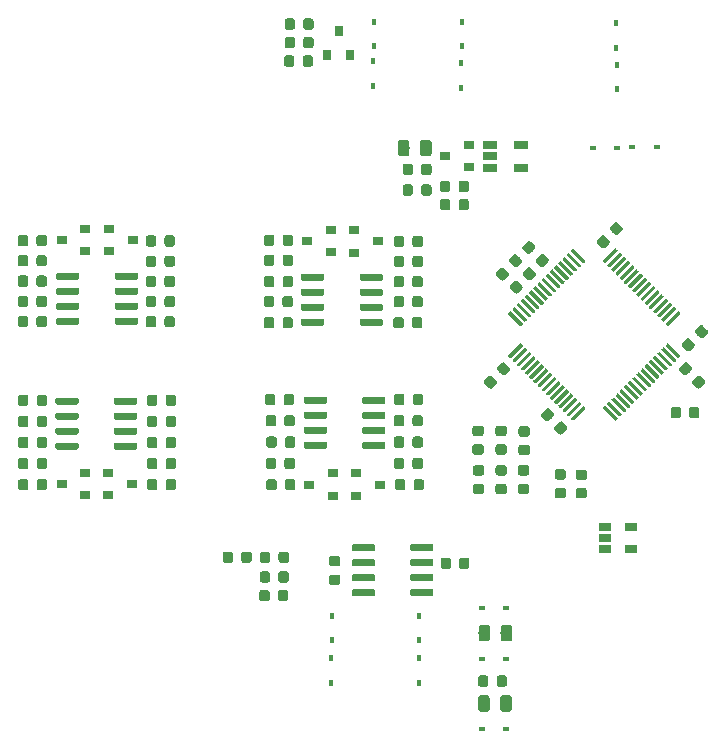
<source format=gbr>
G04 #@! TF.GenerationSoftware,KiCad,Pcbnew,(5.1.4-0)*
G04 #@! TF.CreationDate,2021-02-17T15:57:58+01:00*
G04 #@! TF.ProjectId,DCU,4443552e-6b69-4636-9164-5f7063625858,rev?*
G04 #@! TF.SameCoordinates,Original*
G04 #@! TF.FileFunction,Paste,Top*
G04 #@! TF.FilePolarity,Positive*
%FSLAX46Y46*%
G04 Gerber Fmt 4.6, Leading zero omitted, Abs format (unit mm)*
G04 Created by KiCad (PCBNEW (5.1.4-0)) date 2021-02-17 15:57:58*
%MOMM*%
%LPD*%
G04 APERTURE LIST*
%ADD10R,1.220000X0.650000*%
%ADD11C,0.100000*%
%ADD12C,0.975000*%
%ADD13C,0.875000*%
%ADD14R,0.900000X0.800000*%
%ADD15C,0.300000*%
%ADD16C,0.600000*%
%ADD17R,0.600000X0.450000*%
%ADD18R,0.450000X0.600000*%
%ADD19R,1.060000X0.650000*%
%ADD20R,0.800000X0.900000*%
G04 APERTURE END LIST*
D10*
X156610000Y-82350000D03*
X156610000Y-84250000D03*
X153990000Y-84250000D03*
X153990000Y-83300000D03*
X153990000Y-82350000D03*
D11*
G36*
X146967642Y-81901174D02*
G01*
X146991303Y-81904684D01*
X147014507Y-81910496D01*
X147037029Y-81918554D01*
X147058653Y-81928782D01*
X147079170Y-81941079D01*
X147098383Y-81955329D01*
X147116107Y-81971393D01*
X147132171Y-81989117D01*
X147146421Y-82008330D01*
X147158718Y-82028847D01*
X147168946Y-82050471D01*
X147177004Y-82072993D01*
X147182816Y-82096197D01*
X147186326Y-82119858D01*
X147187500Y-82143750D01*
X147187500Y-83056250D01*
X147186326Y-83080142D01*
X147182816Y-83103803D01*
X147177004Y-83127007D01*
X147168946Y-83149529D01*
X147158718Y-83171153D01*
X147146421Y-83191670D01*
X147132171Y-83210883D01*
X147116107Y-83228607D01*
X147098383Y-83244671D01*
X147079170Y-83258921D01*
X147058653Y-83271218D01*
X147037029Y-83281446D01*
X147014507Y-83289504D01*
X146991303Y-83295316D01*
X146967642Y-83298826D01*
X146943750Y-83300000D01*
X146456250Y-83300000D01*
X146432358Y-83298826D01*
X146408697Y-83295316D01*
X146385493Y-83289504D01*
X146362971Y-83281446D01*
X146341347Y-83271218D01*
X146320830Y-83258921D01*
X146301617Y-83244671D01*
X146283893Y-83228607D01*
X146267829Y-83210883D01*
X146253579Y-83191670D01*
X146241282Y-83171153D01*
X146231054Y-83149529D01*
X146222996Y-83127007D01*
X146217184Y-83103803D01*
X146213674Y-83080142D01*
X146212500Y-83056250D01*
X146212500Y-82143750D01*
X146213674Y-82119858D01*
X146217184Y-82096197D01*
X146222996Y-82072993D01*
X146231054Y-82050471D01*
X146241282Y-82028847D01*
X146253579Y-82008330D01*
X146267829Y-81989117D01*
X146283893Y-81971393D01*
X146301617Y-81955329D01*
X146320830Y-81941079D01*
X146341347Y-81928782D01*
X146362971Y-81918554D01*
X146385493Y-81910496D01*
X146408697Y-81904684D01*
X146432358Y-81901174D01*
X146456250Y-81900000D01*
X146943750Y-81900000D01*
X146967642Y-81901174D01*
X146967642Y-81901174D01*
G37*
D12*
X146700000Y-82600000D03*
D11*
G36*
X148842642Y-81901174D02*
G01*
X148866303Y-81904684D01*
X148889507Y-81910496D01*
X148912029Y-81918554D01*
X148933653Y-81928782D01*
X148954170Y-81941079D01*
X148973383Y-81955329D01*
X148991107Y-81971393D01*
X149007171Y-81989117D01*
X149021421Y-82008330D01*
X149033718Y-82028847D01*
X149043946Y-82050471D01*
X149052004Y-82072993D01*
X149057816Y-82096197D01*
X149061326Y-82119858D01*
X149062500Y-82143750D01*
X149062500Y-83056250D01*
X149061326Y-83080142D01*
X149057816Y-83103803D01*
X149052004Y-83127007D01*
X149043946Y-83149529D01*
X149033718Y-83171153D01*
X149021421Y-83191670D01*
X149007171Y-83210883D01*
X148991107Y-83228607D01*
X148973383Y-83244671D01*
X148954170Y-83258921D01*
X148933653Y-83271218D01*
X148912029Y-83281446D01*
X148889507Y-83289504D01*
X148866303Y-83295316D01*
X148842642Y-83298826D01*
X148818750Y-83300000D01*
X148331250Y-83300000D01*
X148307358Y-83298826D01*
X148283697Y-83295316D01*
X148260493Y-83289504D01*
X148237971Y-83281446D01*
X148216347Y-83271218D01*
X148195830Y-83258921D01*
X148176617Y-83244671D01*
X148158893Y-83228607D01*
X148142829Y-83210883D01*
X148128579Y-83191670D01*
X148116282Y-83171153D01*
X148106054Y-83149529D01*
X148097996Y-83127007D01*
X148092184Y-83103803D01*
X148088674Y-83080142D01*
X148087500Y-83056250D01*
X148087500Y-82143750D01*
X148088674Y-82119858D01*
X148092184Y-82096197D01*
X148097996Y-82072993D01*
X148106054Y-82050471D01*
X148116282Y-82028847D01*
X148128579Y-82008330D01*
X148142829Y-81989117D01*
X148158893Y-81971393D01*
X148176617Y-81955329D01*
X148195830Y-81941079D01*
X148216347Y-81928782D01*
X148237971Y-81918554D01*
X148260493Y-81910496D01*
X148283697Y-81904684D01*
X148307358Y-81901174D01*
X148331250Y-81900000D01*
X148818750Y-81900000D01*
X148842642Y-81901174D01*
X148842642Y-81901174D01*
G37*
D12*
X148575000Y-82600000D03*
D11*
G36*
X150452691Y-85376053D02*
G01*
X150473926Y-85379203D01*
X150494750Y-85384419D01*
X150514962Y-85391651D01*
X150534368Y-85400830D01*
X150552781Y-85411866D01*
X150570024Y-85424654D01*
X150585930Y-85439070D01*
X150600346Y-85454976D01*
X150613134Y-85472219D01*
X150624170Y-85490632D01*
X150633349Y-85510038D01*
X150640581Y-85530250D01*
X150645797Y-85551074D01*
X150648947Y-85572309D01*
X150650000Y-85593750D01*
X150650000Y-86106250D01*
X150648947Y-86127691D01*
X150645797Y-86148926D01*
X150640581Y-86169750D01*
X150633349Y-86189962D01*
X150624170Y-86209368D01*
X150613134Y-86227781D01*
X150600346Y-86245024D01*
X150585930Y-86260930D01*
X150570024Y-86275346D01*
X150552781Y-86288134D01*
X150534368Y-86299170D01*
X150514962Y-86308349D01*
X150494750Y-86315581D01*
X150473926Y-86320797D01*
X150452691Y-86323947D01*
X150431250Y-86325000D01*
X149993750Y-86325000D01*
X149972309Y-86323947D01*
X149951074Y-86320797D01*
X149930250Y-86315581D01*
X149910038Y-86308349D01*
X149890632Y-86299170D01*
X149872219Y-86288134D01*
X149854976Y-86275346D01*
X149839070Y-86260930D01*
X149824654Y-86245024D01*
X149811866Y-86227781D01*
X149800830Y-86209368D01*
X149791651Y-86189962D01*
X149784419Y-86169750D01*
X149779203Y-86148926D01*
X149776053Y-86127691D01*
X149775000Y-86106250D01*
X149775000Y-85593750D01*
X149776053Y-85572309D01*
X149779203Y-85551074D01*
X149784419Y-85530250D01*
X149791651Y-85510038D01*
X149800830Y-85490632D01*
X149811866Y-85472219D01*
X149824654Y-85454976D01*
X149839070Y-85439070D01*
X149854976Y-85424654D01*
X149872219Y-85411866D01*
X149890632Y-85400830D01*
X149910038Y-85391651D01*
X149930250Y-85384419D01*
X149951074Y-85379203D01*
X149972309Y-85376053D01*
X149993750Y-85375000D01*
X150431250Y-85375000D01*
X150452691Y-85376053D01*
X150452691Y-85376053D01*
G37*
D13*
X150212500Y-85850000D03*
D11*
G36*
X152027691Y-85376053D02*
G01*
X152048926Y-85379203D01*
X152069750Y-85384419D01*
X152089962Y-85391651D01*
X152109368Y-85400830D01*
X152127781Y-85411866D01*
X152145024Y-85424654D01*
X152160930Y-85439070D01*
X152175346Y-85454976D01*
X152188134Y-85472219D01*
X152199170Y-85490632D01*
X152208349Y-85510038D01*
X152215581Y-85530250D01*
X152220797Y-85551074D01*
X152223947Y-85572309D01*
X152225000Y-85593750D01*
X152225000Y-86106250D01*
X152223947Y-86127691D01*
X152220797Y-86148926D01*
X152215581Y-86169750D01*
X152208349Y-86189962D01*
X152199170Y-86209368D01*
X152188134Y-86227781D01*
X152175346Y-86245024D01*
X152160930Y-86260930D01*
X152145024Y-86275346D01*
X152127781Y-86288134D01*
X152109368Y-86299170D01*
X152089962Y-86308349D01*
X152069750Y-86315581D01*
X152048926Y-86320797D01*
X152027691Y-86323947D01*
X152006250Y-86325000D01*
X151568750Y-86325000D01*
X151547309Y-86323947D01*
X151526074Y-86320797D01*
X151505250Y-86315581D01*
X151485038Y-86308349D01*
X151465632Y-86299170D01*
X151447219Y-86288134D01*
X151429976Y-86275346D01*
X151414070Y-86260930D01*
X151399654Y-86245024D01*
X151386866Y-86227781D01*
X151375830Y-86209368D01*
X151366651Y-86189962D01*
X151359419Y-86169750D01*
X151354203Y-86148926D01*
X151351053Y-86127691D01*
X151350000Y-86106250D01*
X151350000Y-85593750D01*
X151351053Y-85572309D01*
X151354203Y-85551074D01*
X151359419Y-85530250D01*
X151366651Y-85510038D01*
X151375830Y-85490632D01*
X151386866Y-85472219D01*
X151399654Y-85454976D01*
X151414070Y-85439070D01*
X151429976Y-85424654D01*
X151447219Y-85411866D01*
X151465632Y-85400830D01*
X151485038Y-85391651D01*
X151505250Y-85384419D01*
X151526074Y-85379203D01*
X151547309Y-85376053D01*
X151568750Y-85375000D01*
X152006250Y-85375000D01*
X152027691Y-85376053D01*
X152027691Y-85376053D01*
G37*
D13*
X151787500Y-85850000D03*
D11*
G36*
X147290191Y-85676053D02*
G01*
X147311426Y-85679203D01*
X147332250Y-85684419D01*
X147352462Y-85691651D01*
X147371868Y-85700830D01*
X147390281Y-85711866D01*
X147407524Y-85724654D01*
X147423430Y-85739070D01*
X147437846Y-85754976D01*
X147450634Y-85772219D01*
X147461670Y-85790632D01*
X147470849Y-85810038D01*
X147478081Y-85830250D01*
X147483297Y-85851074D01*
X147486447Y-85872309D01*
X147487500Y-85893750D01*
X147487500Y-86406250D01*
X147486447Y-86427691D01*
X147483297Y-86448926D01*
X147478081Y-86469750D01*
X147470849Y-86489962D01*
X147461670Y-86509368D01*
X147450634Y-86527781D01*
X147437846Y-86545024D01*
X147423430Y-86560930D01*
X147407524Y-86575346D01*
X147390281Y-86588134D01*
X147371868Y-86599170D01*
X147352462Y-86608349D01*
X147332250Y-86615581D01*
X147311426Y-86620797D01*
X147290191Y-86623947D01*
X147268750Y-86625000D01*
X146831250Y-86625000D01*
X146809809Y-86623947D01*
X146788574Y-86620797D01*
X146767750Y-86615581D01*
X146747538Y-86608349D01*
X146728132Y-86599170D01*
X146709719Y-86588134D01*
X146692476Y-86575346D01*
X146676570Y-86560930D01*
X146662154Y-86545024D01*
X146649366Y-86527781D01*
X146638330Y-86509368D01*
X146629151Y-86489962D01*
X146621919Y-86469750D01*
X146616703Y-86448926D01*
X146613553Y-86427691D01*
X146612500Y-86406250D01*
X146612500Y-85893750D01*
X146613553Y-85872309D01*
X146616703Y-85851074D01*
X146621919Y-85830250D01*
X146629151Y-85810038D01*
X146638330Y-85790632D01*
X146649366Y-85772219D01*
X146662154Y-85754976D01*
X146676570Y-85739070D01*
X146692476Y-85724654D01*
X146709719Y-85711866D01*
X146728132Y-85700830D01*
X146747538Y-85691651D01*
X146767750Y-85684419D01*
X146788574Y-85679203D01*
X146809809Y-85676053D01*
X146831250Y-85675000D01*
X147268750Y-85675000D01*
X147290191Y-85676053D01*
X147290191Y-85676053D01*
G37*
D13*
X147050000Y-86150000D03*
D11*
G36*
X148865191Y-85676053D02*
G01*
X148886426Y-85679203D01*
X148907250Y-85684419D01*
X148927462Y-85691651D01*
X148946868Y-85700830D01*
X148965281Y-85711866D01*
X148982524Y-85724654D01*
X148998430Y-85739070D01*
X149012846Y-85754976D01*
X149025634Y-85772219D01*
X149036670Y-85790632D01*
X149045849Y-85810038D01*
X149053081Y-85830250D01*
X149058297Y-85851074D01*
X149061447Y-85872309D01*
X149062500Y-85893750D01*
X149062500Y-86406250D01*
X149061447Y-86427691D01*
X149058297Y-86448926D01*
X149053081Y-86469750D01*
X149045849Y-86489962D01*
X149036670Y-86509368D01*
X149025634Y-86527781D01*
X149012846Y-86545024D01*
X148998430Y-86560930D01*
X148982524Y-86575346D01*
X148965281Y-86588134D01*
X148946868Y-86599170D01*
X148927462Y-86608349D01*
X148907250Y-86615581D01*
X148886426Y-86620797D01*
X148865191Y-86623947D01*
X148843750Y-86625000D01*
X148406250Y-86625000D01*
X148384809Y-86623947D01*
X148363574Y-86620797D01*
X148342750Y-86615581D01*
X148322538Y-86608349D01*
X148303132Y-86599170D01*
X148284719Y-86588134D01*
X148267476Y-86575346D01*
X148251570Y-86560930D01*
X148237154Y-86545024D01*
X148224366Y-86527781D01*
X148213330Y-86509368D01*
X148204151Y-86489962D01*
X148196919Y-86469750D01*
X148191703Y-86448926D01*
X148188553Y-86427691D01*
X148187500Y-86406250D01*
X148187500Y-85893750D01*
X148188553Y-85872309D01*
X148191703Y-85851074D01*
X148196919Y-85830250D01*
X148204151Y-85810038D01*
X148213330Y-85790632D01*
X148224366Y-85772219D01*
X148237154Y-85754976D01*
X148251570Y-85739070D01*
X148267476Y-85724654D01*
X148284719Y-85711866D01*
X148303132Y-85700830D01*
X148322538Y-85691651D01*
X148342750Y-85684419D01*
X148363574Y-85679203D01*
X148384809Y-85676053D01*
X148406250Y-85675000D01*
X148843750Y-85675000D01*
X148865191Y-85676053D01*
X148865191Y-85676053D01*
G37*
D13*
X148625000Y-86150000D03*
D11*
G36*
X148865191Y-83926053D02*
G01*
X148886426Y-83929203D01*
X148907250Y-83934419D01*
X148927462Y-83941651D01*
X148946868Y-83950830D01*
X148965281Y-83961866D01*
X148982524Y-83974654D01*
X148998430Y-83989070D01*
X149012846Y-84004976D01*
X149025634Y-84022219D01*
X149036670Y-84040632D01*
X149045849Y-84060038D01*
X149053081Y-84080250D01*
X149058297Y-84101074D01*
X149061447Y-84122309D01*
X149062500Y-84143750D01*
X149062500Y-84656250D01*
X149061447Y-84677691D01*
X149058297Y-84698926D01*
X149053081Y-84719750D01*
X149045849Y-84739962D01*
X149036670Y-84759368D01*
X149025634Y-84777781D01*
X149012846Y-84795024D01*
X148998430Y-84810930D01*
X148982524Y-84825346D01*
X148965281Y-84838134D01*
X148946868Y-84849170D01*
X148927462Y-84858349D01*
X148907250Y-84865581D01*
X148886426Y-84870797D01*
X148865191Y-84873947D01*
X148843750Y-84875000D01*
X148406250Y-84875000D01*
X148384809Y-84873947D01*
X148363574Y-84870797D01*
X148342750Y-84865581D01*
X148322538Y-84858349D01*
X148303132Y-84849170D01*
X148284719Y-84838134D01*
X148267476Y-84825346D01*
X148251570Y-84810930D01*
X148237154Y-84795024D01*
X148224366Y-84777781D01*
X148213330Y-84759368D01*
X148204151Y-84739962D01*
X148196919Y-84719750D01*
X148191703Y-84698926D01*
X148188553Y-84677691D01*
X148187500Y-84656250D01*
X148187500Y-84143750D01*
X148188553Y-84122309D01*
X148191703Y-84101074D01*
X148196919Y-84080250D01*
X148204151Y-84060038D01*
X148213330Y-84040632D01*
X148224366Y-84022219D01*
X148237154Y-84004976D01*
X148251570Y-83989070D01*
X148267476Y-83974654D01*
X148284719Y-83961866D01*
X148303132Y-83950830D01*
X148322538Y-83941651D01*
X148342750Y-83934419D01*
X148363574Y-83929203D01*
X148384809Y-83926053D01*
X148406250Y-83925000D01*
X148843750Y-83925000D01*
X148865191Y-83926053D01*
X148865191Y-83926053D01*
G37*
D13*
X148625000Y-84400000D03*
D11*
G36*
X147290191Y-83926053D02*
G01*
X147311426Y-83929203D01*
X147332250Y-83934419D01*
X147352462Y-83941651D01*
X147371868Y-83950830D01*
X147390281Y-83961866D01*
X147407524Y-83974654D01*
X147423430Y-83989070D01*
X147437846Y-84004976D01*
X147450634Y-84022219D01*
X147461670Y-84040632D01*
X147470849Y-84060038D01*
X147478081Y-84080250D01*
X147483297Y-84101074D01*
X147486447Y-84122309D01*
X147487500Y-84143750D01*
X147487500Y-84656250D01*
X147486447Y-84677691D01*
X147483297Y-84698926D01*
X147478081Y-84719750D01*
X147470849Y-84739962D01*
X147461670Y-84759368D01*
X147450634Y-84777781D01*
X147437846Y-84795024D01*
X147423430Y-84810930D01*
X147407524Y-84825346D01*
X147390281Y-84838134D01*
X147371868Y-84849170D01*
X147352462Y-84858349D01*
X147332250Y-84865581D01*
X147311426Y-84870797D01*
X147290191Y-84873947D01*
X147268750Y-84875000D01*
X146831250Y-84875000D01*
X146809809Y-84873947D01*
X146788574Y-84870797D01*
X146767750Y-84865581D01*
X146747538Y-84858349D01*
X146728132Y-84849170D01*
X146709719Y-84838134D01*
X146692476Y-84825346D01*
X146676570Y-84810930D01*
X146662154Y-84795024D01*
X146649366Y-84777781D01*
X146638330Y-84759368D01*
X146629151Y-84739962D01*
X146621919Y-84719750D01*
X146616703Y-84698926D01*
X146613553Y-84677691D01*
X146612500Y-84656250D01*
X146612500Y-84143750D01*
X146613553Y-84122309D01*
X146616703Y-84101074D01*
X146621919Y-84080250D01*
X146629151Y-84060038D01*
X146638330Y-84040632D01*
X146649366Y-84022219D01*
X146662154Y-84004976D01*
X146676570Y-83989070D01*
X146692476Y-83974654D01*
X146709719Y-83961866D01*
X146728132Y-83950830D01*
X146747538Y-83941651D01*
X146767750Y-83934419D01*
X146788574Y-83929203D01*
X146809809Y-83926053D01*
X146831250Y-83925000D01*
X147268750Y-83925000D01*
X147290191Y-83926053D01*
X147290191Y-83926053D01*
G37*
D13*
X147050000Y-84400000D03*
D14*
X150220000Y-83250000D03*
X152220000Y-82300000D03*
X152220000Y-84200000D03*
D11*
G36*
X150452691Y-86926053D02*
G01*
X150473926Y-86929203D01*
X150494750Y-86934419D01*
X150514962Y-86941651D01*
X150534368Y-86950830D01*
X150552781Y-86961866D01*
X150570024Y-86974654D01*
X150585930Y-86989070D01*
X150600346Y-87004976D01*
X150613134Y-87022219D01*
X150624170Y-87040632D01*
X150633349Y-87060038D01*
X150640581Y-87080250D01*
X150645797Y-87101074D01*
X150648947Y-87122309D01*
X150650000Y-87143750D01*
X150650000Y-87656250D01*
X150648947Y-87677691D01*
X150645797Y-87698926D01*
X150640581Y-87719750D01*
X150633349Y-87739962D01*
X150624170Y-87759368D01*
X150613134Y-87777781D01*
X150600346Y-87795024D01*
X150585930Y-87810930D01*
X150570024Y-87825346D01*
X150552781Y-87838134D01*
X150534368Y-87849170D01*
X150514962Y-87858349D01*
X150494750Y-87865581D01*
X150473926Y-87870797D01*
X150452691Y-87873947D01*
X150431250Y-87875000D01*
X149993750Y-87875000D01*
X149972309Y-87873947D01*
X149951074Y-87870797D01*
X149930250Y-87865581D01*
X149910038Y-87858349D01*
X149890632Y-87849170D01*
X149872219Y-87838134D01*
X149854976Y-87825346D01*
X149839070Y-87810930D01*
X149824654Y-87795024D01*
X149811866Y-87777781D01*
X149800830Y-87759368D01*
X149791651Y-87739962D01*
X149784419Y-87719750D01*
X149779203Y-87698926D01*
X149776053Y-87677691D01*
X149775000Y-87656250D01*
X149775000Y-87143750D01*
X149776053Y-87122309D01*
X149779203Y-87101074D01*
X149784419Y-87080250D01*
X149791651Y-87060038D01*
X149800830Y-87040632D01*
X149811866Y-87022219D01*
X149824654Y-87004976D01*
X149839070Y-86989070D01*
X149854976Y-86974654D01*
X149872219Y-86961866D01*
X149890632Y-86950830D01*
X149910038Y-86941651D01*
X149930250Y-86934419D01*
X149951074Y-86929203D01*
X149972309Y-86926053D01*
X149993750Y-86925000D01*
X150431250Y-86925000D01*
X150452691Y-86926053D01*
X150452691Y-86926053D01*
G37*
D13*
X150212500Y-87400000D03*
D11*
G36*
X152027691Y-86926053D02*
G01*
X152048926Y-86929203D01*
X152069750Y-86934419D01*
X152089962Y-86941651D01*
X152109368Y-86950830D01*
X152127781Y-86961866D01*
X152145024Y-86974654D01*
X152160930Y-86989070D01*
X152175346Y-87004976D01*
X152188134Y-87022219D01*
X152199170Y-87040632D01*
X152208349Y-87060038D01*
X152215581Y-87080250D01*
X152220797Y-87101074D01*
X152223947Y-87122309D01*
X152225000Y-87143750D01*
X152225000Y-87656250D01*
X152223947Y-87677691D01*
X152220797Y-87698926D01*
X152215581Y-87719750D01*
X152208349Y-87739962D01*
X152199170Y-87759368D01*
X152188134Y-87777781D01*
X152175346Y-87795024D01*
X152160930Y-87810930D01*
X152145024Y-87825346D01*
X152127781Y-87838134D01*
X152109368Y-87849170D01*
X152089962Y-87858349D01*
X152069750Y-87865581D01*
X152048926Y-87870797D01*
X152027691Y-87873947D01*
X152006250Y-87875000D01*
X151568750Y-87875000D01*
X151547309Y-87873947D01*
X151526074Y-87870797D01*
X151505250Y-87865581D01*
X151485038Y-87858349D01*
X151465632Y-87849170D01*
X151447219Y-87838134D01*
X151429976Y-87825346D01*
X151414070Y-87810930D01*
X151399654Y-87795024D01*
X151386866Y-87777781D01*
X151375830Y-87759368D01*
X151366651Y-87739962D01*
X151359419Y-87719750D01*
X151354203Y-87698926D01*
X151351053Y-87677691D01*
X151350000Y-87656250D01*
X151350000Y-87143750D01*
X151351053Y-87122309D01*
X151354203Y-87101074D01*
X151359419Y-87080250D01*
X151366651Y-87060038D01*
X151375830Y-87040632D01*
X151386866Y-87022219D01*
X151399654Y-87004976D01*
X151414070Y-86989070D01*
X151429976Y-86974654D01*
X151447219Y-86961866D01*
X151465632Y-86950830D01*
X151485038Y-86941651D01*
X151505250Y-86934419D01*
X151526074Y-86929203D01*
X151547309Y-86926053D01*
X151568750Y-86925000D01*
X152006250Y-86925000D01*
X152027691Y-86926053D01*
X152027691Y-86926053D01*
G37*
D13*
X151787500Y-87400000D03*
D11*
G36*
X161047228Y-91098872D02*
G01*
X161054509Y-91099952D01*
X161061648Y-91101740D01*
X161068578Y-91104220D01*
X161075232Y-91107367D01*
X161081545Y-91111151D01*
X161087456Y-91115535D01*
X161092910Y-91120478D01*
X162082860Y-92110428D01*
X162087803Y-92115882D01*
X162092187Y-92121793D01*
X162095971Y-92128106D01*
X162099118Y-92134760D01*
X162101598Y-92141690D01*
X162103386Y-92148829D01*
X162104466Y-92156110D01*
X162104827Y-92163461D01*
X162104466Y-92170812D01*
X162103386Y-92178093D01*
X162101598Y-92185232D01*
X162099118Y-92192162D01*
X162095971Y-92198816D01*
X162092187Y-92205129D01*
X162087803Y-92211040D01*
X162082860Y-92216494D01*
X161976794Y-92322560D01*
X161971340Y-92327503D01*
X161965429Y-92331887D01*
X161959116Y-92335671D01*
X161952462Y-92338818D01*
X161945532Y-92341298D01*
X161938393Y-92343086D01*
X161931112Y-92344166D01*
X161923761Y-92344527D01*
X161916410Y-92344166D01*
X161909129Y-92343086D01*
X161901990Y-92341298D01*
X161895060Y-92338818D01*
X161888406Y-92335671D01*
X161882093Y-92331887D01*
X161876182Y-92327503D01*
X161870728Y-92322560D01*
X160880778Y-91332610D01*
X160875835Y-91327156D01*
X160871451Y-91321245D01*
X160867667Y-91314932D01*
X160864520Y-91308278D01*
X160862040Y-91301348D01*
X160860252Y-91294209D01*
X160859172Y-91286928D01*
X160858811Y-91279577D01*
X160859172Y-91272226D01*
X160860252Y-91264945D01*
X160862040Y-91257806D01*
X160864520Y-91250876D01*
X160867667Y-91244222D01*
X160871451Y-91237909D01*
X160875835Y-91231998D01*
X160880778Y-91226544D01*
X160986844Y-91120478D01*
X160992298Y-91115535D01*
X160998209Y-91111151D01*
X161004522Y-91107367D01*
X161011176Y-91104220D01*
X161018106Y-91101740D01*
X161025245Y-91099952D01*
X161032526Y-91098872D01*
X161039877Y-91098511D01*
X161047228Y-91098872D01*
X161047228Y-91098872D01*
G37*
D15*
X161481819Y-91721519D03*
D11*
G36*
X160693675Y-91452425D02*
G01*
X160700956Y-91453505D01*
X160708095Y-91455293D01*
X160715025Y-91457773D01*
X160721679Y-91460920D01*
X160727992Y-91464704D01*
X160733903Y-91469088D01*
X160739357Y-91474031D01*
X161729307Y-92463981D01*
X161734250Y-92469435D01*
X161738634Y-92475346D01*
X161742418Y-92481659D01*
X161745565Y-92488313D01*
X161748045Y-92495243D01*
X161749833Y-92502382D01*
X161750913Y-92509663D01*
X161751274Y-92517014D01*
X161750913Y-92524365D01*
X161749833Y-92531646D01*
X161748045Y-92538785D01*
X161745565Y-92545715D01*
X161742418Y-92552369D01*
X161738634Y-92558682D01*
X161734250Y-92564593D01*
X161729307Y-92570047D01*
X161623241Y-92676113D01*
X161617787Y-92681056D01*
X161611876Y-92685440D01*
X161605563Y-92689224D01*
X161598909Y-92692371D01*
X161591979Y-92694851D01*
X161584840Y-92696639D01*
X161577559Y-92697719D01*
X161570208Y-92698080D01*
X161562857Y-92697719D01*
X161555576Y-92696639D01*
X161548437Y-92694851D01*
X161541507Y-92692371D01*
X161534853Y-92689224D01*
X161528540Y-92685440D01*
X161522629Y-92681056D01*
X161517175Y-92676113D01*
X160527225Y-91686163D01*
X160522282Y-91680709D01*
X160517898Y-91674798D01*
X160514114Y-91668485D01*
X160510967Y-91661831D01*
X160508487Y-91654901D01*
X160506699Y-91647762D01*
X160505619Y-91640481D01*
X160505258Y-91633130D01*
X160505619Y-91625779D01*
X160506699Y-91618498D01*
X160508487Y-91611359D01*
X160510967Y-91604429D01*
X160514114Y-91597775D01*
X160517898Y-91591462D01*
X160522282Y-91585551D01*
X160527225Y-91580097D01*
X160633291Y-91474031D01*
X160638745Y-91469088D01*
X160644656Y-91464704D01*
X160650969Y-91460920D01*
X160657623Y-91457773D01*
X160664553Y-91455293D01*
X160671692Y-91453505D01*
X160678973Y-91452425D01*
X160686324Y-91452064D01*
X160693675Y-91452425D01*
X160693675Y-91452425D01*
G37*
D15*
X161128266Y-92075072D03*
D11*
G36*
X160340122Y-91805978D02*
G01*
X160347403Y-91807058D01*
X160354542Y-91808846D01*
X160361472Y-91811326D01*
X160368126Y-91814473D01*
X160374439Y-91818257D01*
X160380350Y-91822641D01*
X160385804Y-91827584D01*
X161375754Y-92817534D01*
X161380697Y-92822988D01*
X161385081Y-92828899D01*
X161388865Y-92835212D01*
X161392012Y-92841866D01*
X161394492Y-92848796D01*
X161396280Y-92855935D01*
X161397360Y-92863216D01*
X161397721Y-92870567D01*
X161397360Y-92877918D01*
X161396280Y-92885199D01*
X161394492Y-92892338D01*
X161392012Y-92899268D01*
X161388865Y-92905922D01*
X161385081Y-92912235D01*
X161380697Y-92918146D01*
X161375754Y-92923600D01*
X161269688Y-93029666D01*
X161264234Y-93034609D01*
X161258323Y-93038993D01*
X161252010Y-93042777D01*
X161245356Y-93045924D01*
X161238426Y-93048404D01*
X161231287Y-93050192D01*
X161224006Y-93051272D01*
X161216655Y-93051633D01*
X161209304Y-93051272D01*
X161202023Y-93050192D01*
X161194884Y-93048404D01*
X161187954Y-93045924D01*
X161181300Y-93042777D01*
X161174987Y-93038993D01*
X161169076Y-93034609D01*
X161163622Y-93029666D01*
X160173672Y-92039716D01*
X160168729Y-92034262D01*
X160164345Y-92028351D01*
X160160561Y-92022038D01*
X160157414Y-92015384D01*
X160154934Y-92008454D01*
X160153146Y-92001315D01*
X160152066Y-91994034D01*
X160151705Y-91986683D01*
X160152066Y-91979332D01*
X160153146Y-91972051D01*
X160154934Y-91964912D01*
X160157414Y-91957982D01*
X160160561Y-91951328D01*
X160164345Y-91945015D01*
X160168729Y-91939104D01*
X160173672Y-91933650D01*
X160279738Y-91827584D01*
X160285192Y-91822641D01*
X160291103Y-91818257D01*
X160297416Y-91814473D01*
X160304070Y-91811326D01*
X160311000Y-91808846D01*
X160318139Y-91807058D01*
X160325420Y-91805978D01*
X160332771Y-91805617D01*
X160340122Y-91805978D01*
X160340122Y-91805978D01*
G37*
D15*
X160774713Y-92428625D03*
D11*
G36*
X159986568Y-92159532D02*
G01*
X159993849Y-92160612D01*
X160000988Y-92162400D01*
X160007918Y-92164880D01*
X160014572Y-92168027D01*
X160020885Y-92171811D01*
X160026796Y-92176195D01*
X160032250Y-92181138D01*
X161022200Y-93171088D01*
X161027143Y-93176542D01*
X161031527Y-93182453D01*
X161035311Y-93188766D01*
X161038458Y-93195420D01*
X161040938Y-93202350D01*
X161042726Y-93209489D01*
X161043806Y-93216770D01*
X161044167Y-93224121D01*
X161043806Y-93231472D01*
X161042726Y-93238753D01*
X161040938Y-93245892D01*
X161038458Y-93252822D01*
X161035311Y-93259476D01*
X161031527Y-93265789D01*
X161027143Y-93271700D01*
X161022200Y-93277154D01*
X160916134Y-93383220D01*
X160910680Y-93388163D01*
X160904769Y-93392547D01*
X160898456Y-93396331D01*
X160891802Y-93399478D01*
X160884872Y-93401958D01*
X160877733Y-93403746D01*
X160870452Y-93404826D01*
X160863101Y-93405187D01*
X160855750Y-93404826D01*
X160848469Y-93403746D01*
X160841330Y-93401958D01*
X160834400Y-93399478D01*
X160827746Y-93396331D01*
X160821433Y-93392547D01*
X160815522Y-93388163D01*
X160810068Y-93383220D01*
X159820118Y-92393270D01*
X159815175Y-92387816D01*
X159810791Y-92381905D01*
X159807007Y-92375592D01*
X159803860Y-92368938D01*
X159801380Y-92362008D01*
X159799592Y-92354869D01*
X159798512Y-92347588D01*
X159798151Y-92340237D01*
X159798512Y-92332886D01*
X159799592Y-92325605D01*
X159801380Y-92318466D01*
X159803860Y-92311536D01*
X159807007Y-92304882D01*
X159810791Y-92298569D01*
X159815175Y-92292658D01*
X159820118Y-92287204D01*
X159926184Y-92181138D01*
X159931638Y-92176195D01*
X159937549Y-92171811D01*
X159943862Y-92168027D01*
X159950516Y-92164880D01*
X159957446Y-92162400D01*
X159964585Y-92160612D01*
X159971866Y-92159532D01*
X159979217Y-92159171D01*
X159986568Y-92159532D01*
X159986568Y-92159532D01*
G37*
D15*
X160421159Y-92782179D03*
D11*
G36*
X159633015Y-92513085D02*
G01*
X159640296Y-92514165D01*
X159647435Y-92515953D01*
X159654365Y-92518433D01*
X159661019Y-92521580D01*
X159667332Y-92525364D01*
X159673243Y-92529748D01*
X159678697Y-92534691D01*
X160668647Y-93524641D01*
X160673590Y-93530095D01*
X160677974Y-93536006D01*
X160681758Y-93542319D01*
X160684905Y-93548973D01*
X160687385Y-93555903D01*
X160689173Y-93563042D01*
X160690253Y-93570323D01*
X160690614Y-93577674D01*
X160690253Y-93585025D01*
X160689173Y-93592306D01*
X160687385Y-93599445D01*
X160684905Y-93606375D01*
X160681758Y-93613029D01*
X160677974Y-93619342D01*
X160673590Y-93625253D01*
X160668647Y-93630707D01*
X160562581Y-93736773D01*
X160557127Y-93741716D01*
X160551216Y-93746100D01*
X160544903Y-93749884D01*
X160538249Y-93753031D01*
X160531319Y-93755511D01*
X160524180Y-93757299D01*
X160516899Y-93758379D01*
X160509548Y-93758740D01*
X160502197Y-93758379D01*
X160494916Y-93757299D01*
X160487777Y-93755511D01*
X160480847Y-93753031D01*
X160474193Y-93749884D01*
X160467880Y-93746100D01*
X160461969Y-93741716D01*
X160456515Y-93736773D01*
X159466565Y-92746823D01*
X159461622Y-92741369D01*
X159457238Y-92735458D01*
X159453454Y-92729145D01*
X159450307Y-92722491D01*
X159447827Y-92715561D01*
X159446039Y-92708422D01*
X159444959Y-92701141D01*
X159444598Y-92693790D01*
X159444959Y-92686439D01*
X159446039Y-92679158D01*
X159447827Y-92672019D01*
X159450307Y-92665089D01*
X159453454Y-92658435D01*
X159457238Y-92652122D01*
X159461622Y-92646211D01*
X159466565Y-92640757D01*
X159572631Y-92534691D01*
X159578085Y-92529748D01*
X159583996Y-92525364D01*
X159590309Y-92521580D01*
X159596963Y-92518433D01*
X159603893Y-92515953D01*
X159611032Y-92514165D01*
X159618313Y-92513085D01*
X159625664Y-92512724D01*
X159633015Y-92513085D01*
X159633015Y-92513085D01*
G37*
D15*
X160067606Y-93135732D03*
D11*
G36*
X159279461Y-92866639D02*
G01*
X159286742Y-92867719D01*
X159293881Y-92869507D01*
X159300811Y-92871987D01*
X159307465Y-92875134D01*
X159313778Y-92878918D01*
X159319689Y-92883302D01*
X159325143Y-92888245D01*
X160315093Y-93878195D01*
X160320036Y-93883649D01*
X160324420Y-93889560D01*
X160328204Y-93895873D01*
X160331351Y-93902527D01*
X160333831Y-93909457D01*
X160335619Y-93916596D01*
X160336699Y-93923877D01*
X160337060Y-93931228D01*
X160336699Y-93938579D01*
X160335619Y-93945860D01*
X160333831Y-93952999D01*
X160331351Y-93959929D01*
X160328204Y-93966583D01*
X160324420Y-93972896D01*
X160320036Y-93978807D01*
X160315093Y-93984261D01*
X160209027Y-94090327D01*
X160203573Y-94095270D01*
X160197662Y-94099654D01*
X160191349Y-94103438D01*
X160184695Y-94106585D01*
X160177765Y-94109065D01*
X160170626Y-94110853D01*
X160163345Y-94111933D01*
X160155994Y-94112294D01*
X160148643Y-94111933D01*
X160141362Y-94110853D01*
X160134223Y-94109065D01*
X160127293Y-94106585D01*
X160120639Y-94103438D01*
X160114326Y-94099654D01*
X160108415Y-94095270D01*
X160102961Y-94090327D01*
X159113011Y-93100377D01*
X159108068Y-93094923D01*
X159103684Y-93089012D01*
X159099900Y-93082699D01*
X159096753Y-93076045D01*
X159094273Y-93069115D01*
X159092485Y-93061976D01*
X159091405Y-93054695D01*
X159091044Y-93047344D01*
X159091405Y-93039993D01*
X159092485Y-93032712D01*
X159094273Y-93025573D01*
X159096753Y-93018643D01*
X159099900Y-93011989D01*
X159103684Y-93005676D01*
X159108068Y-92999765D01*
X159113011Y-92994311D01*
X159219077Y-92888245D01*
X159224531Y-92883302D01*
X159230442Y-92878918D01*
X159236755Y-92875134D01*
X159243409Y-92871987D01*
X159250339Y-92869507D01*
X159257478Y-92867719D01*
X159264759Y-92866639D01*
X159272110Y-92866278D01*
X159279461Y-92866639D01*
X159279461Y-92866639D01*
G37*
D15*
X159714052Y-93489286D03*
D11*
G36*
X158925908Y-93220192D02*
G01*
X158933189Y-93221272D01*
X158940328Y-93223060D01*
X158947258Y-93225540D01*
X158953912Y-93228687D01*
X158960225Y-93232471D01*
X158966136Y-93236855D01*
X158971590Y-93241798D01*
X159961540Y-94231748D01*
X159966483Y-94237202D01*
X159970867Y-94243113D01*
X159974651Y-94249426D01*
X159977798Y-94256080D01*
X159980278Y-94263010D01*
X159982066Y-94270149D01*
X159983146Y-94277430D01*
X159983507Y-94284781D01*
X159983146Y-94292132D01*
X159982066Y-94299413D01*
X159980278Y-94306552D01*
X159977798Y-94313482D01*
X159974651Y-94320136D01*
X159970867Y-94326449D01*
X159966483Y-94332360D01*
X159961540Y-94337814D01*
X159855474Y-94443880D01*
X159850020Y-94448823D01*
X159844109Y-94453207D01*
X159837796Y-94456991D01*
X159831142Y-94460138D01*
X159824212Y-94462618D01*
X159817073Y-94464406D01*
X159809792Y-94465486D01*
X159802441Y-94465847D01*
X159795090Y-94465486D01*
X159787809Y-94464406D01*
X159780670Y-94462618D01*
X159773740Y-94460138D01*
X159767086Y-94456991D01*
X159760773Y-94453207D01*
X159754862Y-94448823D01*
X159749408Y-94443880D01*
X158759458Y-93453930D01*
X158754515Y-93448476D01*
X158750131Y-93442565D01*
X158746347Y-93436252D01*
X158743200Y-93429598D01*
X158740720Y-93422668D01*
X158738932Y-93415529D01*
X158737852Y-93408248D01*
X158737491Y-93400897D01*
X158737852Y-93393546D01*
X158738932Y-93386265D01*
X158740720Y-93379126D01*
X158743200Y-93372196D01*
X158746347Y-93365542D01*
X158750131Y-93359229D01*
X158754515Y-93353318D01*
X158759458Y-93347864D01*
X158865524Y-93241798D01*
X158870978Y-93236855D01*
X158876889Y-93232471D01*
X158883202Y-93228687D01*
X158889856Y-93225540D01*
X158896786Y-93223060D01*
X158903925Y-93221272D01*
X158911206Y-93220192D01*
X158918557Y-93219831D01*
X158925908Y-93220192D01*
X158925908Y-93220192D01*
G37*
D15*
X159360499Y-93842839D03*
D11*
G36*
X158572355Y-93573745D02*
G01*
X158579636Y-93574825D01*
X158586775Y-93576613D01*
X158593705Y-93579093D01*
X158600359Y-93582240D01*
X158606672Y-93586024D01*
X158612583Y-93590408D01*
X158618037Y-93595351D01*
X159607987Y-94585301D01*
X159612930Y-94590755D01*
X159617314Y-94596666D01*
X159621098Y-94602979D01*
X159624245Y-94609633D01*
X159626725Y-94616563D01*
X159628513Y-94623702D01*
X159629593Y-94630983D01*
X159629954Y-94638334D01*
X159629593Y-94645685D01*
X159628513Y-94652966D01*
X159626725Y-94660105D01*
X159624245Y-94667035D01*
X159621098Y-94673689D01*
X159617314Y-94680002D01*
X159612930Y-94685913D01*
X159607987Y-94691367D01*
X159501921Y-94797433D01*
X159496467Y-94802376D01*
X159490556Y-94806760D01*
X159484243Y-94810544D01*
X159477589Y-94813691D01*
X159470659Y-94816171D01*
X159463520Y-94817959D01*
X159456239Y-94819039D01*
X159448888Y-94819400D01*
X159441537Y-94819039D01*
X159434256Y-94817959D01*
X159427117Y-94816171D01*
X159420187Y-94813691D01*
X159413533Y-94810544D01*
X159407220Y-94806760D01*
X159401309Y-94802376D01*
X159395855Y-94797433D01*
X158405905Y-93807483D01*
X158400962Y-93802029D01*
X158396578Y-93796118D01*
X158392794Y-93789805D01*
X158389647Y-93783151D01*
X158387167Y-93776221D01*
X158385379Y-93769082D01*
X158384299Y-93761801D01*
X158383938Y-93754450D01*
X158384299Y-93747099D01*
X158385379Y-93739818D01*
X158387167Y-93732679D01*
X158389647Y-93725749D01*
X158392794Y-93719095D01*
X158396578Y-93712782D01*
X158400962Y-93706871D01*
X158405905Y-93701417D01*
X158511971Y-93595351D01*
X158517425Y-93590408D01*
X158523336Y-93586024D01*
X158529649Y-93582240D01*
X158536303Y-93579093D01*
X158543233Y-93576613D01*
X158550372Y-93574825D01*
X158557653Y-93573745D01*
X158565004Y-93573384D01*
X158572355Y-93573745D01*
X158572355Y-93573745D01*
G37*
D15*
X159006946Y-94196392D03*
D11*
G36*
X158218801Y-93927299D02*
G01*
X158226082Y-93928379D01*
X158233221Y-93930167D01*
X158240151Y-93932647D01*
X158246805Y-93935794D01*
X158253118Y-93939578D01*
X158259029Y-93943962D01*
X158264483Y-93948905D01*
X159254433Y-94938855D01*
X159259376Y-94944309D01*
X159263760Y-94950220D01*
X159267544Y-94956533D01*
X159270691Y-94963187D01*
X159273171Y-94970117D01*
X159274959Y-94977256D01*
X159276039Y-94984537D01*
X159276400Y-94991888D01*
X159276039Y-94999239D01*
X159274959Y-95006520D01*
X159273171Y-95013659D01*
X159270691Y-95020589D01*
X159267544Y-95027243D01*
X159263760Y-95033556D01*
X159259376Y-95039467D01*
X159254433Y-95044921D01*
X159148367Y-95150987D01*
X159142913Y-95155930D01*
X159137002Y-95160314D01*
X159130689Y-95164098D01*
X159124035Y-95167245D01*
X159117105Y-95169725D01*
X159109966Y-95171513D01*
X159102685Y-95172593D01*
X159095334Y-95172954D01*
X159087983Y-95172593D01*
X159080702Y-95171513D01*
X159073563Y-95169725D01*
X159066633Y-95167245D01*
X159059979Y-95164098D01*
X159053666Y-95160314D01*
X159047755Y-95155930D01*
X159042301Y-95150987D01*
X158052351Y-94161037D01*
X158047408Y-94155583D01*
X158043024Y-94149672D01*
X158039240Y-94143359D01*
X158036093Y-94136705D01*
X158033613Y-94129775D01*
X158031825Y-94122636D01*
X158030745Y-94115355D01*
X158030384Y-94108004D01*
X158030745Y-94100653D01*
X158031825Y-94093372D01*
X158033613Y-94086233D01*
X158036093Y-94079303D01*
X158039240Y-94072649D01*
X158043024Y-94066336D01*
X158047408Y-94060425D01*
X158052351Y-94054971D01*
X158158417Y-93948905D01*
X158163871Y-93943962D01*
X158169782Y-93939578D01*
X158176095Y-93935794D01*
X158182749Y-93932647D01*
X158189679Y-93930167D01*
X158196818Y-93928379D01*
X158204099Y-93927299D01*
X158211450Y-93926938D01*
X158218801Y-93927299D01*
X158218801Y-93927299D01*
G37*
D15*
X158653392Y-94549946D03*
D11*
G36*
X157865248Y-94280852D02*
G01*
X157872529Y-94281932D01*
X157879668Y-94283720D01*
X157886598Y-94286200D01*
X157893252Y-94289347D01*
X157899565Y-94293131D01*
X157905476Y-94297515D01*
X157910930Y-94302458D01*
X158900880Y-95292408D01*
X158905823Y-95297862D01*
X158910207Y-95303773D01*
X158913991Y-95310086D01*
X158917138Y-95316740D01*
X158919618Y-95323670D01*
X158921406Y-95330809D01*
X158922486Y-95338090D01*
X158922847Y-95345441D01*
X158922486Y-95352792D01*
X158921406Y-95360073D01*
X158919618Y-95367212D01*
X158917138Y-95374142D01*
X158913991Y-95380796D01*
X158910207Y-95387109D01*
X158905823Y-95393020D01*
X158900880Y-95398474D01*
X158794814Y-95504540D01*
X158789360Y-95509483D01*
X158783449Y-95513867D01*
X158777136Y-95517651D01*
X158770482Y-95520798D01*
X158763552Y-95523278D01*
X158756413Y-95525066D01*
X158749132Y-95526146D01*
X158741781Y-95526507D01*
X158734430Y-95526146D01*
X158727149Y-95525066D01*
X158720010Y-95523278D01*
X158713080Y-95520798D01*
X158706426Y-95517651D01*
X158700113Y-95513867D01*
X158694202Y-95509483D01*
X158688748Y-95504540D01*
X157698798Y-94514590D01*
X157693855Y-94509136D01*
X157689471Y-94503225D01*
X157685687Y-94496912D01*
X157682540Y-94490258D01*
X157680060Y-94483328D01*
X157678272Y-94476189D01*
X157677192Y-94468908D01*
X157676831Y-94461557D01*
X157677192Y-94454206D01*
X157678272Y-94446925D01*
X157680060Y-94439786D01*
X157682540Y-94432856D01*
X157685687Y-94426202D01*
X157689471Y-94419889D01*
X157693855Y-94413978D01*
X157698798Y-94408524D01*
X157804864Y-94302458D01*
X157810318Y-94297515D01*
X157816229Y-94293131D01*
X157822542Y-94289347D01*
X157829196Y-94286200D01*
X157836126Y-94283720D01*
X157843265Y-94281932D01*
X157850546Y-94280852D01*
X157857897Y-94280491D01*
X157865248Y-94280852D01*
X157865248Y-94280852D01*
G37*
D15*
X158299839Y-94903499D03*
D11*
G36*
X157511695Y-94634405D02*
G01*
X157518976Y-94635485D01*
X157526115Y-94637273D01*
X157533045Y-94639753D01*
X157539699Y-94642900D01*
X157546012Y-94646684D01*
X157551923Y-94651068D01*
X157557377Y-94656011D01*
X158547327Y-95645961D01*
X158552270Y-95651415D01*
X158556654Y-95657326D01*
X158560438Y-95663639D01*
X158563585Y-95670293D01*
X158566065Y-95677223D01*
X158567853Y-95684362D01*
X158568933Y-95691643D01*
X158569294Y-95698994D01*
X158568933Y-95706345D01*
X158567853Y-95713626D01*
X158566065Y-95720765D01*
X158563585Y-95727695D01*
X158560438Y-95734349D01*
X158556654Y-95740662D01*
X158552270Y-95746573D01*
X158547327Y-95752027D01*
X158441261Y-95858093D01*
X158435807Y-95863036D01*
X158429896Y-95867420D01*
X158423583Y-95871204D01*
X158416929Y-95874351D01*
X158409999Y-95876831D01*
X158402860Y-95878619D01*
X158395579Y-95879699D01*
X158388228Y-95880060D01*
X158380877Y-95879699D01*
X158373596Y-95878619D01*
X158366457Y-95876831D01*
X158359527Y-95874351D01*
X158352873Y-95871204D01*
X158346560Y-95867420D01*
X158340649Y-95863036D01*
X158335195Y-95858093D01*
X157345245Y-94868143D01*
X157340302Y-94862689D01*
X157335918Y-94856778D01*
X157332134Y-94850465D01*
X157328987Y-94843811D01*
X157326507Y-94836881D01*
X157324719Y-94829742D01*
X157323639Y-94822461D01*
X157323278Y-94815110D01*
X157323639Y-94807759D01*
X157324719Y-94800478D01*
X157326507Y-94793339D01*
X157328987Y-94786409D01*
X157332134Y-94779755D01*
X157335918Y-94773442D01*
X157340302Y-94767531D01*
X157345245Y-94762077D01*
X157451311Y-94656011D01*
X157456765Y-94651068D01*
X157462676Y-94646684D01*
X157468989Y-94642900D01*
X157475643Y-94639753D01*
X157482573Y-94637273D01*
X157489712Y-94635485D01*
X157496993Y-94634405D01*
X157504344Y-94634044D01*
X157511695Y-94634405D01*
X157511695Y-94634405D01*
G37*
D15*
X157946286Y-95257052D03*
D11*
G36*
X157158141Y-94987959D02*
G01*
X157165422Y-94989039D01*
X157172561Y-94990827D01*
X157179491Y-94993307D01*
X157186145Y-94996454D01*
X157192458Y-95000238D01*
X157198369Y-95004622D01*
X157203823Y-95009565D01*
X158193773Y-95999515D01*
X158198716Y-96004969D01*
X158203100Y-96010880D01*
X158206884Y-96017193D01*
X158210031Y-96023847D01*
X158212511Y-96030777D01*
X158214299Y-96037916D01*
X158215379Y-96045197D01*
X158215740Y-96052548D01*
X158215379Y-96059899D01*
X158214299Y-96067180D01*
X158212511Y-96074319D01*
X158210031Y-96081249D01*
X158206884Y-96087903D01*
X158203100Y-96094216D01*
X158198716Y-96100127D01*
X158193773Y-96105581D01*
X158087707Y-96211647D01*
X158082253Y-96216590D01*
X158076342Y-96220974D01*
X158070029Y-96224758D01*
X158063375Y-96227905D01*
X158056445Y-96230385D01*
X158049306Y-96232173D01*
X158042025Y-96233253D01*
X158034674Y-96233614D01*
X158027323Y-96233253D01*
X158020042Y-96232173D01*
X158012903Y-96230385D01*
X158005973Y-96227905D01*
X157999319Y-96224758D01*
X157993006Y-96220974D01*
X157987095Y-96216590D01*
X157981641Y-96211647D01*
X156991691Y-95221697D01*
X156986748Y-95216243D01*
X156982364Y-95210332D01*
X156978580Y-95204019D01*
X156975433Y-95197365D01*
X156972953Y-95190435D01*
X156971165Y-95183296D01*
X156970085Y-95176015D01*
X156969724Y-95168664D01*
X156970085Y-95161313D01*
X156971165Y-95154032D01*
X156972953Y-95146893D01*
X156975433Y-95139963D01*
X156978580Y-95133309D01*
X156982364Y-95126996D01*
X156986748Y-95121085D01*
X156991691Y-95115631D01*
X157097757Y-95009565D01*
X157103211Y-95004622D01*
X157109122Y-95000238D01*
X157115435Y-94996454D01*
X157122089Y-94993307D01*
X157129019Y-94990827D01*
X157136158Y-94989039D01*
X157143439Y-94987959D01*
X157150790Y-94987598D01*
X157158141Y-94987959D01*
X157158141Y-94987959D01*
G37*
D15*
X157592732Y-95610606D03*
D11*
G36*
X156804588Y-95341512D02*
G01*
X156811869Y-95342592D01*
X156819008Y-95344380D01*
X156825938Y-95346860D01*
X156832592Y-95350007D01*
X156838905Y-95353791D01*
X156844816Y-95358175D01*
X156850270Y-95363118D01*
X157840220Y-96353068D01*
X157845163Y-96358522D01*
X157849547Y-96364433D01*
X157853331Y-96370746D01*
X157856478Y-96377400D01*
X157858958Y-96384330D01*
X157860746Y-96391469D01*
X157861826Y-96398750D01*
X157862187Y-96406101D01*
X157861826Y-96413452D01*
X157860746Y-96420733D01*
X157858958Y-96427872D01*
X157856478Y-96434802D01*
X157853331Y-96441456D01*
X157849547Y-96447769D01*
X157845163Y-96453680D01*
X157840220Y-96459134D01*
X157734154Y-96565200D01*
X157728700Y-96570143D01*
X157722789Y-96574527D01*
X157716476Y-96578311D01*
X157709822Y-96581458D01*
X157702892Y-96583938D01*
X157695753Y-96585726D01*
X157688472Y-96586806D01*
X157681121Y-96587167D01*
X157673770Y-96586806D01*
X157666489Y-96585726D01*
X157659350Y-96583938D01*
X157652420Y-96581458D01*
X157645766Y-96578311D01*
X157639453Y-96574527D01*
X157633542Y-96570143D01*
X157628088Y-96565200D01*
X156638138Y-95575250D01*
X156633195Y-95569796D01*
X156628811Y-95563885D01*
X156625027Y-95557572D01*
X156621880Y-95550918D01*
X156619400Y-95543988D01*
X156617612Y-95536849D01*
X156616532Y-95529568D01*
X156616171Y-95522217D01*
X156616532Y-95514866D01*
X156617612Y-95507585D01*
X156619400Y-95500446D01*
X156621880Y-95493516D01*
X156625027Y-95486862D01*
X156628811Y-95480549D01*
X156633195Y-95474638D01*
X156638138Y-95469184D01*
X156744204Y-95363118D01*
X156749658Y-95358175D01*
X156755569Y-95353791D01*
X156761882Y-95350007D01*
X156768536Y-95346860D01*
X156775466Y-95344380D01*
X156782605Y-95342592D01*
X156789886Y-95341512D01*
X156797237Y-95341151D01*
X156804588Y-95341512D01*
X156804588Y-95341512D01*
G37*
D15*
X157239179Y-95964159D03*
D11*
G36*
X156451034Y-95695066D02*
G01*
X156458315Y-95696146D01*
X156465454Y-95697934D01*
X156472384Y-95700414D01*
X156479038Y-95703561D01*
X156485351Y-95707345D01*
X156491262Y-95711729D01*
X156496716Y-95716672D01*
X157486666Y-96706622D01*
X157491609Y-96712076D01*
X157495993Y-96717987D01*
X157499777Y-96724300D01*
X157502924Y-96730954D01*
X157505404Y-96737884D01*
X157507192Y-96745023D01*
X157508272Y-96752304D01*
X157508633Y-96759655D01*
X157508272Y-96767006D01*
X157507192Y-96774287D01*
X157505404Y-96781426D01*
X157502924Y-96788356D01*
X157499777Y-96795010D01*
X157495993Y-96801323D01*
X157491609Y-96807234D01*
X157486666Y-96812688D01*
X157380600Y-96918754D01*
X157375146Y-96923697D01*
X157369235Y-96928081D01*
X157362922Y-96931865D01*
X157356268Y-96935012D01*
X157349338Y-96937492D01*
X157342199Y-96939280D01*
X157334918Y-96940360D01*
X157327567Y-96940721D01*
X157320216Y-96940360D01*
X157312935Y-96939280D01*
X157305796Y-96937492D01*
X157298866Y-96935012D01*
X157292212Y-96931865D01*
X157285899Y-96928081D01*
X157279988Y-96923697D01*
X157274534Y-96918754D01*
X156284584Y-95928804D01*
X156279641Y-95923350D01*
X156275257Y-95917439D01*
X156271473Y-95911126D01*
X156268326Y-95904472D01*
X156265846Y-95897542D01*
X156264058Y-95890403D01*
X156262978Y-95883122D01*
X156262617Y-95875771D01*
X156262978Y-95868420D01*
X156264058Y-95861139D01*
X156265846Y-95854000D01*
X156268326Y-95847070D01*
X156271473Y-95840416D01*
X156275257Y-95834103D01*
X156279641Y-95828192D01*
X156284584Y-95822738D01*
X156390650Y-95716672D01*
X156396104Y-95711729D01*
X156402015Y-95707345D01*
X156408328Y-95703561D01*
X156414982Y-95700414D01*
X156421912Y-95697934D01*
X156429051Y-95696146D01*
X156436332Y-95695066D01*
X156443683Y-95694705D01*
X156451034Y-95695066D01*
X156451034Y-95695066D01*
G37*
D15*
X156885625Y-96317713D03*
D11*
G36*
X156097481Y-96048619D02*
G01*
X156104762Y-96049699D01*
X156111901Y-96051487D01*
X156118831Y-96053967D01*
X156125485Y-96057114D01*
X156131798Y-96060898D01*
X156137709Y-96065282D01*
X156143163Y-96070225D01*
X157133113Y-97060175D01*
X157138056Y-97065629D01*
X157142440Y-97071540D01*
X157146224Y-97077853D01*
X157149371Y-97084507D01*
X157151851Y-97091437D01*
X157153639Y-97098576D01*
X157154719Y-97105857D01*
X157155080Y-97113208D01*
X157154719Y-97120559D01*
X157153639Y-97127840D01*
X157151851Y-97134979D01*
X157149371Y-97141909D01*
X157146224Y-97148563D01*
X157142440Y-97154876D01*
X157138056Y-97160787D01*
X157133113Y-97166241D01*
X157027047Y-97272307D01*
X157021593Y-97277250D01*
X157015682Y-97281634D01*
X157009369Y-97285418D01*
X157002715Y-97288565D01*
X156995785Y-97291045D01*
X156988646Y-97292833D01*
X156981365Y-97293913D01*
X156974014Y-97294274D01*
X156966663Y-97293913D01*
X156959382Y-97292833D01*
X156952243Y-97291045D01*
X156945313Y-97288565D01*
X156938659Y-97285418D01*
X156932346Y-97281634D01*
X156926435Y-97277250D01*
X156920981Y-97272307D01*
X155931031Y-96282357D01*
X155926088Y-96276903D01*
X155921704Y-96270992D01*
X155917920Y-96264679D01*
X155914773Y-96258025D01*
X155912293Y-96251095D01*
X155910505Y-96243956D01*
X155909425Y-96236675D01*
X155909064Y-96229324D01*
X155909425Y-96221973D01*
X155910505Y-96214692D01*
X155912293Y-96207553D01*
X155914773Y-96200623D01*
X155917920Y-96193969D01*
X155921704Y-96187656D01*
X155926088Y-96181745D01*
X155931031Y-96176291D01*
X156037097Y-96070225D01*
X156042551Y-96065282D01*
X156048462Y-96060898D01*
X156054775Y-96057114D01*
X156061429Y-96053967D01*
X156068359Y-96051487D01*
X156075498Y-96049699D01*
X156082779Y-96048619D01*
X156090130Y-96048258D01*
X156097481Y-96048619D01*
X156097481Y-96048619D01*
G37*
D15*
X156532072Y-96671266D03*
D11*
G36*
X155743928Y-96402172D02*
G01*
X155751209Y-96403252D01*
X155758348Y-96405040D01*
X155765278Y-96407520D01*
X155771932Y-96410667D01*
X155778245Y-96414451D01*
X155784156Y-96418835D01*
X155789610Y-96423778D01*
X156779560Y-97413728D01*
X156784503Y-97419182D01*
X156788887Y-97425093D01*
X156792671Y-97431406D01*
X156795818Y-97438060D01*
X156798298Y-97444990D01*
X156800086Y-97452129D01*
X156801166Y-97459410D01*
X156801527Y-97466761D01*
X156801166Y-97474112D01*
X156800086Y-97481393D01*
X156798298Y-97488532D01*
X156795818Y-97495462D01*
X156792671Y-97502116D01*
X156788887Y-97508429D01*
X156784503Y-97514340D01*
X156779560Y-97519794D01*
X156673494Y-97625860D01*
X156668040Y-97630803D01*
X156662129Y-97635187D01*
X156655816Y-97638971D01*
X156649162Y-97642118D01*
X156642232Y-97644598D01*
X156635093Y-97646386D01*
X156627812Y-97647466D01*
X156620461Y-97647827D01*
X156613110Y-97647466D01*
X156605829Y-97646386D01*
X156598690Y-97644598D01*
X156591760Y-97642118D01*
X156585106Y-97638971D01*
X156578793Y-97635187D01*
X156572882Y-97630803D01*
X156567428Y-97625860D01*
X155577478Y-96635910D01*
X155572535Y-96630456D01*
X155568151Y-96624545D01*
X155564367Y-96618232D01*
X155561220Y-96611578D01*
X155558740Y-96604648D01*
X155556952Y-96597509D01*
X155555872Y-96590228D01*
X155555511Y-96582877D01*
X155555872Y-96575526D01*
X155556952Y-96568245D01*
X155558740Y-96561106D01*
X155561220Y-96554176D01*
X155564367Y-96547522D01*
X155568151Y-96541209D01*
X155572535Y-96535298D01*
X155577478Y-96529844D01*
X155683544Y-96423778D01*
X155688998Y-96418835D01*
X155694909Y-96414451D01*
X155701222Y-96410667D01*
X155707876Y-96407520D01*
X155714806Y-96405040D01*
X155721945Y-96403252D01*
X155729226Y-96402172D01*
X155736577Y-96401811D01*
X155743928Y-96402172D01*
X155743928Y-96402172D01*
G37*
D15*
X156178519Y-97024819D03*
D11*
G36*
X156627812Y-99124534D02*
G01*
X156635093Y-99125614D01*
X156642232Y-99127402D01*
X156649162Y-99129882D01*
X156655816Y-99133029D01*
X156662129Y-99136813D01*
X156668040Y-99141197D01*
X156673494Y-99146140D01*
X156779560Y-99252206D01*
X156784503Y-99257660D01*
X156788887Y-99263571D01*
X156792671Y-99269884D01*
X156795818Y-99276538D01*
X156798298Y-99283468D01*
X156800086Y-99290607D01*
X156801166Y-99297888D01*
X156801527Y-99305239D01*
X156801166Y-99312590D01*
X156800086Y-99319871D01*
X156798298Y-99327010D01*
X156795818Y-99333940D01*
X156792671Y-99340594D01*
X156788887Y-99346907D01*
X156784503Y-99352818D01*
X156779560Y-99358272D01*
X155789610Y-100348222D01*
X155784156Y-100353165D01*
X155778245Y-100357549D01*
X155771932Y-100361333D01*
X155765278Y-100364480D01*
X155758348Y-100366960D01*
X155751209Y-100368748D01*
X155743928Y-100369828D01*
X155736577Y-100370189D01*
X155729226Y-100369828D01*
X155721945Y-100368748D01*
X155714806Y-100366960D01*
X155707876Y-100364480D01*
X155701222Y-100361333D01*
X155694909Y-100357549D01*
X155688998Y-100353165D01*
X155683544Y-100348222D01*
X155577478Y-100242156D01*
X155572535Y-100236702D01*
X155568151Y-100230791D01*
X155564367Y-100224478D01*
X155561220Y-100217824D01*
X155558740Y-100210894D01*
X155556952Y-100203755D01*
X155555872Y-100196474D01*
X155555511Y-100189123D01*
X155555872Y-100181772D01*
X155556952Y-100174491D01*
X155558740Y-100167352D01*
X155561220Y-100160422D01*
X155564367Y-100153768D01*
X155568151Y-100147455D01*
X155572535Y-100141544D01*
X155577478Y-100136090D01*
X156567428Y-99146140D01*
X156572882Y-99141197D01*
X156578793Y-99136813D01*
X156585106Y-99133029D01*
X156591760Y-99129882D01*
X156598690Y-99127402D01*
X156605829Y-99125614D01*
X156613110Y-99124534D01*
X156620461Y-99124173D01*
X156627812Y-99124534D01*
X156627812Y-99124534D01*
G37*
D15*
X156178519Y-99747181D03*
D11*
G36*
X156981365Y-99478087D02*
G01*
X156988646Y-99479167D01*
X156995785Y-99480955D01*
X157002715Y-99483435D01*
X157009369Y-99486582D01*
X157015682Y-99490366D01*
X157021593Y-99494750D01*
X157027047Y-99499693D01*
X157133113Y-99605759D01*
X157138056Y-99611213D01*
X157142440Y-99617124D01*
X157146224Y-99623437D01*
X157149371Y-99630091D01*
X157151851Y-99637021D01*
X157153639Y-99644160D01*
X157154719Y-99651441D01*
X157155080Y-99658792D01*
X157154719Y-99666143D01*
X157153639Y-99673424D01*
X157151851Y-99680563D01*
X157149371Y-99687493D01*
X157146224Y-99694147D01*
X157142440Y-99700460D01*
X157138056Y-99706371D01*
X157133113Y-99711825D01*
X156143163Y-100701775D01*
X156137709Y-100706718D01*
X156131798Y-100711102D01*
X156125485Y-100714886D01*
X156118831Y-100718033D01*
X156111901Y-100720513D01*
X156104762Y-100722301D01*
X156097481Y-100723381D01*
X156090130Y-100723742D01*
X156082779Y-100723381D01*
X156075498Y-100722301D01*
X156068359Y-100720513D01*
X156061429Y-100718033D01*
X156054775Y-100714886D01*
X156048462Y-100711102D01*
X156042551Y-100706718D01*
X156037097Y-100701775D01*
X155931031Y-100595709D01*
X155926088Y-100590255D01*
X155921704Y-100584344D01*
X155917920Y-100578031D01*
X155914773Y-100571377D01*
X155912293Y-100564447D01*
X155910505Y-100557308D01*
X155909425Y-100550027D01*
X155909064Y-100542676D01*
X155909425Y-100535325D01*
X155910505Y-100528044D01*
X155912293Y-100520905D01*
X155914773Y-100513975D01*
X155917920Y-100507321D01*
X155921704Y-100501008D01*
X155926088Y-100495097D01*
X155931031Y-100489643D01*
X156920981Y-99499693D01*
X156926435Y-99494750D01*
X156932346Y-99490366D01*
X156938659Y-99486582D01*
X156945313Y-99483435D01*
X156952243Y-99480955D01*
X156959382Y-99479167D01*
X156966663Y-99478087D01*
X156974014Y-99477726D01*
X156981365Y-99478087D01*
X156981365Y-99478087D01*
G37*
D15*
X156532072Y-100100734D03*
D11*
G36*
X157334918Y-99831640D02*
G01*
X157342199Y-99832720D01*
X157349338Y-99834508D01*
X157356268Y-99836988D01*
X157362922Y-99840135D01*
X157369235Y-99843919D01*
X157375146Y-99848303D01*
X157380600Y-99853246D01*
X157486666Y-99959312D01*
X157491609Y-99964766D01*
X157495993Y-99970677D01*
X157499777Y-99976990D01*
X157502924Y-99983644D01*
X157505404Y-99990574D01*
X157507192Y-99997713D01*
X157508272Y-100004994D01*
X157508633Y-100012345D01*
X157508272Y-100019696D01*
X157507192Y-100026977D01*
X157505404Y-100034116D01*
X157502924Y-100041046D01*
X157499777Y-100047700D01*
X157495993Y-100054013D01*
X157491609Y-100059924D01*
X157486666Y-100065378D01*
X156496716Y-101055328D01*
X156491262Y-101060271D01*
X156485351Y-101064655D01*
X156479038Y-101068439D01*
X156472384Y-101071586D01*
X156465454Y-101074066D01*
X156458315Y-101075854D01*
X156451034Y-101076934D01*
X156443683Y-101077295D01*
X156436332Y-101076934D01*
X156429051Y-101075854D01*
X156421912Y-101074066D01*
X156414982Y-101071586D01*
X156408328Y-101068439D01*
X156402015Y-101064655D01*
X156396104Y-101060271D01*
X156390650Y-101055328D01*
X156284584Y-100949262D01*
X156279641Y-100943808D01*
X156275257Y-100937897D01*
X156271473Y-100931584D01*
X156268326Y-100924930D01*
X156265846Y-100918000D01*
X156264058Y-100910861D01*
X156262978Y-100903580D01*
X156262617Y-100896229D01*
X156262978Y-100888878D01*
X156264058Y-100881597D01*
X156265846Y-100874458D01*
X156268326Y-100867528D01*
X156271473Y-100860874D01*
X156275257Y-100854561D01*
X156279641Y-100848650D01*
X156284584Y-100843196D01*
X157274534Y-99853246D01*
X157279988Y-99848303D01*
X157285899Y-99843919D01*
X157292212Y-99840135D01*
X157298866Y-99836988D01*
X157305796Y-99834508D01*
X157312935Y-99832720D01*
X157320216Y-99831640D01*
X157327567Y-99831279D01*
X157334918Y-99831640D01*
X157334918Y-99831640D01*
G37*
D15*
X156885625Y-100454287D03*
D11*
G36*
X157688472Y-100185194D02*
G01*
X157695753Y-100186274D01*
X157702892Y-100188062D01*
X157709822Y-100190542D01*
X157716476Y-100193689D01*
X157722789Y-100197473D01*
X157728700Y-100201857D01*
X157734154Y-100206800D01*
X157840220Y-100312866D01*
X157845163Y-100318320D01*
X157849547Y-100324231D01*
X157853331Y-100330544D01*
X157856478Y-100337198D01*
X157858958Y-100344128D01*
X157860746Y-100351267D01*
X157861826Y-100358548D01*
X157862187Y-100365899D01*
X157861826Y-100373250D01*
X157860746Y-100380531D01*
X157858958Y-100387670D01*
X157856478Y-100394600D01*
X157853331Y-100401254D01*
X157849547Y-100407567D01*
X157845163Y-100413478D01*
X157840220Y-100418932D01*
X156850270Y-101408882D01*
X156844816Y-101413825D01*
X156838905Y-101418209D01*
X156832592Y-101421993D01*
X156825938Y-101425140D01*
X156819008Y-101427620D01*
X156811869Y-101429408D01*
X156804588Y-101430488D01*
X156797237Y-101430849D01*
X156789886Y-101430488D01*
X156782605Y-101429408D01*
X156775466Y-101427620D01*
X156768536Y-101425140D01*
X156761882Y-101421993D01*
X156755569Y-101418209D01*
X156749658Y-101413825D01*
X156744204Y-101408882D01*
X156638138Y-101302816D01*
X156633195Y-101297362D01*
X156628811Y-101291451D01*
X156625027Y-101285138D01*
X156621880Y-101278484D01*
X156619400Y-101271554D01*
X156617612Y-101264415D01*
X156616532Y-101257134D01*
X156616171Y-101249783D01*
X156616532Y-101242432D01*
X156617612Y-101235151D01*
X156619400Y-101228012D01*
X156621880Y-101221082D01*
X156625027Y-101214428D01*
X156628811Y-101208115D01*
X156633195Y-101202204D01*
X156638138Y-101196750D01*
X157628088Y-100206800D01*
X157633542Y-100201857D01*
X157639453Y-100197473D01*
X157645766Y-100193689D01*
X157652420Y-100190542D01*
X157659350Y-100188062D01*
X157666489Y-100186274D01*
X157673770Y-100185194D01*
X157681121Y-100184833D01*
X157688472Y-100185194D01*
X157688472Y-100185194D01*
G37*
D15*
X157239179Y-100807841D03*
D11*
G36*
X158042025Y-100538747D02*
G01*
X158049306Y-100539827D01*
X158056445Y-100541615D01*
X158063375Y-100544095D01*
X158070029Y-100547242D01*
X158076342Y-100551026D01*
X158082253Y-100555410D01*
X158087707Y-100560353D01*
X158193773Y-100666419D01*
X158198716Y-100671873D01*
X158203100Y-100677784D01*
X158206884Y-100684097D01*
X158210031Y-100690751D01*
X158212511Y-100697681D01*
X158214299Y-100704820D01*
X158215379Y-100712101D01*
X158215740Y-100719452D01*
X158215379Y-100726803D01*
X158214299Y-100734084D01*
X158212511Y-100741223D01*
X158210031Y-100748153D01*
X158206884Y-100754807D01*
X158203100Y-100761120D01*
X158198716Y-100767031D01*
X158193773Y-100772485D01*
X157203823Y-101762435D01*
X157198369Y-101767378D01*
X157192458Y-101771762D01*
X157186145Y-101775546D01*
X157179491Y-101778693D01*
X157172561Y-101781173D01*
X157165422Y-101782961D01*
X157158141Y-101784041D01*
X157150790Y-101784402D01*
X157143439Y-101784041D01*
X157136158Y-101782961D01*
X157129019Y-101781173D01*
X157122089Y-101778693D01*
X157115435Y-101775546D01*
X157109122Y-101771762D01*
X157103211Y-101767378D01*
X157097757Y-101762435D01*
X156991691Y-101656369D01*
X156986748Y-101650915D01*
X156982364Y-101645004D01*
X156978580Y-101638691D01*
X156975433Y-101632037D01*
X156972953Y-101625107D01*
X156971165Y-101617968D01*
X156970085Y-101610687D01*
X156969724Y-101603336D01*
X156970085Y-101595985D01*
X156971165Y-101588704D01*
X156972953Y-101581565D01*
X156975433Y-101574635D01*
X156978580Y-101567981D01*
X156982364Y-101561668D01*
X156986748Y-101555757D01*
X156991691Y-101550303D01*
X157981641Y-100560353D01*
X157987095Y-100555410D01*
X157993006Y-100551026D01*
X157999319Y-100547242D01*
X158005973Y-100544095D01*
X158012903Y-100541615D01*
X158020042Y-100539827D01*
X158027323Y-100538747D01*
X158034674Y-100538386D01*
X158042025Y-100538747D01*
X158042025Y-100538747D01*
G37*
D15*
X157592732Y-101161394D03*
D11*
G36*
X158395579Y-100892301D02*
G01*
X158402860Y-100893381D01*
X158409999Y-100895169D01*
X158416929Y-100897649D01*
X158423583Y-100900796D01*
X158429896Y-100904580D01*
X158435807Y-100908964D01*
X158441261Y-100913907D01*
X158547327Y-101019973D01*
X158552270Y-101025427D01*
X158556654Y-101031338D01*
X158560438Y-101037651D01*
X158563585Y-101044305D01*
X158566065Y-101051235D01*
X158567853Y-101058374D01*
X158568933Y-101065655D01*
X158569294Y-101073006D01*
X158568933Y-101080357D01*
X158567853Y-101087638D01*
X158566065Y-101094777D01*
X158563585Y-101101707D01*
X158560438Y-101108361D01*
X158556654Y-101114674D01*
X158552270Y-101120585D01*
X158547327Y-101126039D01*
X157557377Y-102115989D01*
X157551923Y-102120932D01*
X157546012Y-102125316D01*
X157539699Y-102129100D01*
X157533045Y-102132247D01*
X157526115Y-102134727D01*
X157518976Y-102136515D01*
X157511695Y-102137595D01*
X157504344Y-102137956D01*
X157496993Y-102137595D01*
X157489712Y-102136515D01*
X157482573Y-102134727D01*
X157475643Y-102132247D01*
X157468989Y-102129100D01*
X157462676Y-102125316D01*
X157456765Y-102120932D01*
X157451311Y-102115989D01*
X157345245Y-102009923D01*
X157340302Y-102004469D01*
X157335918Y-101998558D01*
X157332134Y-101992245D01*
X157328987Y-101985591D01*
X157326507Y-101978661D01*
X157324719Y-101971522D01*
X157323639Y-101964241D01*
X157323278Y-101956890D01*
X157323639Y-101949539D01*
X157324719Y-101942258D01*
X157326507Y-101935119D01*
X157328987Y-101928189D01*
X157332134Y-101921535D01*
X157335918Y-101915222D01*
X157340302Y-101909311D01*
X157345245Y-101903857D01*
X158335195Y-100913907D01*
X158340649Y-100908964D01*
X158346560Y-100904580D01*
X158352873Y-100900796D01*
X158359527Y-100897649D01*
X158366457Y-100895169D01*
X158373596Y-100893381D01*
X158380877Y-100892301D01*
X158388228Y-100891940D01*
X158395579Y-100892301D01*
X158395579Y-100892301D01*
G37*
D15*
X157946286Y-101514948D03*
D11*
G36*
X158749132Y-101245854D02*
G01*
X158756413Y-101246934D01*
X158763552Y-101248722D01*
X158770482Y-101251202D01*
X158777136Y-101254349D01*
X158783449Y-101258133D01*
X158789360Y-101262517D01*
X158794814Y-101267460D01*
X158900880Y-101373526D01*
X158905823Y-101378980D01*
X158910207Y-101384891D01*
X158913991Y-101391204D01*
X158917138Y-101397858D01*
X158919618Y-101404788D01*
X158921406Y-101411927D01*
X158922486Y-101419208D01*
X158922847Y-101426559D01*
X158922486Y-101433910D01*
X158921406Y-101441191D01*
X158919618Y-101448330D01*
X158917138Y-101455260D01*
X158913991Y-101461914D01*
X158910207Y-101468227D01*
X158905823Y-101474138D01*
X158900880Y-101479592D01*
X157910930Y-102469542D01*
X157905476Y-102474485D01*
X157899565Y-102478869D01*
X157893252Y-102482653D01*
X157886598Y-102485800D01*
X157879668Y-102488280D01*
X157872529Y-102490068D01*
X157865248Y-102491148D01*
X157857897Y-102491509D01*
X157850546Y-102491148D01*
X157843265Y-102490068D01*
X157836126Y-102488280D01*
X157829196Y-102485800D01*
X157822542Y-102482653D01*
X157816229Y-102478869D01*
X157810318Y-102474485D01*
X157804864Y-102469542D01*
X157698798Y-102363476D01*
X157693855Y-102358022D01*
X157689471Y-102352111D01*
X157685687Y-102345798D01*
X157682540Y-102339144D01*
X157680060Y-102332214D01*
X157678272Y-102325075D01*
X157677192Y-102317794D01*
X157676831Y-102310443D01*
X157677192Y-102303092D01*
X157678272Y-102295811D01*
X157680060Y-102288672D01*
X157682540Y-102281742D01*
X157685687Y-102275088D01*
X157689471Y-102268775D01*
X157693855Y-102262864D01*
X157698798Y-102257410D01*
X158688748Y-101267460D01*
X158694202Y-101262517D01*
X158700113Y-101258133D01*
X158706426Y-101254349D01*
X158713080Y-101251202D01*
X158720010Y-101248722D01*
X158727149Y-101246934D01*
X158734430Y-101245854D01*
X158741781Y-101245493D01*
X158749132Y-101245854D01*
X158749132Y-101245854D01*
G37*
D15*
X158299839Y-101868501D03*
D11*
G36*
X159102685Y-101599407D02*
G01*
X159109966Y-101600487D01*
X159117105Y-101602275D01*
X159124035Y-101604755D01*
X159130689Y-101607902D01*
X159137002Y-101611686D01*
X159142913Y-101616070D01*
X159148367Y-101621013D01*
X159254433Y-101727079D01*
X159259376Y-101732533D01*
X159263760Y-101738444D01*
X159267544Y-101744757D01*
X159270691Y-101751411D01*
X159273171Y-101758341D01*
X159274959Y-101765480D01*
X159276039Y-101772761D01*
X159276400Y-101780112D01*
X159276039Y-101787463D01*
X159274959Y-101794744D01*
X159273171Y-101801883D01*
X159270691Y-101808813D01*
X159267544Y-101815467D01*
X159263760Y-101821780D01*
X159259376Y-101827691D01*
X159254433Y-101833145D01*
X158264483Y-102823095D01*
X158259029Y-102828038D01*
X158253118Y-102832422D01*
X158246805Y-102836206D01*
X158240151Y-102839353D01*
X158233221Y-102841833D01*
X158226082Y-102843621D01*
X158218801Y-102844701D01*
X158211450Y-102845062D01*
X158204099Y-102844701D01*
X158196818Y-102843621D01*
X158189679Y-102841833D01*
X158182749Y-102839353D01*
X158176095Y-102836206D01*
X158169782Y-102832422D01*
X158163871Y-102828038D01*
X158158417Y-102823095D01*
X158052351Y-102717029D01*
X158047408Y-102711575D01*
X158043024Y-102705664D01*
X158039240Y-102699351D01*
X158036093Y-102692697D01*
X158033613Y-102685767D01*
X158031825Y-102678628D01*
X158030745Y-102671347D01*
X158030384Y-102663996D01*
X158030745Y-102656645D01*
X158031825Y-102649364D01*
X158033613Y-102642225D01*
X158036093Y-102635295D01*
X158039240Y-102628641D01*
X158043024Y-102622328D01*
X158047408Y-102616417D01*
X158052351Y-102610963D01*
X159042301Y-101621013D01*
X159047755Y-101616070D01*
X159053666Y-101611686D01*
X159059979Y-101607902D01*
X159066633Y-101604755D01*
X159073563Y-101602275D01*
X159080702Y-101600487D01*
X159087983Y-101599407D01*
X159095334Y-101599046D01*
X159102685Y-101599407D01*
X159102685Y-101599407D01*
G37*
D15*
X158653392Y-102222054D03*
D11*
G36*
X159456239Y-101952961D02*
G01*
X159463520Y-101954041D01*
X159470659Y-101955829D01*
X159477589Y-101958309D01*
X159484243Y-101961456D01*
X159490556Y-101965240D01*
X159496467Y-101969624D01*
X159501921Y-101974567D01*
X159607987Y-102080633D01*
X159612930Y-102086087D01*
X159617314Y-102091998D01*
X159621098Y-102098311D01*
X159624245Y-102104965D01*
X159626725Y-102111895D01*
X159628513Y-102119034D01*
X159629593Y-102126315D01*
X159629954Y-102133666D01*
X159629593Y-102141017D01*
X159628513Y-102148298D01*
X159626725Y-102155437D01*
X159624245Y-102162367D01*
X159621098Y-102169021D01*
X159617314Y-102175334D01*
X159612930Y-102181245D01*
X159607987Y-102186699D01*
X158618037Y-103176649D01*
X158612583Y-103181592D01*
X158606672Y-103185976D01*
X158600359Y-103189760D01*
X158593705Y-103192907D01*
X158586775Y-103195387D01*
X158579636Y-103197175D01*
X158572355Y-103198255D01*
X158565004Y-103198616D01*
X158557653Y-103198255D01*
X158550372Y-103197175D01*
X158543233Y-103195387D01*
X158536303Y-103192907D01*
X158529649Y-103189760D01*
X158523336Y-103185976D01*
X158517425Y-103181592D01*
X158511971Y-103176649D01*
X158405905Y-103070583D01*
X158400962Y-103065129D01*
X158396578Y-103059218D01*
X158392794Y-103052905D01*
X158389647Y-103046251D01*
X158387167Y-103039321D01*
X158385379Y-103032182D01*
X158384299Y-103024901D01*
X158383938Y-103017550D01*
X158384299Y-103010199D01*
X158385379Y-103002918D01*
X158387167Y-102995779D01*
X158389647Y-102988849D01*
X158392794Y-102982195D01*
X158396578Y-102975882D01*
X158400962Y-102969971D01*
X158405905Y-102964517D01*
X159395855Y-101974567D01*
X159401309Y-101969624D01*
X159407220Y-101965240D01*
X159413533Y-101961456D01*
X159420187Y-101958309D01*
X159427117Y-101955829D01*
X159434256Y-101954041D01*
X159441537Y-101952961D01*
X159448888Y-101952600D01*
X159456239Y-101952961D01*
X159456239Y-101952961D01*
G37*
D15*
X159006946Y-102575608D03*
D11*
G36*
X159809792Y-102306514D02*
G01*
X159817073Y-102307594D01*
X159824212Y-102309382D01*
X159831142Y-102311862D01*
X159837796Y-102315009D01*
X159844109Y-102318793D01*
X159850020Y-102323177D01*
X159855474Y-102328120D01*
X159961540Y-102434186D01*
X159966483Y-102439640D01*
X159970867Y-102445551D01*
X159974651Y-102451864D01*
X159977798Y-102458518D01*
X159980278Y-102465448D01*
X159982066Y-102472587D01*
X159983146Y-102479868D01*
X159983507Y-102487219D01*
X159983146Y-102494570D01*
X159982066Y-102501851D01*
X159980278Y-102508990D01*
X159977798Y-102515920D01*
X159974651Y-102522574D01*
X159970867Y-102528887D01*
X159966483Y-102534798D01*
X159961540Y-102540252D01*
X158971590Y-103530202D01*
X158966136Y-103535145D01*
X158960225Y-103539529D01*
X158953912Y-103543313D01*
X158947258Y-103546460D01*
X158940328Y-103548940D01*
X158933189Y-103550728D01*
X158925908Y-103551808D01*
X158918557Y-103552169D01*
X158911206Y-103551808D01*
X158903925Y-103550728D01*
X158896786Y-103548940D01*
X158889856Y-103546460D01*
X158883202Y-103543313D01*
X158876889Y-103539529D01*
X158870978Y-103535145D01*
X158865524Y-103530202D01*
X158759458Y-103424136D01*
X158754515Y-103418682D01*
X158750131Y-103412771D01*
X158746347Y-103406458D01*
X158743200Y-103399804D01*
X158740720Y-103392874D01*
X158738932Y-103385735D01*
X158737852Y-103378454D01*
X158737491Y-103371103D01*
X158737852Y-103363752D01*
X158738932Y-103356471D01*
X158740720Y-103349332D01*
X158743200Y-103342402D01*
X158746347Y-103335748D01*
X158750131Y-103329435D01*
X158754515Y-103323524D01*
X158759458Y-103318070D01*
X159749408Y-102328120D01*
X159754862Y-102323177D01*
X159760773Y-102318793D01*
X159767086Y-102315009D01*
X159773740Y-102311862D01*
X159780670Y-102309382D01*
X159787809Y-102307594D01*
X159795090Y-102306514D01*
X159802441Y-102306153D01*
X159809792Y-102306514D01*
X159809792Y-102306514D01*
G37*
D15*
X159360499Y-102929161D03*
D11*
G36*
X160163345Y-102660067D02*
G01*
X160170626Y-102661147D01*
X160177765Y-102662935D01*
X160184695Y-102665415D01*
X160191349Y-102668562D01*
X160197662Y-102672346D01*
X160203573Y-102676730D01*
X160209027Y-102681673D01*
X160315093Y-102787739D01*
X160320036Y-102793193D01*
X160324420Y-102799104D01*
X160328204Y-102805417D01*
X160331351Y-102812071D01*
X160333831Y-102819001D01*
X160335619Y-102826140D01*
X160336699Y-102833421D01*
X160337060Y-102840772D01*
X160336699Y-102848123D01*
X160335619Y-102855404D01*
X160333831Y-102862543D01*
X160331351Y-102869473D01*
X160328204Y-102876127D01*
X160324420Y-102882440D01*
X160320036Y-102888351D01*
X160315093Y-102893805D01*
X159325143Y-103883755D01*
X159319689Y-103888698D01*
X159313778Y-103893082D01*
X159307465Y-103896866D01*
X159300811Y-103900013D01*
X159293881Y-103902493D01*
X159286742Y-103904281D01*
X159279461Y-103905361D01*
X159272110Y-103905722D01*
X159264759Y-103905361D01*
X159257478Y-103904281D01*
X159250339Y-103902493D01*
X159243409Y-103900013D01*
X159236755Y-103896866D01*
X159230442Y-103893082D01*
X159224531Y-103888698D01*
X159219077Y-103883755D01*
X159113011Y-103777689D01*
X159108068Y-103772235D01*
X159103684Y-103766324D01*
X159099900Y-103760011D01*
X159096753Y-103753357D01*
X159094273Y-103746427D01*
X159092485Y-103739288D01*
X159091405Y-103732007D01*
X159091044Y-103724656D01*
X159091405Y-103717305D01*
X159092485Y-103710024D01*
X159094273Y-103702885D01*
X159096753Y-103695955D01*
X159099900Y-103689301D01*
X159103684Y-103682988D01*
X159108068Y-103677077D01*
X159113011Y-103671623D01*
X160102961Y-102681673D01*
X160108415Y-102676730D01*
X160114326Y-102672346D01*
X160120639Y-102668562D01*
X160127293Y-102665415D01*
X160134223Y-102662935D01*
X160141362Y-102661147D01*
X160148643Y-102660067D01*
X160155994Y-102659706D01*
X160163345Y-102660067D01*
X160163345Y-102660067D01*
G37*
D15*
X159714052Y-103282714D03*
D11*
G36*
X160516899Y-103013621D02*
G01*
X160524180Y-103014701D01*
X160531319Y-103016489D01*
X160538249Y-103018969D01*
X160544903Y-103022116D01*
X160551216Y-103025900D01*
X160557127Y-103030284D01*
X160562581Y-103035227D01*
X160668647Y-103141293D01*
X160673590Y-103146747D01*
X160677974Y-103152658D01*
X160681758Y-103158971D01*
X160684905Y-103165625D01*
X160687385Y-103172555D01*
X160689173Y-103179694D01*
X160690253Y-103186975D01*
X160690614Y-103194326D01*
X160690253Y-103201677D01*
X160689173Y-103208958D01*
X160687385Y-103216097D01*
X160684905Y-103223027D01*
X160681758Y-103229681D01*
X160677974Y-103235994D01*
X160673590Y-103241905D01*
X160668647Y-103247359D01*
X159678697Y-104237309D01*
X159673243Y-104242252D01*
X159667332Y-104246636D01*
X159661019Y-104250420D01*
X159654365Y-104253567D01*
X159647435Y-104256047D01*
X159640296Y-104257835D01*
X159633015Y-104258915D01*
X159625664Y-104259276D01*
X159618313Y-104258915D01*
X159611032Y-104257835D01*
X159603893Y-104256047D01*
X159596963Y-104253567D01*
X159590309Y-104250420D01*
X159583996Y-104246636D01*
X159578085Y-104242252D01*
X159572631Y-104237309D01*
X159466565Y-104131243D01*
X159461622Y-104125789D01*
X159457238Y-104119878D01*
X159453454Y-104113565D01*
X159450307Y-104106911D01*
X159447827Y-104099981D01*
X159446039Y-104092842D01*
X159444959Y-104085561D01*
X159444598Y-104078210D01*
X159444959Y-104070859D01*
X159446039Y-104063578D01*
X159447827Y-104056439D01*
X159450307Y-104049509D01*
X159453454Y-104042855D01*
X159457238Y-104036542D01*
X159461622Y-104030631D01*
X159466565Y-104025177D01*
X160456515Y-103035227D01*
X160461969Y-103030284D01*
X160467880Y-103025900D01*
X160474193Y-103022116D01*
X160480847Y-103018969D01*
X160487777Y-103016489D01*
X160494916Y-103014701D01*
X160502197Y-103013621D01*
X160509548Y-103013260D01*
X160516899Y-103013621D01*
X160516899Y-103013621D01*
G37*
D15*
X160067606Y-103636268D03*
D11*
G36*
X160870452Y-103367174D02*
G01*
X160877733Y-103368254D01*
X160884872Y-103370042D01*
X160891802Y-103372522D01*
X160898456Y-103375669D01*
X160904769Y-103379453D01*
X160910680Y-103383837D01*
X160916134Y-103388780D01*
X161022200Y-103494846D01*
X161027143Y-103500300D01*
X161031527Y-103506211D01*
X161035311Y-103512524D01*
X161038458Y-103519178D01*
X161040938Y-103526108D01*
X161042726Y-103533247D01*
X161043806Y-103540528D01*
X161044167Y-103547879D01*
X161043806Y-103555230D01*
X161042726Y-103562511D01*
X161040938Y-103569650D01*
X161038458Y-103576580D01*
X161035311Y-103583234D01*
X161031527Y-103589547D01*
X161027143Y-103595458D01*
X161022200Y-103600912D01*
X160032250Y-104590862D01*
X160026796Y-104595805D01*
X160020885Y-104600189D01*
X160014572Y-104603973D01*
X160007918Y-104607120D01*
X160000988Y-104609600D01*
X159993849Y-104611388D01*
X159986568Y-104612468D01*
X159979217Y-104612829D01*
X159971866Y-104612468D01*
X159964585Y-104611388D01*
X159957446Y-104609600D01*
X159950516Y-104607120D01*
X159943862Y-104603973D01*
X159937549Y-104600189D01*
X159931638Y-104595805D01*
X159926184Y-104590862D01*
X159820118Y-104484796D01*
X159815175Y-104479342D01*
X159810791Y-104473431D01*
X159807007Y-104467118D01*
X159803860Y-104460464D01*
X159801380Y-104453534D01*
X159799592Y-104446395D01*
X159798512Y-104439114D01*
X159798151Y-104431763D01*
X159798512Y-104424412D01*
X159799592Y-104417131D01*
X159801380Y-104409992D01*
X159803860Y-104403062D01*
X159807007Y-104396408D01*
X159810791Y-104390095D01*
X159815175Y-104384184D01*
X159820118Y-104378730D01*
X160810068Y-103388780D01*
X160815522Y-103383837D01*
X160821433Y-103379453D01*
X160827746Y-103375669D01*
X160834400Y-103372522D01*
X160841330Y-103370042D01*
X160848469Y-103368254D01*
X160855750Y-103367174D01*
X160863101Y-103366813D01*
X160870452Y-103367174D01*
X160870452Y-103367174D01*
G37*
D15*
X160421159Y-103989821D03*
D11*
G36*
X161224006Y-103720728D02*
G01*
X161231287Y-103721808D01*
X161238426Y-103723596D01*
X161245356Y-103726076D01*
X161252010Y-103729223D01*
X161258323Y-103733007D01*
X161264234Y-103737391D01*
X161269688Y-103742334D01*
X161375754Y-103848400D01*
X161380697Y-103853854D01*
X161385081Y-103859765D01*
X161388865Y-103866078D01*
X161392012Y-103872732D01*
X161394492Y-103879662D01*
X161396280Y-103886801D01*
X161397360Y-103894082D01*
X161397721Y-103901433D01*
X161397360Y-103908784D01*
X161396280Y-103916065D01*
X161394492Y-103923204D01*
X161392012Y-103930134D01*
X161388865Y-103936788D01*
X161385081Y-103943101D01*
X161380697Y-103949012D01*
X161375754Y-103954466D01*
X160385804Y-104944416D01*
X160380350Y-104949359D01*
X160374439Y-104953743D01*
X160368126Y-104957527D01*
X160361472Y-104960674D01*
X160354542Y-104963154D01*
X160347403Y-104964942D01*
X160340122Y-104966022D01*
X160332771Y-104966383D01*
X160325420Y-104966022D01*
X160318139Y-104964942D01*
X160311000Y-104963154D01*
X160304070Y-104960674D01*
X160297416Y-104957527D01*
X160291103Y-104953743D01*
X160285192Y-104949359D01*
X160279738Y-104944416D01*
X160173672Y-104838350D01*
X160168729Y-104832896D01*
X160164345Y-104826985D01*
X160160561Y-104820672D01*
X160157414Y-104814018D01*
X160154934Y-104807088D01*
X160153146Y-104799949D01*
X160152066Y-104792668D01*
X160151705Y-104785317D01*
X160152066Y-104777966D01*
X160153146Y-104770685D01*
X160154934Y-104763546D01*
X160157414Y-104756616D01*
X160160561Y-104749962D01*
X160164345Y-104743649D01*
X160168729Y-104737738D01*
X160173672Y-104732284D01*
X161163622Y-103742334D01*
X161169076Y-103737391D01*
X161174987Y-103733007D01*
X161181300Y-103729223D01*
X161187954Y-103726076D01*
X161194884Y-103723596D01*
X161202023Y-103721808D01*
X161209304Y-103720728D01*
X161216655Y-103720367D01*
X161224006Y-103720728D01*
X161224006Y-103720728D01*
G37*
D15*
X160774713Y-104343375D03*
D11*
G36*
X161577559Y-104074281D02*
G01*
X161584840Y-104075361D01*
X161591979Y-104077149D01*
X161598909Y-104079629D01*
X161605563Y-104082776D01*
X161611876Y-104086560D01*
X161617787Y-104090944D01*
X161623241Y-104095887D01*
X161729307Y-104201953D01*
X161734250Y-104207407D01*
X161738634Y-104213318D01*
X161742418Y-104219631D01*
X161745565Y-104226285D01*
X161748045Y-104233215D01*
X161749833Y-104240354D01*
X161750913Y-104247635D01*
X161751274Y-104254986D01*
X161750913Y-104262337D01*
X161749833Y-104269618D01*
X161748045Y-104276757D01*
X161745565Y-104283687D01*
X161742418Y-104290341D01*
X161738634Y-104296654D01*
X161734250Y-104302565D01*
X161729307Y-104308019D01*
X160739357Y-105297969D01*
X160733903Y-105302912D01*
X160727992Y-105307296D01*
X160721679Y-105311080D01*
X160715025Y-105314227D01*
X160708095Y-105316707D01*
X160700956Y-105318495D01*
X160693675Y-105319575D01*
X160686324Y-105319936D01*
X160678973Y-105319575D01*
X160671692Y-105318495D01*
X160664553Y-105316707D01*
X160657623Y-105314227D01*
X160650969Y-105311080D01*
X160644656Y-105307296D01*
X160638745Y-105302912D01*
X160633291Y-105297969D01*
X160527225Y-105191903D01*
X160522282Y-105186449D01*
X160517898Y-105180538D01*
X160514114Y-105174225D01*
X160510967Y-105167571D01*
X160508487Y-105160641D01*
X160506699Y-105153502D01*
X160505619Y-105146221D01*
X160505258Y-105138870D01*
X160505619Y-105131519D01*
X160506699Y-105124238D01*
X160508487Y-105117099D01*
X160510967Y-105110169D01*
X160514114Y-105103515D01*
X160517898Y-105097202D01*
X160522282Y-105091291D01*
X160527225Y-105085837D01*
X161517175Y-104095887D01*
X161522629Y-104090944D01*
X161528540Y-104086560D01*
X161534853Y-104082776D01*
X161541507Y-104079629D01*
X161548437Y-104077149D01*
X161555576Y-104075361D01*
X161562857Y-104074281D01*
X161570208Y-104073920D01*
X161577559Y-104074281D01*
X161577559Y-104074281D01*
G37*
D15*
X161128266Y-104696928D03*
D11*
G36*
X161931112Y-104427834D02*
G01*
X161938393Y-104428914D01*
X161945532Y-104430702D01*
X161952462Y-104433182D01*
X161959116Y-104436329D01*
X161965429Y-104440113D01*
X161971340Y-104444497D01*
X161976794Y-104449440D01*
X162082860Y-104555506D01*
X162087803Y-104560960D01*
X162092187Y-104566871D01*
X162095971Y-104573184D01*
X162099118Y-104579838D01*
X162101598Y-104586768D01*
X162103386Y-104593907D01*
X162104466Y-104601188D01*
X162104827Y-104608539D01*
X162104466Y-104615890D01*
X162103386Y-104623171D01*
X162101598Y-104630310D01*
X162099118Y-104637240D01*
X162095971Y-104643894D01*
X162092187Y-104650207D01*
X162087803Y-104656118D01*
X162082860Y-104661572D01*
X161092910Y-105651522D01*
X161087456Y-105656465D01*
X161081545Y-105660849D01*
X161075232Y-105664633D01*
X161068578Y-105667780D01*
X161061648Y-105670260D01*
X161054509Y-105672048D01*
X161047228Y-105673128D01*
X161039877Y-105673489D01*
X161032526Y-105673128D01*
X161025245Y-105672048D01*
X161018106Y-105670260D01*
X161011176Y-105667780D01*
X161004522Y-105664633D01*
X160998209Y-105660849D01*
X160992298Y-105656465D01*
X160986844Y-105651522D01*
X160880778Y-105545456D01*
X160875835Y-105540002D01*
X160871451Y-105534091D01*
X160867667Y-105527778D01*
X160864520Y-105521124D01*
X160862040Y-105514194D01*
X160860252Y-105507055D01*
X160859172Y-105499774D01*
X160858811Y-105492423D01*
X160859172Y-105485072D01*
X160860252Y-105477791D01*
X160862040Y-105470652D01*
X160864520Y-105463722D01*
X160867667Y-105457068D01*
X160871451Y-105450755D01*
X160875835Y-105444844D01*
X160880778Y-105439390D01*
X161870728Y-104449440D01*
X161876182Y-104444497D01*
X161882093Y-104440113D01*
X161888406Y-104436329D01*
X161895060Y-104433182D01*
X161901990Y-104430702D01*
X161909129Y-104428914D01*
X161916410Y-104427834D01*
X161923761Y-104427473D01*
X161931112Y-104427834D01*
X161931112Y-104427834D01*
G37*
D15*
X161481819Y-105050481D03*
D11*
G36*
X163769590Y-104427834D02*
G01*
X163776871Y-104428914D01*
X163784010Y-104430702D01*
X163790940Y-104433182D01*
X163797594Y-104436329D01*
X163803907Y-104440113D01*
X163809818Y-104444497D01*
X163815272Y-104449440D01*
X164805222Y-105439390D01*
X164810165Y-105444844D01*
X164814549Y-105450755D01*
X164818333Y-105457068D01*
X164821480Y-105463722D01*
X164823960Y-105470652D01*
X164825748Y-105477791D01*
X164826828Y-105485072D01*
X164827189Y-105492423D01*
X164826828Y-105499774D01*
X164825748Y-105507055D01*
X164823960Y-105514194D01*
X164821480Y-105521124D01*
X164818333Y-105527778D01*
X164814549Y-105534091D01*
X164810165Y-105540002D01*
X164805222Y-105545456D01*
X164699156Y-105651522D01*
X164693702Y-105656465D01*
X164687791Y-105660849D01*
X164681478Y-105664633D01*
X164674824Y-105667780D01*
X164667894Y-105670260D01*
X164660755Y-105672048D01*
X164653474Y-105673128D01*
X164646123Y-105673489D01*
X164638772Y-105673128D01*
X164631491Y-105672048D01*
X164624352Y-105670260D01*
X164617422Y-105667780D01*
X164610768Y-105664633D01*
X164604455Y-105660849D01*
X164598544Y-105656465D01*
X164593090Y-105651522D01*
X163603140Y-104661572D01*
X163598197Y-104656118D01*
X163593813Y-104650207D01*
X163590029Y-104643894D01*
X163586882Y-104637240D01*
X163584402Y-104630310D01*
X163582614Y-104623171D01*
X163581534Y-104615890D01*
X163581173Y-104608539D01*
X163581534Y-104601188D01*
X163582614Y-104593907D01*
X163584402Y-104586768D01*
X163586882Y-104579838D01*
X163590029Y-104573184D01*
X163593813Y-104566871D01*
X163598197Y-104560960D01*
X163603140Y-104555506D01*
X163709206Y-104449440D01*
X163714660Y-104444497D01*
X163720571Y-104440113D01*
X163726884Y-104436329D01*
X163733538Y-104433182D01*
X163740468Y-104430702D01*
X163747607Y-104428914D01*
X163754888Y-104427834D01*
X163762239Y-104427473D01*
X163769590Y-104427834D01*
X163769590Y-104427834D01*
G37*
D15*
X164204181Y-105050481D03*
D11*
G36*
X164123143Y-104074281D02*
G01*
X164130424Y-104075361D01*
X164137563Y-104077149D01*
X164144493Y-104079629D01*
X164151147Y-104082776D01*
X164157460Y-104086560D01*
X164163371Y-104090944D01*
X164168825Y-104095887D01*
X165158775Y-105085837D01*
X165163718Y-105091291D01*
X165168102Y-105097202D01*
X165171886Y-105103515D01*
X165175033Y-105110169D01*
X165177513Y-105117099D01*
X165179301Y-105124238D01*
X165180381Y-105131519D01*
X165180742Y-105138870D01*
X165180381Y-105146221D01*
X165179301Y-105153502D01*
X165177513Y-105160641D01*
X165175033Y-105167571D01*
X165171886Y-105174225D01*
X165168102Y-105180538D01*
X165163718Y-105186449D01*
X165158775Y-105191903D01*
X165052709Y-105297969D01*
X165047255Y-105302912D01*
X165041344Y-105307296D01*
X165035031Y-105311080D01*
X165028377Y-105314227D01*
X165021447Y-105316707D01*
X165014308Y-105318495D01*
X165007027Y-105319575D01*
X164999676Y-105319936D01*
X164992325Y-105319575D01*
X164985044Y-105318495D01*
X164977905Y-105316707D01*
X164970975Y-105314227D01*
X164964321Y-105311080D01*
X164958008Y-105307296D01*
X164952097Y-105302912D01*
X164946643Y-105297969D01*
X163956693Y-104308019D01*
X163951750Y-104302565D01*
X163947366Y-104296654D01*
X163943582Y-104290341D01*
X163940435Y-104283687D01*
X163937955Y-104276757D01*
X163936167Y-104269618D01*
X163935087Y-104262337D01*
X163934726Y-104254986D01*
X163935087Y-104247635D01*
X163936167Y-104240354D01*
X163937955Y-104233215D01*
X163940435Y-104226285D01*
X163943582Y-104219631D01*
X163947366Y-104213318D01*
X163951750Y-104207407D01*
X163956693Y-104201953D01*
X164062759Y-104095887D01*
X164068213Y-104090944D01*
X164074124Y-104086560D01*
X164080437Y-104082776D01*
X164087091Y-104079629D01*
X164094021Y-104077149D01*
X164101160Y-104075361D01*
X164108441Y-104074281D01*
X164115792Y-104073920D01*
X164123143Y-104074281D01*
X164123143Y-104074281D01*
G37*
D15*
X164557734Y-104696928D03*
D11*
G36*
X164476696Y-103720728D02*
G01*
X164483977Y-103721808D01*
X164491116Y-103723596D01*
X164498046Y-103726076D01*
X164504700Y-103729223D01*
X164511013Y-103733007D01*
X164516924Y-103737391D01*
X164522378Y-103742334D01*
X165512328Y-104732284D01*
X165517271Y-104737738D01*
X165521655Y-104743649D01*
X165525439Y-104749962D01*
X165528586Y-104756616D01*
X165531066Y-104763546D01*
X165532854Y-104770685D01*
X165533934Y-104777966D01*
X165534295Y-104785317D01*
X165533934Y-104792668D01*
X165532854Y-104799949D01*
X165531066Y-104807088D01*
X165528586Y-104814018D01*
X165525439Y-104820672D01*
X165521655Y-104826985D01*
X165517271Y-104832896D01*
X165512328Y-104838350D01*
X165406262Y-104944416D01*
X165400808Y-104949359D01*
X165394897Y-104953743D01*
X165388584Y-104957527D01*
X165381930Y-104960674D01*
X165375000Y-104963154D01*
X165367861Y-104964942D01*
X165360580Y-104966022D01*
X165353229Y-104966383D01*
X165345878Y-104966022D01*
X165338597Y-104964942D01*
X165331458Y-104963154D01*
X165324528Y-104960674D01*
X165317874Y-104957527D01*
X165311561Y-104953743D01*
X165305650Y-104949359D01*
X165300196Y-104944416D01*
X164310246Y-103954466D01*
X164305303Y-103949012D01*
X164300919Y-103943101D01*
X164297135Y-103936788D01*
X164293988Y-103930134D01*
X164291508Y-103923204D01*
X164289720Y-103916065D01*
X164288640Y-103908784D01*
X164288279Y-103901433D01*
X164288640Y-103894082D01*
X164289720Y-103886801D01*
X164291508Y-103879662D01*
X164293988Y-103872732D01*
X164297135Y-103866078D01*
X164300919Y-103859765D01*
X164305303Y-103853854D01*
X164310246Y-103848400D01*
X164416312Y-103742334D01*
X164421766Y-103737391D01*
X164427677Y-103733007D01*
X164433990Y-103729223D01*
X164440644Y-103726076D01*
X164447574Y-103723596D01*
X164454713Y-103721808D01*
X164461994Y-103720728D01*
X164469345Y-103720367D01*
X164476696Y-103720728D01*
X164476696Y-103720728D01*
G37*
D15*
X164911287Y-104343375D03*
D11*
G36*
X164830250Y-103367174D02*
G01*
X164837531Y-103368254D01*
X164844670Y-103370042D01*
X164851600Y-103372522D01*
X164858254Y-103375669D01*
X164864567Y-103379453D01*
X164870478Y-103383837D01*
X164875932Y-103388780D01*
X165865882Y-104378730D01*
X165870825Y-104384184D01*
X165875209Y-104390095D01*
X165878993Y-104396408D01*
X165882140Y-104403062D01*
X165884620Y-104409992D01*
X165886408Y-104417131D01*
X165887488Y-104424412D01*
X165887849Y-104431763D01*
X165887488Y-104439114D01*
X165886408Y-104446395D01*
X165884620Y-104453534D01*
X165882140Y-104460464D01*
X165878993Y-104467118D01*
X165875209Y-104473431D01*
X165870825Y-104479342D01*
X165865882Y-104484796D01*
X165759816Y-104590862D01*
X165754362Y-104595805D01*
X165748451Y-104600189D01*
X165742138Y-104603973D01*
X165735484Y-104607120D01*
X165728554Y-104609600D01*
X165721415Y-104611388D01*
X165714134Y-104612468D01*
X165706783Y-104612829D01*
X165699432Y-104612468D01*
X165692151Y-104611388D01*
X165685012Y-104609600D01*
X165678082Y-104607120D01*
X165671428Y-104603973D01*
X165665115Y-104600189D01*
X165659204Y-104595805D01*
X165653750Y-104590862D01*
X164663800Y-103600912D01*
X164658857Y-103595458D01*
X164654473Y-103589547D01*
X164650689Y-103583234D01*
X164647542Y-103576580D01*
X164645062Y-103569650D01*
X164643274Y-103562511D01*
X164642194Y-103555230D01*
X164641833Y-103547879D01*
X164642194Y-103540528D01*
X164643274Y-103533247D01*
X164645062Y-103526108D01*
X164647542Y-103519178D01*
X164650689Y-103512524D01*
X164654473Y-103506211D01*
X164658857Y-103500300D01*
X164663800Y-103494846D01*
X164769866Y-103388780D01*
X164775320Y-103383837D01*
X164781231Y-103379453D01*
X164787544Y-103375669D01*
X164794198Y-103372522D01*
X164801128Y-103370042D01*
X164808267Y-103368254D01*
X164815548Y-103367174D01*
X164822899Y-103366813D01*
X164830250Y-103367174D01*
X164830250Y-103367174D01*
G37*
D15*
X165264841Y-103989821D03*
D11*
G36*
X165183803Y-103013621D02*
G01*
X165191084Y-103014701D01*
X165198223Y-103016489D01*
X165205153Y-103018969D01*
X165211807Y-103022116D01*
X165218120Y-103025900D01*
X165224031Y-103030284D01*
X165229485Y-103035227D01*
X166219435Y-104025177D01*
X166224378Y-104030631D01*
X166228762Y-104036542D01*
X166232546Y-104042855D01*
X166235693Y-104049509D01*
X166238173Y-104056439D01*
X166239961Y-104063578D01*
X166241041Y-104070859D01*
X166241402Y-104078210D01*
X166241041Y-104085561D01*
X166239961Y-104092842D01*
X166238173Y-104099981D01*
X166235693Y-104106911D01*
X166232546Y-104113565D01*
X166228762Y-104119878D01*
X166224378Y-104125789D01*
X166219435Y-104131243D01*
X166113369Y-104237309D01*
X166107915Y-104242252D01*
X166102004Y-104246636D01*
X166095691Y-104250420D01*
X166089037Y-104253567D01*
X166082107Y-104256047D01*
X166074968Y-104257835D01*
X166067687Y-104258915D01*
X166060336Y-104259276D01*
X166052985Y-104258915D01*
X166045704Y-104257835D01*
X166038565Y-104256047D01*
X166031635Y-104253567D01*
X166024981Y-104250420D01*
X166018668Y-104246636D01*
X166012757Y-104242252D01*
X166007303Y-104237309D01*
X165017353Y-103247359D01*
X165012410Y-103241905D01*
X165008026Y-103235994D01*
X165004242Y-103229681D01*
X165001095Y-103223027D01*
X164998615Y-103216097D01*
X164996827Y-103208958D01*
X164995747Y-103201677D01*
X164995386Y-103194326D01*
X164995747Y-103186975D01*
X164996827Y-103179694D01*
X164998615Y-103172555D01*
X165001095Y-103165625D01*
X165004242Y-103158971D01*
X165008026Y-103152658D01*
X165012410Y-103146747D01*
X165017353Y-103141293D01*
X165123419Y-103035227D01*
X165128873Y-103030284D01*
X165134784Y-103025900D01*
X165141097Y-103022116D01*
X165147751Y-103018969D01*
X165154681Y-103016489D01*
X165161820Y-103014701D01*
X165169101Y-103013621D01*
X165176452Y-103013260D01*
X165183803Y-103013621D01*
X165183803Y-103013621D01*
G37*
D15*
X165618394Y-103636268D03*
D11*
G36*
X165537357Y-102660067D02*
G01*
X165544638Y-102661147D01*
X165551777Y-102662935D01*
X165558707Y-102665415D01*
X165565361Y-102668562D01*
X165571674Y-102672346D01*
X165577585Y-102676730D01*
X165583039Y-102681673D01*
X166572989Y-103671623D01*
X166577932Y-103677077D01*
X166582316Y-103682988D01*
X166586100Y-103689301D01*
X166589247Y-103695955D01*
X166591727Y-103702885D01*
X166593515Y-103710024D01*
X166594595Y-103717305D01*
X166594956Y-103724656D01*
X166594595Y-103732007D01*
X166593515Y-103739288D01*
X166591727Y-103746427D01*
X166589247Y-103753357D01*
X166586100Y-103760011D01*
X166582316Y-103766324D01*
X166577932Y-103772235D01*
X166572989Y-103777689D01*
X166466923Y-103883755D01*
X166461469Y-103888698D01*
X166455558Y-103893082D01*
X166449245Y-103896866D01*
X166442591Y-103900013D01*
X166435661Y-103902493D01*
X166428522Y-103904281D01*
X166421241Y-103905361D01*
X166413890Y-103905722D01*
X166406539Y-103905361D01*
X166399258Y-103904281D01*
X166392119Y-103902493D01*
X166385189Y-103900013D01*
X166378535Y-103896866D01*
X166372222Y-103893082D01*
X166366311Y-103888698D01*
X166360857Y-103883755D01*
X165370907Y-102893805D01*
X165365964Y-102888351D01*
X165361580Y-102882440D01*
X165357796Y-102876127D01*
X165354649Y-102869473D01*
X165352169Y-102862543D01*
X165350381Y-102855404D01*
X165349301Y-102848123D01*
X165348940Y-102840772D01*
X165349301Y-102833421D01*
X165350381Y-102826140D01*
X165352169Y-102819001D01*
X165354649Y-102812071D01*
X165357796Y-102805417D01*
X165361580Y-102799104D01*
X165365964Y-102793193D01*
X165370907Y-102787739D01*
X165476973Y-102681673D01*
X165482427Y-102676730D01*
X165488338Y-102672346D01*
X165494651Y-102668562D01*
X165501305Y-102665415D01*
X165508235Y-102662935D01*
X165515374Y-102661147D01*
X165522655Y-102660067D01*
X165530006Y-102659706D01*
X165537357Y-102660067D01*
X165537357Y-102660067D01*
G37*
D15*
X165971948Y-103282714D03*
D11*
G36*
X165890910Y-102306514D02*
G01*
X165898191Y-102307594D01*
X165905330Y-102309382D01*
X165912260Y-102311862D01*
X165918914Y-102315009D01*
X165925227Y-102318793D01*
X165931138Y-102323177D01*
X165936592Y-102328120D01*
X166926542Y-103318070D01*
X166931485Y-103323524D01*
X166935869Y-103329435D01*
X166939653Y-103335748D01*
X166942800Y-103342402D01*
X166945280Y-103349332D01*
X166947068Y-103356471D01*
X166948148Y-103363752D01*
X166948509Y-103371103D01*
X166948148Y-103378454D01*
X166947068Y-103385735D01*
X166945280Y-103392874D01*
X166942800Y-103399804D01*
X166939653Y-103406458D01*
X166935869Y-103412771D01*
X166931485Y-103418682D01*
X166926542Y-103424136D01*
X166820476Y-103530202D01*
X166815022Y-103535145D01*
X166809111Y-103539529D01*
X166802798Y-103543313D01*
X166796144Y-103546460D01*
X166789214Y-103548940D01*
X166782075Y-103550728D01*
X166774794Y-103551808D01*
X166767443Y-103552169D01*
X166760092Y-103551808D01*
X166752811Y-103550728D01*
X166745672Y-103548940D01*
X166738742Y-103546460D01*
X166732088Y-103543313D01*
X166725775Y-103539529D01*
X166719864Y-103535145D01*
X166714410Y-103530202D01*
X165724460Y-102540252D01*
X165719517Y-102534798D01*
X165715133Y-102528887D01*
X165711349Y-102522574D01*
X165708202Y-102515920D01*
X165705722Y-102508990D01*
X165703934Y-102501851D01*
X165702854Y-102494570D01*
X165702493Y-102487219D01*
X165702854Y-102479868D01*
X165703934Y-102472587D01*
X165705722Y-102465448D01*
X165708202Y-102458518D01*
X165711349Y-102451864D01*
X165715133Y-102445551D01*
X165719517Y-102439640D01*
X165724460Y-102434186D01*
X165830526Y-102328120D01*
X165835980Y-102323177D01*
X165841891Y-102318793D01*
X165848204Y-102315009D01*
X165854858Y-102311862D01*
X165861788Y-102309382D01*
X165868927Y-102307594D01*
X165876208Y-102306514D01*
X165883559Y-102306153D01*
X165890910Y-102306514D01*
X165890910Y-102306514D01*
G37*
D15*
X166325501Y-102929161D03*
D11*
G36*
X166244463Y-101952961D02*
G01*
X166251744Y-101954041D01*
X166258883Y-101955829D01*
X166265813Y-101958309D01*
X166272467Y-101961456D01*
X166278780Y-101965240D01*
X166284691Y-101969624D01*
X166290145Y-101974567D01*
X167280095Y-102964517D01*
X167285038Y-102969971D01*
X167289422Y-102975882D01*
X167293206Y-102982195D01*
X167296353Y-102988849D01*
X167298833Y-102995779D01*
X167300621Y-103002918D01*
X167301701Y-103010199D01*
X167302062Y-103017550D01*
X167301701Y-103024901D01*
X167300621Y-103032182D01*
X167298833Y-103039321D01*
X167296353Y-103046251D01*
X167293206Y-103052905D01*
X167289422Y-103059218D01*
X167285038Y-103065129D01*
X167280095Y-103070583D01*
X167174029Y-103176649D01*
X167168575Y-103181592D01*
X167162664Y-103185976D01*
X167156351Y-103189760D01*
X167149697Y-103192907D01*
X167142767Y-103195387D01*
X167135628Y-103197175D01*
X167128347Y-103198255D01*
X167120996Y-103198616D01*
X167113645Y-103198255D01*
X167106364Y-103197175D01*
X167099225Y-103195387D01*
X167092295Y-103192907D01*
X167085641Y-103189760D01*
X167079328Y-103185976D01*
X167073417Y-103181592D01*
X167067963Y-103176649D01*
X166078013Y-102186699D01*
X166073070Y-102181245D01*
X166068686Y-102175334D01*
X166064902Y-102169021D01*
X166061755Y-102162367D01*
X166059275Y-102155437D01*
X166057487Y-102148298D01*
X166056407Y-102141017D01*
X166056046Y-102133666D01*
X166056407Y-102126315D01*
X166057487Y-102119034D01*
X166059275Y-102111895D01*
X166061755Y-102104965D01*
X166064902Y-102098311D01*
X166068686Y-102091998D01*
X166073070Y-102086087D01*
X166078013Y-102080633D01*
X166184079Y-101974567D01*
X166189533Y-101969624D01*
X166195444Y-101965240D01*
X166201757Y-101961456D01*
X166208411Y-101958309D01*
X166215341Y-101955829D01*
X166222480Y-101954041D01*
X166229761Y-101952961D01*
X166237112Y-101952600D01*
X166244463Y-101952961D01*
X166244463Y-101952961D01*
G37*
D15*
X166679054Y-102575608D03*
D11*
G36*
X166598017Y-101599407D02*
G01*
X166605298Y-101600487D01*
X166612437Y-101602275D01*
X166619367Y-101604755D01*
X166626021Y-101607902D01*
X166632334Y-101611686D01*
X166638245Y-101616070D01*
X166643699Y-101621013D01*
X167633649Y-102610963D01*
X167638592Y-102616417D01*
X167642976Y-102622328D01*
X167646760Y-102628641D01*
X167649907Y-102635295D01*
X167652387Y-102642225D01*
X167654175Y-102649364D01*
X167655255Y-102656645D01*
X167655616Y-102663996D01*
X167655255Y-102671347D01*
X167654175Y-102678628D01*
X167652387Y-102685767D01*
X167649907Y-102692697D01*
X167646760Y-102699351D01*
X167642976Y-102705664D01*
X167638592Y-102711575D01*
X167633649Y-102717029D01*
X167527583Y-102823095D01*
X167522129Y-102828038D01*
X167516218Y-102832422D01*
X167509905Y-102836206D01*
X167503251Y-102839353D01*
X167496321Y-102841833D01*
X167489182Y-102843621D01*
X167481901Y-102844701D01*
X167474550Y-102845062D01*
X167467199Y-102844701D01*
X167459918Y-102843621D01*
X167452779Y-102841833D01*
X167445849Y-102839353D01*
X167439195Y-102836206D01*
X167432882Y-102832422D01*
X167426971Y-102828038D01*
X167421517Y-102823095D01*
X166431567Y-101833145D01*
X166426624Y-101827691D01*
X166422240Y-101821780D01*
X166418456Y-101815467D01*
X166415309Y-101808813D01*
X166412829Y-101801883D01*
X166411041Y-101794744D01*
X166409961Y-101787463D01*
X166409600Y-101780112D01*
X166409961Y-101772761D01*
X166411041Y-101765480D01*
X166412829Y-101758341D01*
X166415309Y-101751411D01*
X166418456Y-101744757D01*
X166422240Y-101738444D01*
X166426624Y-101732533D01*
X166431567Y-101727079D01*
X166537633Y-101621013D01*
X166543087Y-101616070D01*
X166548998Y-101611686D01*
X166555311Y-101607902D01*
X166561965Y-101604755D01*
X166568895Y-101602275D01*
X166576034Y-101600487D01*
X166583315Y-101599407D01*
X166590666Y-101599046D01*
X166598017Y-101599407D01*
X166598017Y-101599407D01*
G37*
D15*
X167032608Y-102222054D03*
D11*
G36*
X166951570Y-101245854D02*
G01*
X166958851Y-101246934D01*
X166965990Y-101248722D01*
X166972920Y-101251202D01*
X166979574Y-101254349D01*
X166985887Y-101258133D01*
X166991798Y-101262517D01*
X166997252Y-101267460D01*
X167987202Y-102257410D01*
X167992145Y-102262864D01*
X167996529Y-102268775D01*
X168000313Y-102275088D01*
X168003460Y-102281742D01*
X168005940Y-102288672D01*
X168007728Y-102295811D01*
X168008808Y-102303092D01*
X168009169Y-102310443D01*
X168008808Y-102317794D01*
X168007728Y-102325075D01*
X168005940Y-102332214D01*
X168003460Y-102339144D01*
X168000313Y-102345798D01*
X167996529Y-102352111D01*
X167992145Y-102358022D01*
X167987202Y-102363476D01*
X167881136Y-102469542D01*
X167875682Y-102474485D01*
X167869771Y-102478869D01*
X167863458Y-102482653D01*
X167856804Y-102485800D01*
X167849874Y-102488280D01*
X167842735Y-102490068D01*
X167835454Y-102491148D01*
X167828103Y-102491509D01*
X167820752Y-102491148D01*
X167813471Y-102490068D01*
X167806332Y-102488280D01*
X167799402Y-102485800D01*
X167792748Y-102482653D01*
X167786435Y-102478869D01*
X167780524Y-102474485D01*
X167775070Y-102469542D01*
X166785120Y-101479592D01*
X166780177Y-101474138D01*
X166775793Y-101468227D01*
X166772009Y-101461914D01*
X166768862Y-101455260D01*
X166766382Y-101448330D01*
X166764594Y-101441191D01*
X166763514Y-101433910D01*
X166763153Y-101426559D01*
X166763514Y-101419208D01*
X166764594Y-101411927D01*
X166766382Y-101404788D01*
X166768862Y-101397858D01*
X166772009Y-101391204D01*
X166775793Y-101384891D01*
X166780177Y-101378980D01*
X166785120Y-101373526D01*
X166891186Y-101267460D01*
X166896640Y-101262517D01*
X166902551Y-101258133D01*
X166908864Y-101254349D01*
X166915518Y-101251202D01*
X166922448Y-101248722D01*
X166929587Y-101246934D01*
X166936868Y-101245854D01*
X166944219Y-101245493D01*
X166951570Y-101245854D01*
X166951570Y-101245854D01*
G37*
D15*
X167386161Y-101868501D03*
D11*
G36*
X167305123Y-100892301D02*
G01*
X167312404Y-100893381D01*
X167319543Y-100895169D01*
X167326473Y-100897649D01*
X167333127Y-100900796D01*
X167339440Y-100904580D01*
X167345351Y-100908964D01*
X167350805Y-100913907D01*
X168340755Y-101903857D01*
X168345698Y-101909311D01*
X168350082Y-101915222D01*
X168353866Y-101921535D01*
X168357013Y-101928189D01*
X168359493Y-101935119D01*
X168361281Y-101942258D01*
X168362361Y-101949539D01*
X168362722Y-101956890D01*
X168362361Y-101964241D01*
X168361281Y-101971522D01*
X168359493Y-101978661D01*
X168357013Y-101985591D01*
X168353866Y-101992245D01*
X168350082Y-101998558D01*
X168345698Y-102004469D01*
X168340755Y-102009923D01*
X168234689Y-102115989D01*
X168229235Y-102120932D01*
X168223324Y-102125316D01*
X168217011Y-102129100D01*
X168210357Y-102132247D01*
X168203427Y-102134727D01*
X168196288Y-102136515D01*
X168189007Y-102137595D01*
X168181656Y-102137956D01*
X168174305Y-102137595D01*
X168167024Y-102136515D01*
X168159885Y-102134727D01*
X168152955Y-102132247D01*
X168146301Y-102129100D01*
X168139988Y-102125316D01*
X168134077Y-102120932D01*
X168128623Y-102115989D01*
X167138673Y-101126039D01*
X167133730Y-101120585D01*
X167129346Y-101114674D01*
X167125562Y-101108361D01*
X167122415Y-101101707D01*
X167119935Y-101094777D01*
X167118147Y-101087638D01*
X167117067Y-101080357D01*
X167116706Y-101073006D01*
X167117067Y-101065655D01*
X167118147Y-101058374D01*
X167119935Y-101051235D01*
X167122415Y-101044305D01*
X167125562Y-101037651D01*
X167129346Y-101031338D01*
X167133730Y-101025427D01*
X167138673Y-101019973D01*
X167244739Y-100913907D01*
X167250193Y-100908964D01*
X167256104Y-100904580D01*
X167262417Y-100900796D01*
X167269071Y-100897649D01*
X167276001Y-100895169D01*
X167283140Y-100893381D01*
X167290421Y-100892301D01*
X167297772Y-100891940D01*
X167305123Y-100892301D01*
X167305123Y-100892301D01*
G37*
D15*
X167739714Y-101514948D03*
D11*
G36*
X167658677Y-100538747D02*
G01*
X167665958Y-100539827D01*
X167673097Y-100541615D01*
X167680027Y-100544095D01*
X167686681Y-100547242D01*
X167692994Y-100551026D01*
X167698905Y-100555410D01*
X167704359Y-100560353D01*
X168694309Y-101550303D01*
X168699252Y-101555757D01*
X168703636Y-101561668D01*
X168707420Y-101567981D01*
X168710567Y-101574635D01*
X168713047Y-101581565D01*
X168714835Y-101588704D01*
X168715915Y-101595985D01*
X168716276Y-101603336D01*
X168715915Y-101610687D01*
X168714835Y-101617968D01*
X168713047Y-101625107D01*
X168710567Y-101632037D01*
X168707420Y-101638691D01*
X168703636Y-101645004D01*
X168699252Y-101650915D01*
X168694309Y-101656369D01*
X168588243Y-101762435D01*
X168582789Y-101767378D01*
X168576878Y-101771762D01*
X168570565Y-101775546D01*
X168563911Y-101778693D01*
X168556981Y-101781173D01*
X168549842Y-101782961D01*
X168542561Y-101784041D01*
X168535210Y-101784402D01*
X168527859Y-101784041D01*
X168520578Y-101782961D01*
X168513439Y-101781173D01*
X168506509Y-101778693D01*
X168499855Y-101775546D01*
X168493542Y-101771762D01*
X168487631Y-101767378D01*
X168482177Y-101762435D01*
X167492227Y-100772485D01*
X167487284Y-100767031D01*
X167482900Y-100761120D01*
X167479116Y-100754807D01*
X167475969Y-100748153D01*
X167473489Y-100741223D01*
X167471701Y-100734084D01*
X167470621Y-100726803D01*
X167470260Y-100719452D01*
X167470621Y-100712101D01*
X167471701Y-100704820D01*
X167473489Y-100697681D01*
X167475969Y-100690751D01*
X167479116Y-100684097D01*
X167482900Y-100677784D01*
X167487284Y-100671873D01*
X167492227Y-100666419D01*
X167598293Y-100560353D01*
X167603747Y-100555410D01*
X167609658Y-100551026D01*
X167615971Y-100547242D01*
X167622625Y-100544095D01*
X167629555Y-100541615D01*
X167636694Y-100539827D01*
X167643975Y-100538747D01*
X167651326Y-100538386D01*
X167658677Y-100538747D01*
X167658677Y-100538747D01*
G37*
D15*
X168093268Y-101161394D03*
D11*
G36*
X168012230Y-100185194D02*
G01*
X168019511Y-100186274D01*
X168026650Y-100188062D01*
X168033580Y-100190542D01*
X168040234Y-100193689D01*
X168046547Y-100197473D01*
X168052458Y-100201857D01*
X168057912Y-100206800D01*
X169047862Y-101196750D01*
X169052805Y-101202204D01*
X169057189Y-101208115D01*
X169060973Y-101214428D01*
X169064120Y-101221082D01*
X169066600Y-101228012D01*
X169068388Y-101235151D01*
X169069468Y-101242432D01*
X169069829Y-101249783D01*
X169069468Y-101257134D01*
X169068388Y-101264415D01*
X169066600Y-101271554D01*
X169064120Y-101278484D01*
X169060973Y-101285138D01*
X169057189Y-101291451D01*
X169052805Y-101297362D01*
X169047862Y-101302816D01*
X168941796Y-101408882D01*
X168936342Y-101413825D01*
X168930431Y-101418209D01*
X168924118Y-101421993D01*
X168917464Y-101425140D01*
X168910534Y-101427620D01*
X168903395Y-101429408D01*
X168896114Y-101430488D01*
X168888763Y-101430849D01*
X168881412Y-101430488D01*
X168874131Y-101429408D01*
X168866992Y-101427620D01*
X168860062Y-101425140D01*
X168853408Y-101421993D01*
X168847095Y-101418209D01*
X168841184Y-101413825D01*
X168835730Y-101408882D01*
X167845780Y-100418932D01*
X167840837Y-100413478D01*
X167836453Y-100407567D01*
X167832669Y-100401254D01*
X167829522Y-100394600D01*
X167827042Y-100387670D01*
X167825254Y-100380531D01*
X167824174Y-100373250D01*
X167823813Y-100365899D01*
X167824174Y-100358548D01*
X167825254Y-100351267D01*
X167827042Y-100344128D01*
X167829522Y-100337198D01*
X167832669Y-100330544D01*
X167836453Y-100324231D01*
X167840837Y-100318320D01*
X167845780Y-100312866D01*
X167951846Y-100206800D01*
X167957300Y-100201857D01*
X167963211Y-100197473D01*
X167969524Y-100193689D01*
X167976178Y-100190542D01*
X167983108Y-100188062D01*
X167990247Y-100186274D01*
X167997528Y-100185194D01*
X168004879Y-100184833D01*
X168012230Y-100185194D01*
X168012230Y-100185194D01*
G37*
D15*
X168446821Y-100807841D03*
D11*
G36*
X168365784Y-99831640D02*
G01*
X168373065Y-99832720D01*
X168380204Y-99834508D01*
X168387134Y-99836988D01*
X168393788Y-99840135D01*
X168400101Y-99843919D01*
X168406012Y-99848303D01*
X168411466Y-99853246D01*
X169401416Y-100843196D01*
X169406359Y-100848650D01*
X169410743Y-100854561D01*
X169414527Y-100860874D01*
X169417674Y-100867528D01*
X169420154Y-100874458D01*
X169421942Y-100881597D01*
X169423022Y-100888878D01*
X169423383Y-100896229D01*
X169423022Y-100903580D01*
X169421942Y-100910861D01*
X169420154Y-100918000D01*
X169417674Y-100924930D01*
X169414527Y-100931584D01*
X169410743Y-100937897D01*
X169406359Y-100943808D01*
X169401416Y-100949262D01*
X169295350Y-101055328D01*
X169289896Y-101060271D01*
X169283985Y-101064655D01*
X169277672Y-101068439D01*
X169271018Y-101071586D01*
X169264088Y-101074066D01*
X169256949Y-101075854D01*
X169249668Y-101076934D01*
X169242317Y-101077295D01*
X169234966Y-101076934D01*
X169227685Y-101075854D01*
X169220546Y-101074066D01*
X169213616Y-101071586D01*
X169206962Y-101068439D01*
X169200649Y-101064655D01*
X169194738Y-101060271D01*
X169189284Y-101055328D01*
X168199334Y-100065378D01*
X168194391Y-100059924D01*
X168190007Y-100054013D01*
X168186223Y-100047700D01*
X168183076Y-100041046D01*
X168180596Y-100034116D01*
X168178808Y-100026977D01*
X168177728Y-100019696D01*
X168177367Y-100012345D01*
X168177728Y-100004994D01*
X168178808Y-99997713D01*
X168180596Y-99990574D01*
X168183076Y-99983644D01*
X168186223Y-99976990D01*
X168190007Y-99970677D01*
X168194391Y-99964766D01*
X168199334Y-99959312D01*
X168305400Y-99853246D01*
X168310854Y-99848303D01*
X168316765Y-99843919D01*
X168323078Y-99840135D01*
X168329732Y-99836988D01*
X168336662Y-99834508D01*
X168343801Y-99832720D01*
X168351082Y-99831640D01*
X168358433Y-99831279D01*
X168365784Y-99831640D01*
X168365784Y-99831640D01*
G37*
D15*
X168800375Y-100454287D03*
D11*
G36*
X168719337Y-99478087D02*
G01*
X168726618Y-99479167D01*
X168733757Y-99480955D01*
X168740687Y-99483435D01*
X168747341Y-99486582D01*
X168753654Y-99490366D01*
X168759565Y-99494750D01*
X168765019Y-99499693D01*
X169754969Y-100489643D01*
X169759912Y-100495097D01*
X169764296Y-100501008D01*
X169768080Y-100507321D01*
X169771227Y-100513975D01*
X169773707Y-100520905D01*
X169775495Y-100528044D01*
X169776575Y-100535325D01*
X169776936Y-100542676D01*
X169776575Y-100550027D01*
X169775495Y-100557308D01*
X169773707Y-100564447D01*
X169771227Y-100571377D01*
X169768080Y-100578031D01*
X169764296Y-100584344D01*
X169759912Y-100590255D01*
X169754969Y-100595709D01*
X169648903Y-100701775D01*
X169643449Y-100706718D01*
X169637538Y-100711102D01*
X169631225Y-100714886D01*
X169624571Y-100718033D01*
X169617641Y-100720513D01*
X169610502Y-100722301D01*
X169603221Y-100723381D01*
X169595870Y-100723742D01*
X169588519Y-100723381D01*
X169581238Y-100722301D01*
X169574099Y-100720513D01*
X169567169Y-100718033D01*
X169560515Y-100714886D01*
X169554202Y-100711102D01*
X169548291Y-100706718D01*
X169542837Y-100701775D01*
X168552887Y-99711825D01*
X168547944Y-99706371D01*
X168543560Y-99700460D01*
X168539776Y-99694147D01*
X168536629Y-99687493D01*
X168534149Y-99680563D01*
X168532361Y-99673424D01*
X168531281Y-99666143D01*
X168530920Y-99658792D01*
X168531281Y-99651441D01*
X168532361Y-99644160D01*
X168534149Y-99637021D01*
X168536629Y-99630091D01*
X168539776Y-99623437D01*
X168543560Y-99617124D01*
X168547944Y-99611213D01*
X168552887Y-99605759D01*
X168658953Y-99499693D01*
X168664407Y-99494750D01*
X168670318Y-99490366D01*
X168676631Y-99486582D01*
X168683285Y-99483435D01*
X168690215Y-99480955D01*
X168697354Y-99479167D01*
X168704635Y-99478087D01*
X168711986Y-99477726D01*
X168719337Y-99478087D01*
X168719337Y-99478087D01*
G37*
D15*
X169153928Y-100100734D03*
D11*
G36*
X169072890Y-99124534D02*
G01*
X169080171Y-99125614D01*
X169087310Y-99127402D01*
X169094240Y-99129882D01*
X169100894Y-99133029D01*
X169107207Y-99136813D01*
X169113118Y-99141197D01*
X169118572Y-99146140D01*
X170108522Y-100136090D01*
X170113465Y-100141544D01*
X170117849Y-100147455D01*
X170121633Y-100153768D01*
X170124780Y-100160422D01*
X170127260Y-100167352D01*
X170129048Y-100174491D01*
X170130128Y-100181772D01*
X170130489Y-100189123D01*
X170130128Y-100196474D01*
X170129048Y-100203755D01*
X170127260Y-100210894D01*
X170124780Y-100217824D01*
X170121633Y-100224478D01*
X170117849Y-100230791D01*
X170113465Y-100236702D01*
X170108522Y-100242156D01*
X170002456Y-100348222D01*
X169997002Y-100353165D01*
X169991091Y-100357549D01*
X169984778Y-100361333D01*
X169978124Y-100364480D01*
X169971194Y-100366960D01*
X169964055Y-100368748D01*
X169956774Y-100369828D01*
X169949423Y-100370189D01*
X169942072Y-100369828D01*
X169934791Y-100368748D01*
X169927652Y-100366960D01*
X169920722Y-100364480D01*
X169914068Y-100361333D01*
X169907755Y-100357549D01*
X169901844Y-100353165D01*
X169896390Y-100348222D01*
X168906440Y-99358272D01*
X168901497Y-99352818D01*
X168897113Y-99346907D01*
X168893329Y-99340594D01*
X168890182Y-99333940D01*
X168887702Y-99327010D01*
X168885914Y-99319871D01*
X168884834Y-99312590D01*
X168884473Y-99305239D01*
X168884834Y-99297888D01*
X168885914Y-99290607D01*
X168887702Y-99283468D01*
X168890182Y-99276538D01*
X168893329Y-99269884D01*
X168897113Y-99263571D01*
X168901497Y-99257660D01*
X168906440Y-99252206D01*
X169012506Y-99146140D01*
X169017960Y-99141197D01*
X169023871Y-99136813D01*
X169030184Y-99133029D01*
X169036838Y-99129882D01*
X169043768Y-99127402D01*
X169050907Y-99125614D01*
X169058188Y-99124534D01*
X169065539Y-99124173D01*
X169072890Y-99124534D01*
X169072890Y-99124534D01*
G37*
D15*
X169507481Y-99747181D03*
D11*
G36*
X169956774Y-96402172D02*
G01*
X169964055Y-96403252D01*
X169971194Y-96405040D01*
X169978124Y-96407520D01*
X169984778Y-96410667D01*
X169991091Y-96414451D01*
X169997002Y-96418835D01*
X170002456Y-96423778D01*
X170108522Y-96529844D01*
X170113465Y-96535298D01*
X170117849Y-96541209D01*
X170121633Y-96547522D01*
X170124780Y-96554176D01*
X170127260Y-96561106D01*
X170129048Y-96568245D01*
X170130128Y-96575526D01*
X170130489Y-96582877D01*
X170130128Y-96590228D01*
X170129048Y-96597509D01*
X170127260Y-96604648D01*
X170124780Y-96611578D01*
X170121633Y-96618232D01*
X170117849Y-96624545D01*
X170113465Y-96630456D01*
X170108522Y-96635910D01*
X169118572Y-97625860D01*
X169113118Y-97630803D01*
X169107207Y-97635187D01*
X169100894Y-97638971D01*
X169094240Y-97642118D01*
X169087310Y-97644598D01*
X169080171Y-97646386D01*
X169072890Y-97647466D01*
X169065539Y-97647827D01*
X169058188Y-97647466D01*
X169050907Y-97646386D01*
X169043768Y-97644598D01*
X169036838Y-97642118D01*
X169030184Y-97638971D01*
X169023871Y-97635187D01*
X169017960Y-97630803D01*
X169012506Y-97625860D01*
X168906440Y-97519794D01*
X168901497Y-97514340D01*
X168897113Y-97508429D01*
X168893329Y-97502116D01*
X168890182Y-97495462D01*
X168887702Y-97488532D01*
X168885914Y-97481393D01*
X168884834Y-97474112D01*
X168884473Y-97466761D01*
X168884834Y-97459410D01*
X168885914Y-97452129D01*
X168887702Y-97444990D01*
X168890182Y-97438060D01*
X168893329Y-97431406D01*
X168897113Y-97425093D01*
X168901497Y-97419182D01*
X168906440Y-97413728D01*
X169896390Y-96423778D01*
X169901844Y-96418835D01*
X169907755Y-96414451D01*
X169914068Y-96410667D01*
X169920722Y-96407520D01*
X169927652Y-96405040D01*
X169934791Y-96403252D01*
X169942072Y-96402172D01*
X169949423Y-96401811D01*
X169956774Y-96402172D01*
X169956774Y-96402172D01*
G37*
D15*
X169507481Y-97024819D03*
D11*
G36*
X169603221Y-96048619D02*
G01*
X169610502Y-96049699D01*
X169617641Y-96051487D01*
X169624571Y-96053967D01*
X169631225Y-96057114D01*
X169637538Y-96060898D01*
X169643449Y-96065282D01*
X169648903Y-96070225D01*
X169754969Y-96176291D01*
X169759912Y-96181745D01*
X169764296Y-96187656D01*
X169768080Y-96193969D01*
X169771227Y-96200623D01*
X169773707Y-96207553D01*
X169775495Y-96214692D01*
X169776575Y-96221973D01*
X169776936Y-96229324D01*
X169776575Y-96236675D01*
X169775495Y-96243956D01*
X169773707Y-96251095D01*
X169771227Y-96258025D01*
X169768080Y-96264679D01*
X169764296Y-96270992D01*
X169759912Y-96276903D01*
X169754969Y-96282357D01*
X168765019Y-97272307D01*
X168759565Y-97277250D01*
X168753654Y-97281634D01*
X168747341Y-97285418D01*
X168740687Y-97288565D01*
X168733757Y-97291045D01*
X168726618Y-97292833D01*
X168719337Y-97293913D01*
X168711986Y-97294274D01*
X168704635Y-97293913D01*
X168697354Y-97292833D01*
X168690215Y-97291045D01*
X168683285Y-97288565D01*
X168676631Y-97285418D01*
X168670318Y-97281634D01*
X168664407Y-97277250D01*
X168658953Y-97272307D01*
X168552887Y-97166241D01*
X168547944Y-97160787D01*
X168543560Y-97154876D01*
X168539776Y-97148563D01*
X168536629Y-97141909D01*
X168534149Y-97134979D01*
X168532361Y-97127840D01*
X168531281Y-97120559D01*
X168530920Y-97113208D01*
X168531281Y-97105857D01*
X168532361Y-97098576D01*
X168534149Y-97091437D01*
X168536629Y-97084507D01*
X168539776Y-97077853D01*
X168543560Y-97071540D01*
X168547944Y-97065629D01*
X168552887Y-97060175D01*
X169542837Y-96070225D01*
X169548291Y-96065282D01*
X169554202Y-96060898D01*
X169560515Y-96057114D01*
X169567169Y-96053967D01*
X169574099Y-96051487D01*
X169581238Y-96049699D01*
X169588519Y-96048619D01*
X169595870Y-96048258D01*
X169603221Y-96048619D01*
X169603221Y-96048619D01*
G37*
D15*
X169153928Y-96671266D03*
D11*
G36*
X169249668Y-95695066D02*
G01*
X169256949Y-95696146D01*
X169264088Y-95697934D01*
X169271018Y-95700414D01*
X169277672Y-95703561D01*
X169283985Y-95707345D01*
X169289896Y-95711729D01*
X169295350Y-95716672D01*
X169401416Y-95822738D01*
X169406359Y-95828192D01*
X169410743Y-95834103D01*
X169414527Y-95840416D01*
X169417674Y-95847070D01*
X169420154Y-95854000D01*
X169421942Y-95861139D01*
X169423022Y-95868420D01*
X169423383Y-95875771D01*
X169423022Y-95883122D01*
X169421942Y-95890403D01*
X169420154Y-95897542D01*
X169417674Y-95904472D01*
X169414527Y-95911126D01*
X169410743Y-95917439D01*
X169406359Y-95923350D01*
X169401416Y-95928804D01*
X168411466Y-96918754D01*
X168406012Y-96923697D01*
X168400101Y-96928081D01*
X168393788Y-96931865D01*
X168387134Y-96935012D01*
X168380204Y-96937492D01*
X168373065Y-96939280D01*
X168365784Y-96940360D01*
X168358433Y-96940721D01*
X168351082Y-96940360D01*
X168343801Y-96939280D01*
X168336662Y-96937492D01*
X168329732Y-96935012D01*
X168323078Y-96931865D01*
X168316765Y-96928081D01*
X168310854Y-96923697D01*
X168305400Y-96918754D01*
X168199334Y-96812688D01*
X168194391Y-96807234D01*
X168190007Y-96801323D01*
X168186223Y-96795010D01*
X168183076Y-96788356D01*
X168180596Y-96781426D01*
X168178808Y-96774287D01*
X168177728Y-96767006D01*
X168177367Y-96759655D01*
X168177728Y-96752304D01*
X168178808Y-96745023D01*
X168180596Y-96737884D01*
X168183076Y-96730954D01*
X168186223Y-96724300D01*
X168190007Y-96717987D01*
X168194391Y-96712076D01*
X168199334Y-96706622D01*
X169189284Y-95716672D01*
X169194738Y-95711729D01*
X169200649Y-95707345D01*
X169206962Y-95703561D01*
X169213616Y-95700414D01*
X169220546Y-95697934D01*
X169227685Y-95696146D01*
X169234966Y-95695066D01*
X169242317Y-95694705D01*
X169249668Y-95695066D01*
X169249668Y-95695066D01*
G37*
D15*
X168800375Y-96317713D03*
D11*
G36*
X168896114Y-95341512D02*
G01*
X168903395Y-95342592D01*
X168910534Y-95344380D01*
X168917464Y-95346860D01*
X168924118Y-95350007D01*
X168930431Y-95353791D01*
X168936342Y-95358175D01*
X168941796Y-95363118D01*
X169047862Y-95469184D01*
X169052805Y-95474638D01*
X169057189Y-95480549D01*
X169060973Y-95486862D01*
X169064120Y-95493516D01*
X169066600Y-95500446D01*
X169068388Y-95507585D01*
X169069468Y-95514866D01*
X169069829Y-95522217D01*
X169069468Y-95529568D01*
X169068388Y-95536849D01*
X169066600Y-95543988D01*
X169064120Y-95550918D01*
X169060973Y-95557572D01*
X169057189Y-95563885D01*
X169052805Y-95569796D01*
X169047862Y-95575250D01*
X168057912Y-96565200D01*
X168052458Y-96570143D01*
X168046547Y-96574527D01*
X168040234Y-96578311D01*
X168033580Y-96581458D01*
X168026650Y-96583938D01*
X168019511Y-96585726D01*
X168012230Y-96586806D01*
X168004879Y-96587167D01*
X167997528Y-96586806D01*
X167990247Y-96585726D01*
X167983108Y-96583938D01*
X167976178Y-96581458D01*
X167969524Y-96578311D01*
X167963211Y-96574527D01*
X167957300Y-96570143D01*
X167951846Y-96565200D01*
X167845780Y-96459134D01*
X167840837Y-96453680D01*
X167836453Y-96447769D01*
X167832669Y-96441456D01*
X167829522Y-96434802D01*
X167827042Y-96427872D01*
X167825254Y-96420733D01*
X167824174Y-96413452D01*
X167823813Y-96406101D01*
X167824174Y-96398750D01*
X167825254Y-96391469D01*
X167827042Y-96384330D01*
X167829522Y-96377400D01*
X167832669Y-96370746D01*
X167836453Y-96364433D01*
X167840837Y-96358522D01*
X167845780Y-96353068D01*
X168835730Y-95363118D01*
X168841184Y-95358175D01*
X168847095Y-95353791D01*
X168853408Y-95350007D01*
X168860062Y-95346860D01*
X168866992Y-95344380D01*
X168874131Y-95342592D01*
X168881412Y-95341512D01*
X168888763Y-95341151D01*
X168896114Y-95341512D01*
X168896114Y-95341512D01*
G37*
D15*
X168446821Y-95964159D03*
D11*
G36*
X168542561Y-94987959D02*
G01*
X168549842Y-94989039D01*
X168556981Y-94990827D01*
X168563911Y-94993307D01*
X168570565Y-94996454D01*
X168576878Y-95000238D01*
X168582789Y-95004622D01*
X168588243Y-95009565D01*
X168694309Y-95115631D01*
X168699252Y-95121085D01*
X168703636Y-95126996D01*
X168707420Y-95133309D01*
X168710567Y-95139963D01*
X168713047Y-95146893D01*
X168714835Y-95154032D01*
X168715915Y-95161313D01*
X168716276Y-95168664D01*
X168715915Y-95176015D01*
X168714835Y-95183296D01*
X168713047Y-95190435D01*
X168710567Y-95197365D01*
X168707420Y-95204019D01*
X168703636Y-95210332D01*
X168699252Y-95216243D01*
X168694309Y-95221697D01*
X167704359Y-96211647D01*
X167698905Y-96216590D01*
X167692994Y-96220974D01*
X167686681Y-96224758D01*
X167680027Y-96227905D01*
X167673097Y-96230385D01*
X167665958Y-96232173D01*
X167658677Y-96233253D01*
X167651326Y-96233614D01*
X167643975Y-96233253D01*
X167636694Y-96232173D01*
X167629555Y-96230385D01*
X167622625Y-96227905D01*
X167615971Y-96224758D01*
X167609658Y-96220974D01*
X167603747Y-96216590D01*
X167598293Y-96211647D01*
X167492227Y-96105581D01*
X167487284Y-96100127D01*
X167482900Y-96094216D01*
X167479116Y-96087903D01*
X167475969Y-96081249D01*
X167473489Y-96074319D01*
X167471701Y-96067180D01*
X167470621Y-96059899D01*
X167470260Y-96052548D01*
X167470621Y-96045197D01*
X167471701Y-96037916D01*
X167473489Y-96030777D01*
X167475969Y-96023847D01*
X167479116Y-96017193D01*
X167482900Y-96010880D01*
X167487284Y-96004969D01*
X167492227Y-95999515D01*
X168482177Y-95009565D01*
X168487631Y-95004622D01*
X168493542Y-95000238D01*
X168499855Y-94996454D01*
X168506509Y-94993307D01*
X168513439Y-94990827D01*
X168520578Y-94989039D01*
X168527859Y-94987959D01*
X168535210Y-94987598D01*
X168542561Y-94987959D01*
X168542561Y-94987959D01*
G37*
D15*
X168093268Y-95610606D03*
D11*
G36*
X168189007Y-94634405D02*
G01*
X168196288Y-94635485D01*
X168203427Y-94637273D01*
X168210357Y-94639753D01*
X168217011Y-94642900D01*
X168223324Y-94646684D01*
X168229235Y-94651068D01*
X168234689Y-94656011D01*
X168340755Y-94762077D01*
X168345698Y-94767531D01*
X168350082Y-94773442D01*
X168353866Y-94779755D01*
X168357013Y-94786409D01*
X168359493Y-94793339D01*
X168361281Y-94800478D01*
X168362361Y-94807759D01*
X168362722Y-94815110D01*
X168362361Y-94822461D01*
X168361281Y-94829742D01*
X168359493Y-94836881D01*
X168357013Y-94843811D01*
X168353866Y-94850465D01*
X168350082Y-94856778D01*
X168345698Y-94862689D01*
X168340755Y-94868143D01*
X167350805Y-95858093D01*
X167345351Y-95863036D01*
X167339440Y-95867420D01*
X167333127Y-95871204D01*
X167326473Y-95874351D01*
X167319543Y-95876831D01*
X167312404Y-95878619D01*
X167305123Y-95879699D01*
X167297772Y-95880060D01*
X167290421Y-95879699D01*
X167283140Y-95878619D01*
X167276001Y-95876831D01*
X167269071Y-95874351D01*
X167262417Y-95871204D01*
X167256104Y-95867420D01*
X167250193Y-95863036D01*
X167244739Y-95858093D01*
X167138673Y-95752027D01*
X167133730Y-95746573D01*
X167129346Y-95740662D01*
X167125562Y-95734349D01*
X167122415Y-95727695D01*
X167119935Y-95720765D01*
X167118147Y-95713626D01*
X167117067Y-95706345D01*
X167116706Y-95698994D01*
X167117067Y-95691643D01*
X167118147Y-95684362D01*
X167119935Y-95677223D01*
X167122415Y-95670293D01*
X167125562Y-95663639D01*
X167129346Y-95657326D01*
X167133730Y-95651415D01*
X167138673Y-95645961D01*
X168128623Y-94656011D01*
X168134077Y-94651068D01*
X168139988Y-94646684D01*
X168146301Y-94642900D01*
X168152955Y-94639753D01*
X168159885Y-94637273D01*
X168167024Y-94635485D01*
X168174305Y-94634405D01*
X168181656Y-94634044D01*
X168189007Y-94634405D01*
X168189007Y-94634405D01*
G37*
D15*
X167739714Y-95257052D03*
D11*
G36*
X167835454Y-94280852D02*
G01*
X167842735Y-94281932D01*
X167849874Y-94283720D01*
X167856804Y-94286200D01*
X167863458Y-94289347D01*
X167869771Y-94293131D01*
X167875682Y-94297515D01*
X167881136Y-94302458D01*
X167987202Y-94408524D01*
X167992145Y-94413978D01*
X167996529Y-94419889D01*
X168000313Y-94426202D01*
X168003460Y-94432856D01*
X168005940Y-94439786D01*
X168007728Y-94446925D01*
X168008808Y-94454206D01*
X168009169Y-94461557D01*
X168008808Y-94468908D01*
X168007728Y-94476189D01*
X168005940Y-94483328D01*
X168003460Y-94490258D01*
X168000313Y-94496912D01*
X167996529Y-94503225D01*
X167992145Y-94509136D01*
X167987202Y-94514590D01*
X166997252Y-95504540D01*
X166991798Y-95509483D01*
X166985887Y-95513867D01*
X166979574Y-95517651D01*
X166972920Y-95520798D01*
X166965990Y-95523278D01*
X166958851Y-95525066D01*
X166951570Y-95526146D01*
X166944219Y-95526507D01*
X166936868Y-95526146D01*
X166929587Y-95525066D01*
X166922448Y-95523278D01*
X166915518Y-95520798D01*
X166908864Y-95517651D01*
X166902551Y-95513867D01*
X166896640Y-95509483D01*
X166891186Y-95504540D01*
X166785120Y-95398474D01*
X166780177Y-95393020D01*
X166775793Y-95387109D01*
X166772009Y-95380796D01*
X166768862Y-95374142D01*
X166766382Y-95367212D01*
X166764594Y-95360073D01*
X166763514Y-95352792D01*
X166763153Y-95345441D01*
X166763514Y-95338090D01*
X166764594Y-95330809D01*
X166766382Y-95323670D01*
X166768862Y-95316740D01*
X166772009Y-95310086D01*
X166775793Y-95303773D01*
X166780177Y-95297862D01*
X166785120Y-95292408D01*
X167775070Y-94302458D01*
X167780524Y-94297515D01*
X167786435Y-94293131D01*
X167792748Y-94289347D01*
X167799402Y-94286200D01*
X167806332Y-94283720D01*
X167813471Y-94281932D01*
X167820752Y-94280852D01*
X167828103Y-94280491D01*
X167835454Y-94280852D01*
X167835454Y-94280852D01*
G37*
D15*
X167386161Y-94903499D03*
D11*
G36*
X167481901Y-93927299D02*
G01*
X167489182Y-93928379D01*
X167496321Y-93930167D01*
X167503251Y-93932647D01*
X167509905Y-93935794D01*
X167516218Y-93939578D01*
X167522129Y-93943962D01*
X167527583Y-93948905D01*
X167633649Y-94054971D01*
X167638592Y-94060425D01*
X167642976Y-94066336D01*
X167646760Y-94072649D01*
X167649907Y-94079303D01*
X167652387Y-94086233D01*
X167654175Y-94093372D01*
X167655255Y-94100653D01*
X167655616Y-94108004D01*
X167655255Y-94115355D01*
X167654175Y-94122636D01*
X167652387Y-94129775D01*
X167649907Y-94136705D01*
X167646760Y-94143359D01*
X167642976Y-94149672D01*
X167638592Y-94155583D01*
X167633649Y-94161037D01*
X166643699Y-95150987D01*
X166638245Y-95155930D01*
X166632334Y-95160314D01*
X166626021Y-95164098D01*
X166619367Y-95167245D01*
X166612437Y-95169725D01*
X166605298Y-95171513D01*
X166598017Y-95172593D01*
X166590666Y-95172954D01*
X166583315Y-95172593D01*
X166576034Y-95171513D01*
X166568895Y-95169725D01*
X166561965Y-95167245D01*
X166555311Y-95164098D01*
X166548998Y-95160314D01*
X166543087Y-95155930D01*
X166537633Y-95150987D01*
X166431567Y-95044921D01*
X166426624Y-95039467D01*
X166422240Y-95033556D01*
X166418456Y-95027243D01*
X166415309Y-95020589D01*
X166412829Y-95013659D01*
X166411041Y-95006520D01*
X166409961Y-94999239D01*
X166409600Y-94991888D01*
X166409961Y-94984537D01*
X166411041Y-94977256D01*
X166412829Y-94970117D01*
X166415309Y-94963187D01*
X166418456Y-94956533D01*
X166422240Y-94950220D01*
X166426624Y-94944309D01*
X166431567Y-94938855D01*
X167421517Y-93948905D01*
X167426971Y-93943962D01*
X167432882Y-93939578D01*
X167439195Y-93935794D01*
X167445849Y-93932647D01*
X167452779Y-93930167D01*
X167459918Y-93928379D01*
X167467199Y-93927299D01*
X167474550Y-93926938D01*
X167481901Y-93927299D01*
X167481901Y-93927299D01*
G37*
D15*
X167032608Y-94549946D03*
D11*
G36*
X167128347Y-93573745D02*
G01*
X167135628Y-93574825D01*
X167142767Y-93576613D01*
X167149697Y-93579093D01*
X167156351Y-93582240D01*
X167162664Y-93586024D01*
X167168575Y-93590408D01*
X167174029Y-93595351D01*
X167280095Y-93701417D01*
X167285038Y-93706871D01*
X167289422Y-93712782D01*
X167293206Y-93719095D01*
X167296353Y-93725749D01*
X167298833Y-93732679D01*
X167300621Y-93739818D01*
X167301701Y-93747099D01*
X167302062Y-93754450D01*
X167301701Y-93761801D01*
X167300621Y-93769082D01*
X167298833Y-93776221D01*
X167296353Y-93783151D01*
X167293206Y-93789805D01*
X167289422Y-93796118D01*
X167285038Y-93802029D01*
X167280095Y-93807483D01*
X166290145Y-94797433D01*
X166284691Y-94802376D01*
X166278780Y-94806760D01*
X166272467Y-94810544D01*
X166265813Y-94813691D01*
X166258883Y-94816171D01*
X166251744Y-94817959D01*
X166244463Y-94819039D01*
X166237112Y-94819400D01*
X166229761Y-94819039D01*
X166222480Y-94817959D01*
X166215341Y-94816171D01*
X166208411Y-94813691D01*
X166201757Y-94810544D01*
X166195444Y-94806760D01*
X166189533Y-94802376D01*
X166184079Y-94797433D01*
X166078013Y-94691367D01*
X166073070Y-94685913D01*
X166068686Y-94680002D01*
X166064902Y-94673689D01*
X166061755Y-94667035D01*
X166059275Y-94660105D01*
X166057487Y-94652966D01*
X166056407Y-94645685D01*
X166056046Y-94638334D01*
X166056407Y-94630983D01*
X166057487Y-94623702D01*
X166059275Y-94616563D01*
X166061755Y-94609633D01*
X166064902Y-94602979D01*
X166068686Y-94596666D01*
X166073070Y-94590755D01*
X166078013Y-94585301D01*
X167067963Y-93595351D01*
X167073417Y-93590408D01*
X167079328Y-93586024D01*
X167085641Y-93582240D01*
X167092295Y-93579093D01*
X167099225Y-93576613D01*
X167106364Y-93574825D01*
X167113645Y-93573745D01*
X167120996Y-93573384D01*
X167128347Y-93573745D01*
X167128347Y-93573745D01*
G37*
D15*
X166679054Y-94196392D03*
D11*
G36*
X166774794Y-93220192D02*
G01*
X166782075Y-93221272D01*
X166789214Y-93223060D01*
X166796144Y-93225540D01*
X166802798Y-93228687D01*
X166809111Y-93232471D01*
X166815022Y-93236855D01*
X166820476Y-93241798D01*
X166926542Y-93347864D01*
X166931485Y-93353318D01*
X166935869Y-93359229D01*
X166939653Y-93365542D01*
X166942800Y-93372196D01*
X166945280Y-93379126D01*
X166947068Y-93386265D01*
X166948148Y-93393546D01*
X166948509Y-93400897D01*
X166948148Y-93408248D01*
X166947068Y-93415529D01*
X166945280Y-93422668D01*
X166942800Y-93429598D01*
X166939653Y-93436252D01*
X166935869Y-93442565D01*
X166931485Y-93448476D01*
X166926542Y-93453930D01*
X165936592Y-94443880D01*
X165931138Y-94448823D01*
X165925227Y-94453207D01*
X165918914Y-94456991D01*
X165912260Y-94460138D01*
X165905330Y-94462618D01*
X165898191Y-94464406D01*
X165890910Y-94465486D01*
X165883559Y-94465847D01*
X165876208Y-94465486D01*
X165868927Y-94464406D01*
X165861788Y-94462618D01*
X165854858Y-94460138D01*
X165848204Y-94456991D01*
X165841891Y-94453207D01*
X165835980Y-94448823D01*
X165830526Y-94443880D01*
X165724460Y-94337814D01*
X165719517Y-94332360D01*
X165715133Y-94326449D01*
X165711349Y-94320136D01*
X165708202Y-94313482D01*
X165705722Y-94306552D01*
X165703934Y-94299413D01*
X165702854Y-94292132D01*
X165702493Y-94284781D01*
X165702854Y-94277430D01*
X165703934Y-94270149D01*
X165705722Y-94263010D01*
X165708202Y-94256080D01*
X165711349Y-94249426D01*
X165715133Y-94243113D01*
X165719517Y-94237202D01*
X165724460Y-94231748D01*
X166714410Y-93241798D01*
X166719864Y-93236855D01*
X166725775Y-93232471D01*
X166732088Y-93228687D01*
X166738742Y-93225540D01*
X166745672Y-93223060D01*
X166752811Y-93221272D01*
X166760092Y-93220192D01*
X166767443Y-93219831D01*
X166774794Y-93220192D01*
X166774794Y-93220192D01*
G37*
D15*
X166325501Y-93842839D03*
D11*
G36*
X166421241Y-92866639D02*
G01*
X166428522Y-92867719D01*
X166435661Y-92869507D01*
X166442591Y-92871987D01*
X166449245Y-92875134D01*
X166455558Y-92878918D01*
X166461469Y-92883302D01*
X166466923Y-92888245D01*
X166572989Y-92994311D01*
X166577932Y-92999765D01*
X166582316Y-93005676D01*
X166586100Y-93011989D01*
X166589247Y-93018643D01*
X166591727Y-93025573D01*
X166593515Y-93032712D01*
X166594595Y-93039993D01*
X166594956Y-93047344D01*
X166594595Y-93054695D01*
X166593515Y-93061976D01*
X166591727Y-93069115D01*
X166589247Y-93076045D01*
X166586100Y-93082699D01*
X166582316Y-93089012D01*
X166577932Y-93094923D01*
X166572989Y-93100377D01*
X165583039Y-94090327D01*
X165577585Y-94095270D01*
X165571674Y-94099654D01*
X165565361Y-94103438D01*
X165558707Y-94106585D01*
X165551777Y-94109065D01*
X165544638Y-94110853D01*
X165537357Y-94111933D01*
X165530006Y-94112294D01*
X165522655Y-94111933D01*
X165515374Y-94110853D01*
X165508235Y-94109065D01*
X165501305Y-94106585D01*
X165494651Y-94103438D01*
X165488338Y-94099654D01*
X165482427Y-94095270D01*
X165476973Y-94090327D01*
X165370907Y-93984261D01*
X165365964Y-93978807D01*
X165361580Y-93972896D01*
X165357796Y-93966583D01*
X165354649Y-93959929D01*
X165352169Y-93952999D01*
X165350381Y-93945860D01*
X165349301Y-93938579D01*
X165348940Y-93931228D01*
X165349301Y-93923877D01*
X165350381Y-93916596D01*
X165352169Y-93909457D01*
X165354649Y-93902527D01*
X165357796Y-93895873D01*
X165361580Y-93889560D01*
X165365964Y-93883649D01*
X165370907Y-93878195D01*
X166360857Y-92888245D01*
X166366311Y-92883302D01*
X166372222Y-92878918D01*
X166378535Y-92875134D01*
X166385189Y-92871987D01*
X166392119Y-92869507D01*
X166399258Y-92867719D01*
X166406539Y-92866639D01*
X166413890Y-92866278D01*
X166421241Y-92866639D01*
X166421241Y-92866639D01*
G37*
D15*
X165971948Y-93489286D03*
D11*
G36*
X166067687Y-92513085D02*
G01*
X166074968Y-92514165D01*
X166082107Y-92515953D01*
X166089037Y-92518433D01*
X166095691Y-92521580D01*
X166102004Y-92525364D01*
X166107915Y-92529748D01*
X166113369Y-92534691D01*
X166219435Y-92640757D01*
X166224378Y-92646211D01*
X166228762Y-92652122D01*
X166232546Y-92658435D01*
X166235693Y-92665089D01*
X166238173Y-92672019D01*
X166239961Y-92679158D01*
X166241041Y-92686439D01*
X166241402Y-92693790D01*
X166241041Y-92701141D01*
X166239961Y-92708422D01*
X166238173Y-92715561D01*
X166235693Y-92722491D01*
X166232546Y-92729145D01*
X166228762Y-92735458D01*
X166224378Y-92741369D01*
X166219435Y-92746823D01*
X165229485Y-93736773D01*
X165224031Y-93741716D01*
X165218120Y-93746100D01*
X165211807Y-93749884D01*
X165205153Y-93753031D01*
X165198223Y-93755511D01*
X165191084Y-93757299D01*
X165183803Y-93758379D01*
X165176452Y-93758740D01*
X165169101Y-93758379D01*
X165161820Y-93757299D01*
X165154681Y-93755511D01*
X165147751Y-93753031D01*
X165141097Y-93749884D01*
X165134784Y-93746100D01*
X165128873Y-93741716D01*
X165123419Y-93736773D01*
X165017353Y-93630707D01*
X165012410Y-93625253D01*
X165008026Y-93619342D01*
X165004242Y-93613029D01*
X165001095Y-93606375D01*
X164998615Y-93599445D01*
X164996827Y-93592306D01*
X164995747Y-93585025D01*
X164995386Y-93577674D01*
X164995747Y-93570323D01*
X164996827Y-93563042D01*
X164998615Y-93555903D01*
X165001095Y-93548973D01*
X165004242Y-93542319D01*
X165008026Y-93536006D01*
X165012410Y-93530095D01*
X165017353Y-93524641D01*
X166007303Y-92534691D01*
X166012757Y-92529748D01*
X166018668Y-92525364D01*
X166024981Y-92521580D01*
X166031635Y-92518433D01*
X166038565Y-92515953D01*
X166045704Y-92514165D01*
X166052985Y-92513085D01*
X166060336Y-92512724D01*
X166067687Y-92513085D01*
X166067687Y-92513085D01*
G37*
D15*
X165618394Y-93135732D03*
D11*
G36*
X165714134Y-92159532D02*
G01*
X165721415Y-92160612D01*
X165728554Y-92162400D01*
X165735484Y-92164880D01*
X165742138Y-92168027D01*
X165748451Y-92171811D01*
X165754362Y-92176195D01*
X165759816Y-92181138D01*
X165865882Y-92287204D01*
X165870825Y-92292658D01*
X165875209Y-92298569D01*
X165878993Y-92304882D01*
X165882140Y-92311536D01*
X165884620Y-92318466D01*
X165886408Y-92325605D01*
X165887488Y-92332886D01*
X165887849Y-92340237D01*
X165887488Y-92347588D01*
X165886408Y-92354869D01*
X165884620Y-92362008D01*
X165882140Y-92368938D01*
X165878993Y-92375592D01*
X165875209Y-92381905D01*
X165870825Y-92387816D01*
X165865882Y-92393270D01*
X164875932Y-93383220D01*
X164870478Y-93388163D01*
X164864567Y-93392547D01*
X164858254Y-93396331D01*
X164851600Y-93399478D01*
X164844670Y-93401958D01*
X164837531Y-93403746D01*
X164830250Y-93404826D01*
X164822899Y-93405187D01*
X164815548Y-93404826D01*
X164808267Y-93403746D01*
X164801128Y-93401958D01*
X164794198Y-93399478D01*
X164787544Y-93396331D01*
X164781231Y-93392547D01*
X164775320Y-93388163D01*
X164769866Y-93383220D01*
X164663800Y-93277154D01*
X164658857Y-93271700D01*
X164654473Y-93265789D01*
X164650689Y-93259476D01*
X164647542Y-93252822D01*
X164645062Y-93245892D01*
X164643274Y-93238753D01*
X164642194Y-93231472D01*
X164641833Y-93224121D01*
X164642194Y-93216770D01*
X164643274Y-93209489D01*
X164645062Y-93202350D01*
X164647542Y-93195420D01*
X164650689Y-93188766D01*
X164654473Y-93182453D01*
X164658857Y-93176542D01*
X164663800Y-93171088D01*
X165653750Y-92181138D01*
X165659204Y-92176195D01*
X165665115Y-92171811D01*
X165671428Y-92168027D01*
X165678082Y-92164880D01*
X165685012Y-92162400D01*
X165692151Y-92160612D01*
X165699432Y-92159532D01*
X165706783Y-92159171D01*
X165714134Y-92159532D01*
X165714134Y-92159532D01*
G37*
D15*
X165264841Y-92782179D03*
D11*
G36*
X165360580Y-91805978D02*
G01*
X165367861Y-91807058D01*
X165375000Y-91808846D01*
X165381930Y-91811326D01*
X165388584Y-91814473D01*
X165394897Y-91818257D01*
X165400808Y-91822641D01*
X165406262Y-91827584D01*
X165512328Y-91933650D01*
X165517271Y-91939104D01*
X165521655Y-91945015D01*
X165525439Y-91951328D01*
X165528586Y-91957982D01*
X165531066Y-91964912D01*
X165532854Y-91972051D01*
X165533934Y-91979332D01*
X165534295Y-91986683D01*
X165533934Y-91994034D01*
X165532854Y-92001315D01*
X165531066Y-92008454D01*
X165528586Y-92015384D01*
X165525439Y-92022038D01*
X165521655Y-92028351D01*
X165517271Y-92034262D01*
X165512328Y-92039716D01*
X164522378Y-93029666D01*
X164516924Y-93034609D01*
X164511013Y-93038993D01*
X164504700Y-93042777D01*
X164498046Y-93045924D01*
X164491116Y-93048404D01*
X164483977Y-93050192D01*
X164476696Y-93051272D01*
X164469345Y-93051633D01*
X164461994Y-93051272D01*
X164454713Y-93050192D01*
X164447574Y-93048404D01*
X164440644Y-93045924D01*
X164433990Y-93042777D01*
X164427677Y-93038993D01*
X164421766Y-93034609D01*
X164416312Y-93029666D01*
X164310246Y-92923600D01*
X164305303Y-92918146D01*
X164300919Y-92912235D01*
X164297135Y-92905922D01*
X164293988Y-92899268D01*
X164291508Y-92892338D01*
X164289720Y-92885199D01*
X164288640Y-92877918D01*
X164288279Y-92870567D01*
X164288640Y-92863216D01*
X164289720Y-92855935D01*
X164291508Y-92848796D01*
X164293988Y-92841866D01*
X164297135Y-92835212D01*
X164300919Y-92828899D01*
X164305303Y-92822988D01*
X164310246Y-92817534D01*
X165300196Y-91827584D01*
X165305650Y-91822641D01*
X165311561Y-91818257D01*
X165317874Y-91814473D01*
X165324528Y-91811326D01*
X165331458Y-91808846D01*
X165338597Y-91807058D01*
X165345878Y-91805978D01*
X165353229Y-91805617D01*
X165360580Y-91805978D01*
X165360580Y-91805978D01*
G37*
D15*
X164911287Y-92428625D03*
D11*
G36*
X165007027Y-91452425D02*
G01*
X165014308Y-91453505D01*
X165021447Y-91455293D01*
X165028377Y-91457773D01*
X165035031Y-91460920D01*
X165041344Y-91464704D01*
X165047255Y-91469088D01*
X165052709Y-91474031D01*
X165158775Y-91580097D01*
X165163718Y-91585551D01*
X165168102Y-91591462D01*
X165171886Y-91597775D01*
X165175033Y-91604429D01*
X165177513Y-91611359D01*
X165179301Y-91618498D01*
X165180381Y-91625779D01*
X165180742Y-91633130D01*
X165180381Y-91640481D01*
X165179301Y-91647762D01*
X165177513Y-91654901D01*
X165175033Y-91661831D01*
X165171886Y-91668485D01*
X165168102Y-91674798D01*
X165163718Y-91680709D01*
X165158775Y-91686163D01*
X164168825Y-92676113D01*
X164163371Y-92681056D01*
X164157460Y-92685440D01*
X164151147Y-92689224D01*
X164144493Y-92692371D01*
X164137563Y-92694851D01*
X164130424Y-92696639D01*
X164123143Y-92697719D01*
X164115792Y-92698080D01*
X164108441Y-92697719D01*
X164101160Y-92696639D01*
X164094021Y-92694851D01*
X164087091Y-92692371D01*
X164080437Y-92689224D01*
X164074124Y-92685440D01*
X164068213Y-92681056D01*
X164062759Y-92676113D01*
X163956693Y-92570047D01*
X163951750Y-92564593D01*
X163947366Y-92558682D01*
X163943582Y-92552369D01*
X163940435Y-92545715D01*
X163937955Y-92538785D01*
X163936167Y-92531646D01*
X163935087Y-92524365D01*
X163934726Y-92517014D01*
X163935087Y-92509663D01*
X163936167Y-92502382D01*
X163937955Y-92495243D01*
X163940435Y-92488313D01*
X163943582Y-92481659D01*
X163947366Y-92475346D01*
X163951750Y-92469435D01*
X163956693Y-92463981D01*
X164946643Y-91474031D01*
X164952097Y-91469088D01*
X164958008Y-91464704D01*
X164964321Y-91460920D01*
X164970975Y-91457773D01*
X164977905Y-91455293D01*
X164985044Y-91453505D01*
X164992325Y-91452425D01*
X164999676Y-91452064D01*
X165007027Y-91452425D01*
X165007027Y-91452425D01*
G37*
D15*
X164557734Y-92075072D03*
D11*
G36*
X164653474Y-91098872D02*
G01*
X164660755Y-91099952D01*
X164667894Y-91101740D01*
X164674824Y-91104220D01*
X164681478Y-91107367D01*
X164687791Y-91111151D01*
X164693702Y-91115535D01*
X164699156Y-91120478D01*
X164805222Y-91226544D01*
X164810165Y-91231998D01*
X164814549Y-91237909D01*
X164818333Y-91244222D01*
X164821480Y-91250876D01*
X164823960Y-91257806D01*
X164825748Y-91264945D01*
X164826828Y-91272226D01*
X164827189Y-91279577D01*
X164826828Y-91286928D01*
X164825748Y-91294209D01*
X164823960Y-91301348D01*
X164821480Y-91308278D01*
X164818333Y-91314932D01*
X164814549Y-91321245D01*
X164810165Y-91327156D01*
X164805222Y-91332610D01*
X163815272Y-92322560D01*
X163809818Y-92327503D01*
X163803907Y-92331887D01*
X163797594Y-92335671D01*
X163790940Y-92338818D01*
X163784010Y-92341298D01*
X163776871Y-92343086D01*
X163769590Y-92344166D01*
X163762239Y-92344527D01*
X163754888Y-92344166D01*
X163747607Y-92343086D01*
X163740468Y-92341298D01*
X163733538Y-92338818D01*
X163726884Y-92335671D01*
X163720571Y-92331887D01*
X163714660Y-92327503D01*
X163709206Y-92322560D01*
X163603140Y-92216494D01*
X163598197Y-92211040D01*
X163593813Y-92205129D01*
X163590029Y-92198816D01*
X163586882Y-92192162D01*
X163584402Y-92185232D01*
X163582614Y-92178093D01*
X163581534Y-92170812D01*
X163581173Y-92163461D01*
X163581534Y-92156110D01*
X163582614Y-92148829D01*
X163584402Y-92141690D01*
X163586882Y-92134760D01*
X163590029Y-92128106D01*
X163593813Y-92121793D01*
X163598197Y-92115882D01*
X163603140Y-92110428D01*
X164593090Y-91120478D01*
X164598544Y-91115535D01*
X164604455Y-91111151D01*
X164610768Y-91107367D01*
X164617422Y-91104220D01*
X164624352Y-91101740D01*
X164631491Y-91099952D01*
X164638772Y-91098872D01*
X164646123Y-91098511D01*
X164653474Y-91098872D01*
X164653474Y-91098872D01*
G37*
D15*
X164204181Y-91721519D03*
D11*
G36*
X157177691Y-106151053D02*
G01*
X157198926Y-106154203D01*
X157219750Y-106159419D01*
X157239962Y-106166651D01*
X157259368Y-106175830D01*
X157277781Y-106186866D01*
X157295024Y-106199654D01*
X157310930Y-106214070D01*
X157325346Y-106229976D01*
X157338134Y-106247219D01*
X157349170Y-106265632D01*
X157358349Y-106285038D01*
X157365581Y-106305250D01*
X157370797Y-106326074D01*
X157373947Y-106347309D01*
X157375000Y-106368750D01*
X157375000Y-106806250D01*
X157373947Y-106827691D01*
X157370797Y-106848926D01*
X157365581Y-106869750D01*
X157358349Y-106889962D01*
X157349170Y-106909368D01*
X157338134Y-106927781D01*
X157325346Y-106945024D01*
X157310930Y-106960930D01*
X157295024Y-106975346D01*
X157277781Y-106988134D01*
X157259368Y-106999170D01*
X157239962Y-107008349D01*
X157219750Y-107015581D01*
X157198926Y-107020797D01*
X157177691Y-107023947D01*
X157156250Y-107025000D01*
X156643750Y-107025000D01*
X156622309Y-107023947D01*
X156601074Y-107020797D01*
X156580250Y-107015581D01*
X156560038Y-107008349D01*
X156540632Y-106999170D01*
X156522219Y-106988134D01*
X156504976Y-106975346D01*
X156489070Y-106960930D01*
X156474654Y-106945024D01*
X156461866Y-106927781D01*
X156450830Y-106909368D01*
X156441651Y-106889962D01*
X156434419Y-106869750D01*
X156429203Y-106848926D01*
X156426053Y-106827691D01*
X156425000Y-106806250D01*
X156425000Y-106368750D01*
X156426053Y-106347309D01*
X156429203Y-106326074D01*
X156434419Y-106305250D01*
X156441651Y-106285038D01*
X156450830Y-106265632D01*
X156461866Y-106247219D01*
X156474654Y-106229976D01*
X156489070Y-106214070D01*
X156504976Y-106199654D01*
X156522219Y-106186866D01*
X156540632Y-106175830D01*
X156560038Y-106166651D01*
X156580250Y-106159419D01*
X156601074Y-106154203D01*
X156622309Y-106151053D01*
X156643750Y-106150000D01*
X157156250Y-106150000D01*
X157177691Y-106151053D01*
X157177691Y-106151053D01*
G37*
D13*
X156900000Y-106587500D03*
D11*
G36*
X157177691Y-107726053D02*
G01*
X157198926Y-107729203D01*
X157219750Y-107734419D01*
X157239962Y-107741651D01*
X157259368Y-107750830D01*
X157277781Y-107761866D01*
X157295024Y-107774654D01*
X157310930Y-107789070D01*
X157325346Y-107804976D01*
X157338134Y-107822219D01*
X157349170Y-107840632D01*
X157358349Y-107860038D01*
X157365581Y-107880250D01*
X157370797Y-107901074D01*
X157373947Y-107922309D01*
X157375000Y-107943750D01*
X157375000Y-108381250D01*
X157373947Y-108402691D01*
X157370797Y-108423926D01*
X157365581Y-108444750D01*
X157358349Y-108464962D01*
X157349170Y-108484368D01*
X157338134Y-108502781D01*
X157325346Y-108520024D01*
X157310930Y-108535930D01*
X157295024Y-108550346D01*
X157277781Y-108563134D01*
X157259368Y-108574170D01*
X157239962Y-108583349D01*
X157219750Y-108590581D01*
X157198926Y-108595797D01*
X157177691Y-108598947D01*
X157156250Y-108600000D01*
X156643750Y-108600000D01*
X156622309Y-108598947D01*
X156601074Y-108595797D01*
X156580250Y-108590581D01*
X156560038Y-108583349D01*
X156540632Y-108574170D01*
X156522219Y-108563134D01*
X156504976Y-108550346D01*
X156489070Y-108535930D01*
X156474654Y-108520024D01*
X156461866Y-108502781D01*
X156450830Y-108484368D01*
X156441651Y-108464962D01*
X156434419Y-108444750D01*
X156429203Y-108423926D01*
X156426053Y-108402691D01*
X156425000Y-108381250D01*
X156425000Y-107943750D01*
X156426053Y-107922309D01*
X156429203Y-107901074D01*
X156434419Y-107880250D01*
X156441651Y-107860038D01*
X156450830Y-107840632D01*
X156461866Y-107822219D01*
X156474654Y-107804976D01*
X156489070Y-107789070D01*
X156504976Y-107774654D01*
X156522219Y-107761866D01*
X156540632Y-107750830D01*
X156560038Y-107741651D01*
X156580250Y-107734419D01*
X156601074Y-107729203D01*
X156622309Y-107726053D01*
X156643750Y-107725000D01*
X157156250Y-107725000D01*
X157177691Y-107726053D01*
X157177691Y-107726053D01*
G37*
D13*
X156900000Y-108162500D03*
D11*
G36*
X155227691Y-106101053D02*
G01*
X155248926Y-106104203D01*
X155269750Y-106109419D01*
X155289962Y-106116651D01*
X155309368Y-106125830D01*
X155327781Y-106136866D01*
X155345024Y-106149654D01*
X155360930Y-106164070D01*
X155375346Y-106179976D01*
X155388134Y-106197219D01*
X155399170Y-106215632D01*
X155408349Y-106235038D01*
X155415581Y-106255250D01*
X155420797Y-106276074D01*
X155423947Y-106297309D01*
X155425000Y-106318750D01*
X155425000Y-106756250D01*
X155423947Y-106777691D01*
X155420797Y-106798926D01*
X155415581Y-106819750D01*
X155408349Y-106839962D01*
X155399170Y-106859368D01*
X155388134Y-106877781D01*
X155375346Y-106895024D01*
X155360930Y-106910930D01*
X155345024Y-106925346D01*
X155327781Y-106938134D01*
X155309368Y-106949170D01*
X155289962Y-106958349D01*
X155269750Y-106965581D01*
X155248926Y-106970797D01*
X155227691Y-106973947D01*
X155206250Y-106975000D01*
X154693750Y-106975000D01*
X154672309Y-106973947D01*
X154651074Y-106970797D01*
X154630250Y-106965581D01*
X154610038Y-106958349D01*
X154590632Y-106949170D01*
X154572219Y-106938134D01*
X154554976Y-106925346D01*
X154539070Y-106910930D01*
X154524654Y-106895024D01*
X154511866Y-106877781D01*
X154500830Y-106859368D01*
X154491651Y-106839962D01*
X154484419Y-106819750D01*
X154479203Y-106798926D01*
X154476053Y-106777691D01*
X154475000Y-106756250D01*
X154475000Y-106318750D01*
X154476053Y-106297309D01*
X154479203Y-106276074D01*
X154484419Y-106255250D01*
X154491651Y-106235038D01*
X154500830Y-106215632D01*
X154511866Y-106197219D01*
X154524654Y-106179976D01*
X154539070Y-106164070D01*
X154554976Y-106149654D01*
X154572219Y-106136866D01*
X154590632Y-106125830D01*
X154610038Y-106116651D01*
X154630250Y-106109419D01*
X154651074Y-106104203D01*
X154672309Y-106101053D01*
X154693750Y-106100000D01*
X155206250Y-106100000D01*
X155227691Y-106101053D01*
X155227691Y-106101053D01*
G37*
D13*
X154950000Y-106537500D03*
D11*
G36*
X155227691Y-107676053D02*
G01*
X155248926Y-107679203D01*
X155269750Y-107684419D01*
X155289962Y-107691651D01*
X155309368Y-107700830D01*
X155327781Y-107711866D01*
X155345024Y-107724654D01*
X155360930Y-107739070D01*
X155375346Y-107754976D01*
X155388134Y-107772219D01*
X155399170Y-107790632D01*
X155408349Y-107810038D01*
X155415581Y-107830250D01*
X155420797Y-107851074D01*
X155423947Y-107872309D01*
X155425000Y-107893750D01*
X155425000Y-108331250D01*
X155423947Y-108352691D01*
X155420797Y-108373926D01*
X155415581Y-108394750D01*
X155408349Y-108414962D01*
X155399170Y-108434368D01*
X155388134Y-108452781D01*
X155375346Y-108470024D01*
X155360930Y-108485930D01*
X155345024Y-108500346D01*
X155327781Y-108513134D01*
X155309368Y-108524170D01*
X155289962Y-108533349D01*
X155269750Y-108540581D01*
X155248926Y-108545797D01*
X155227691Y-108548947D01*
X155206250Y-108550000D01*
X154693750Y-108550000D01*
X154672309Y-108548947D01*
X154651074Y-108545797D01*
X154630250Y-108540581D01*
X154610038Y-108533349D01*
X154590632Y-108524170D01*
X154572219Y-108513134D01*
X154554976Y-108500346D01*
X154539070Y-108485930D01*
X154524654Y-108470024D01*
X154511866Y-108452781D01*
X154500830Y-108434368D01*
X154491651Y-108414962D01*
X154484419Y-108394750D01*
X154479203Y-108373926D01*
X154476053Y-108352691D01*
X154475000Y-108331250D01*
X154475000Y-107893750D01*
X154476053Y-107872309D01*
X154479203Y-107851074D01*
X154484419Y-107830250D01*
X154491651Y-107810038D01*
X154500830Y-107790632D01*
X154511866Y-107772219D01*
X154524654Y-107754976D01*
X154539070Y-107739070D01*
X154554976Y-107724654D01*
X154572219Y-107711866D01*
X154590632Y-107700830D01*
X154610038Y-107691651D01*
X154630250Y-107684419D01*
X154651074Y-107679203D01*
X154672309Y-107676053D01*
X154693750Y-107675000D01*
X155206250Y-107675000D01*
X155227691Y-107676053D01*
X155227691Y-107676053D01*
G37*
D13*
X154950000Y-108112500D03*
D11*
G36*
X155227691Y-109451053D02*
G01*
X155248926Y-109454203D01*
X155269750Y-109459419D01*
X155289962Y-109466651D01*
X155309368Y-109475830D01*
X155327781Y-109486866D01*
X155345024Y-109499654D01*
X155360930Y-109514070D01*
X155375346Y-109529976D01*
X155388134Y-109547219D01*
X155399170Y-109565632D01*
X155408349Y-109585038D01*
X155415581Y-109605250D01*
X155420797Y-109626074D01*
X155423947Y-109647309D01*
X155425000Y-109668750D01*
X155425000Y-110106250D01*
X155423947Y-110127691D01*
X155420797Y-110148926D01*
X155415581Y-110169750D01*
X155408349Y-110189962D01*
X155399170Y-110209368D01*
X155388134Y-110227781D01*
X155375346Y-110245024D01*
X155360930Y-110260930D01*
X155345024Y-110275346D01*
X155327781Y-110288134D01*
X155309368Y-110299170D01*
X155289962Y-110308349D01*
X155269750Y-110315581D01*
X155248926Y-110320797D01*
X155227691Y-110323947D01*
X155206250Y-110325000D01*
X154693750Y-110325000D01*
X154672309Y-110323947D01*
X154651074Y-110320797D01*
X154630250Y-110315581D01*
X154610038Y-110308349D01*
X154590632Y-110299170D01*
X154572219Y-110288134D01*
X154554976Y-110275346D01*
X154539070Y-110260930D01*
X154524654Y-110245024D01*
X154511866Y-110227781D01*
X154500830Y-110209368D01*
X154491651Y-110189962D01*
X154484419Y-110169750D01*
X154479203Y-110148926D01*
X154476053Y-110127691D01*
X154475000Y-110106250D01*
X154475000Y-109668750D01*
X154476053Y-109647309D01*
X154479203Y-109626074D01*
X154484419Y-109605250D01*
X154491651Y-109585038D01*
X154500830Y-109565632D01*
X154511866Y-109547219D01*
X154524654Y-109529976D01*
X154539070Y-109514070D01*
X154554976Y-109499654D01*
X154572219Y-109486866D01*
X154590632Y-109475830D01*
X154610038Y-109466651D01*
X154630250Y-109459419D01*
X154651074Y-109454203D01*
X154672309Y-109451053D01*
X154693750Y-109450000D01*
X155206250Y-109450000D01*
X155227691Y-109451053D01*
X155227691Y-109451053D01*
G37*
D13*
X154950000Y-109887500D03*
D11*
G36*
X155227691Y-111026053D02*
G01*
X155248926Y-111029203D01*
X155269750Y-111034419D01*
X155289962Y-111041651D01*
X155309368Y-111050830D01*
X155327781Y-111061866D01*
X155345024Y-111074654D01*
X155360930Y-111089070D01*
X155375346Y-111104976D01*
X155388134Y-111122219D01*
X155399170Y-111140632D01*
X155408349Y-111160038D01*
X155415581Y-111180250D01*
X155420797Y-111201074D01*
X155423947Y-111222309D01*
X155425000Y-111243750D01*
X155425000Y-111681250D01*
X155423947Y-111702691D01*
X155420797Y-111723926D01*
X155415581Y-111744750D01*
X155408349Y-111764962D01*
X155399170Y-111784368D01*
X155388134Y-111802781D01*
X155375346Y-111820024D01*
X155360930Y-111835930D01*
X155345024Y-111850346D01*
X155327781Y-111863134D01*
X155309368Y-111874170D01*
X155289962Y-111883349D01*
X155269750Y-111890581D01*
X155248926Y-111895797D01*
X155227691Y-111898947D01*
X155206250Y-111900000D01*
X154693750Y-111900000D01*
X154672309Y-111898947D01*
X154651074Y-111895797D01*
X154630250Y-111890581D01*
X154610038Y-111883349D01*
X154590632Y-111874170D01*
X154572219Y-111863134D01*
X154554976Y-111850346D01*
X154539070Y-111835930D01*
X154524654Y-111820024D01*
X154511866Y-111802781D01*
X154500830Y-111784368D01*
X154491651Y-111764962D01*
X154484419Y-111744750D01*
X154479203Y-111723926D01*
X154476053Y-111702691D01*
X154475000Y-111681250D01*
X154475000Y-111243750D01*
X154476053Y-111222309D01*
X154479203Y-111201074D01*
X154484419Y-111180250D01*
X154491651Y-111160038D01*
X154500830Y-111140632D01*
X154511866Y-111122219D01*
X154524654Y-111104976D01*
X154539070Y-111089070D01*
X154554976Y-111074654D01*
X154572219Y-111061866D01*
X154590632Y-111050830D01*
X154610038Y-111041651D01*
X154630250Y-111034419D01*
X154651074Y-111029203D01*
X154672309Y-111026053D01*
X154693750Y-111025000D01*
X155206250Y-111025000D01*
X155227691Y-111026053D01*
X155227691Y-111026053D01*
G37*
D13*
X154950000Y-111462500D03*
D11*
G36*
X155675142Y-122964774D02*
G01*
X155698803Y-122968284D01*
X155722007Y-122974096D01*
X155744529Y-122982154D01*
X155766153Y-122992382D01*
X155786670Y-123004679D01*
X155805883Y-123018929D01*
X155823607Y-123034993D01*
X155839671Y-123052717D01*
X155853921Y-123071930D01*
X155866218Y-123092447D01*
X155876446Y-123114071D01*
X155884504Y-123136593D01*
X155890316Y-123159797D01*
X155893826Y-123183458D01*
X155895000Y-123207350D01*
X155895000Y-124119850D01*
X155893826Y-124143742D01*
X155890316Y-124167403D01*
X155884504Y-124190607D01*
X155876446Y-124213129D01*
X155866218Y-124234753D01*
X155853921Y-124255270D01*
X155839671Y-124274483D01*
X155823607Y-124292207D01*
X155805883Y-124308271D01*
X155786670Y-124322521D01*
X155766153Y-124334818D01*
X155744529Y-124345046D01*
X155722007Y-124353104D01*
X155698803Y-124358916D01*
X155675142Y-124362426D01*
X155651250Y-124363600D01*
X155163750Y-124363600D01*
X155139858Y-124362426D01*
X155116197Y-124358916D01*
X155092993Y-124353104D01*
X155070471Y-124345046D01*
X155048847Y-124334818D01*
X155028330Y-124322521D01*
X155009117Y-124308271D01*
X154991393Y-124292207D01*
X154975329Y-124274483D01*
X154961079Y-124255270D01*
X154948782Y-124234753D01*
X154938554Y-124213129D01*
X154930496Y-124190607D01*
X154924684Y-124167403D01*
X154921174Y-124143742D01*
X154920000Y-124119850D01*
X154920000Y-123207350D01*
X154921174Y-123183458D01*
X154924684Y-123159797D01*
X154930496Y-123136593D01*
X154938554Y-123114071D01*
X154948782Y-123092447D01*
X154961079Y-123071930D01*
X154975329Y-123052717D01*
X154991393Y-123034993D01*
X155009117Y-123018929D01*
X155028330Y-123004679D01*
X155048847Y-122992382D01*
X155070471Y-122982154D01*
X155092993Y-122974096D01*
X155116197Y-122968284D01*
X155139858Y-122964774D01*
X155163750Y-122963600D01*
X155651250Y-122963600D01*
X155675142Y-122964774D01*
X155675142Y-122964774D01*
G37*
D12*
X155407500Y-123663600D03*
D11*
G36*
X153800142Y-122964774D02*
G01*
X153823803Y-122968284D01*
X153847007Y-122974096D01*
X153869529Y-122982154D01*
X153891153Y-122992382D01*
X153911670Y-123004679D01*
X153930883Y-123018929D01*
X153948607Y-123034993D01*
X153964671Y-123052717D01*
X153978921Y-123071930D01*
X153991218Y-123092447D01*
X154001446Y-123114071D01*
X154009504Y-123136593D01*
X154015316Y-123159797D01*
X154018826Y-123183458D01*
X154020000Y-123207350D01*
X154020000Y-124119850D01*
X154018826Y-124143742D01*
X154015316Y-124167403D01*
X154009504Y-124190607D01*
X154001446Y-124213129D01*
X153991218Y-124234753D01*
X153978921Y-124255270D01*
X153964671Y-124274483D01*
X153948607Y-124292207D01*
X153930883Y-124308271D01*
X153911670Y-124322521D01*
X153891153Y-124334818D01*
X153869529Y-124345046D01*
X153847007Y-124353104D01*
X153823803Y-124358916D01*
X153800142Y-124362426D01*
X153776250Y-124363600D01*
X153288750Y-124363600D01*
X153264858Y-124362426D01*
X153241197Y-124358916D01*
X153217993Y-124353104D01*
X153195471Y-124345046D01*
X153173847Y-124334818D01*
X153153330Y-124322521D01*
X153134117Y-124308271D01*
X153116393Y-124292207D01*
X153100329Y-124274483D01*
X153086079Y-124255270D01*
X153073782Y-124234753D01*
X153063554Y-124213129D01*
X153055496Y-124190607D01*
X153049684Y-124167403D01*
X153046174Y-124143742D01*
X153045000Y-124119850D01*
X153045000Y-123207350D01*
X153046174Y-123183458D01*
X153049684Y-123159797D01*
X153055496Y-123136593D01*
X153063554Y-123114071D01*
X153073782Y-123092447D01*
X153086079Y-123071930D01*
X153100329Y-123052717D01*
X153116393Y-123034993D01*
X153134117Y-123018929D01*
X153153330Y-123004679D01*
X153173847Y-122992382D01*
X153195471Y-122982154D01*
X153217993Y-122974096D01*
X153241197Y-122968284D01*
X153264858Y-122964774D01*
X153288750Y-122963600D01*
X153776250Y-122963600D01*
X153800142Y-122964774D01*
X153800142Y-122964774D01*
G37*
D12*
X153532500Y-123663600D03*
D11*
G36*
X123989703Y-103720722D02*
G01*
X124004264Y-103722882D01*
X124018543Y-103726459D01*
X124032403Y-103731418D01*
X124045710Y-103737712D01*
X124058336Y-103745280D01*
X124070159Y-103754048D01*
X124081066Y-103763934D01*
X124090952Y-103774841D01*
X124099720Y-103786664D01*
X124107288Y-103799290D01*
X124113582Y-103812597D01*
X124118541Y-103826457D01*
X124122118Y-103840736D01*
X124124278Y-103855297D01*
X124125000Y-103870000D01*
X124125000Y-104170000D01*
X124124278Y-104184703D01*
X124122118Y-104199264D01*
X124118541Y-104213543D01*
X124113582Y-104227403D01*
X124107288Y-104240710D01*
X124099720Y-104253336D01*
X124090952Y-104265159D01*
X124081066Y-104276066D01*
X124070159Y-104285952D01*
X124058336Y-104294720D01*
X124045710Y-104302288D01*
X124032403Y-104308582D01*
X124018543Y-104313541D01*
X124004264Y-104317118D01*
X123989703Y-104319278D01*
X123975000Y-104320000D01*
X122325000Y-104320000D01*
X122310297Y-104319278D01*
X122295736Y-104317118D01*
X122281457Y-104313541D01*
X122267597Y-104308582D01*
X122254290Y-104302288D01*
X122241664Y-104294720D01*
X122229841Y-104285952D01*
X122218934Y-104276066D01*
X122209048Y-104265159D01*
X122200280Y-104253336D01*
X122192712Y-104240710D01*
X122186418Y-104227403D01*
X122181459Y-104213543D01*
X122177882Y-104199264D01*
X122175722Y-104184703D01*
X122175000Y-104170000D01*
X122175000Y-103870000D01*
X122175722Y-103855297D01*
X122177882Y-103840736D01*
X122181459Y-103826457D01*
X122186418Y-103812597D01*
X122192712Y-103799290D01*
X122200280Y-103786664D01*
X122209048Y-103774841D01*
X122218934Y-103763934D01*
X122229841Y-103754048D01*
X122241664Y-103745280D01*
X122254290Y-103737712D01*
X122267597Y-103731418D01*
X122281457Y-103726459D01*
X122295736Y-103722882D01*
X122310297Y-103720722D01*
X122325000Y-103720000D01*
X123975000Y-103720000D01*
X123989703Y-103720722D01*
X123989703Y-103720722D01*
G37*
D16*
X123150000Y-104020000D03*
D11*
G36*
X123989703Y-104990722D02*
G01*
X124004264Y-104992882D01*
X124018543Y-104996459D01*
X124032403Y-105001418D01*
X124045710Y-105007712D01*
X124058336Y-105015280D01*
X124070159Y-105024048D01*
X124081066Y-105033934D01*
X124090952Y-105044841D01*
X124099720Y-105056664D01*
X124107288Y-105069290D01*
X124113582Y-105082597D01*
X124118541Y-105096457D01*
X124122118Y-105110736D01*
X124124278Y-105125297D01*
X124125000Y-105140000D01*
X124125000Y-105440000D01*
X124124278Y-105454703D01*
X124122118Y-105469264D01*
X124118541Y-105483543D01*
X124113582Y-105497403D01*
X124107288Y-105510710D01*
X124099720Y-105523336D01*
X124090952Y-105535159D01*
X124081066Y-105546066D01*
X124070159Y-105555952D01*
X124058336Y-105564720D01*
X124045710Y-105572288D01*
X124032403Y-105578582D01*
X124018543Y-105583541D01*
X124004264Y-105587118D01*
X123989703Y-105589278D01*
X123975000Y-105590000D01*
X122325000Y-105590000D01*
X122310297Y-105589278D01*
X122295736Y-105587118D01*
X122281457Y-105583541D01*
X122267597Y-105578582D01*
X122254290Y-105572288D01*
X122241664Y-105564720D01*
X122229841Y-105555952D01*
X122218934Y-105546066D01*
X122209048Y-105535159D01*
X122200280Y-105523336D01*
X122192712Y-105510710D01*
X122186418Y-105497403D01*
X122181459Y-105483543D01*
X122177882Y-105469264D01*
X122175722Y-105454703D01*
X122175000Y-105440000D01*
X122175000Y-105140000D01*
X122175722Y-105125297D01*
X122177882Y-105110736D01*
X122181459Y-105096457D01*
X122186418Y-105082597D01*
X122192712Y-105069290D01*
X122200280Y-105056664D01*
X122209048Y-105044841D01*
X122218934Y-105033934D01*
X122229841Y-105024048D01*
X122241664Y-105015280D01*
X122254290Y-105007712D01*
X122267597Y-105001418D01*
X122281457Y-104996459D01*
X122295736Y-104992882D01*
X122310297Y-104990722D01*
X122325000Y-104990000D01*
X123975000Y-104990000D01*
X123989703Y-104990722D01*
X123989703Y-104990722D01*
G37*
D16*
X123150000Y-105290000D03*
D11*
G36*
X123989703Y-106260722D02*
G01*
X124004264Y-106262882D01*
X124018543Y-106266459D01*
X124032403Y-106271418D01*
X124045710Y-106277712D01*
X124058336Y-106285280D01*
X124070159Y-106294048D01*
X124081066Y-106303934D01*
X124090952Y-106314841D01*
X124099720Y-106326664D01*
X124107288Y-106339290D01*
X124113582Y-106352597D01*
X124118541Y-106366457D01*
X124122118Y-106380736D01*
X124124278Y-106395297D01*
X124125000Y-106410000D01*
X124125000Y-106710000D01*
X124124278Y-106724703D01*
X124122118Y-106739264D01*
X124118541Y-106753543D01*
X124113582Y-106767403D01*
X124107288Y-106780710D01*
X124099720Y-106793336D01*
X124090952Y-106805159D01*
X124081066Y-106816066D01*
X124070159Y-106825952D01*
X124058336Y-106834720D01*
X124045710Y-106842288D01*
X124032403Y-106848582D01*
X124018543Y-106853541D01*
X124004264Y-106857118D01*
X123989703Y-106859278D01*
X123975000Y-106860000D01*
X122325000Y-106860000D01*
X122310297Y-106859278D01*
X122295736Y-106857118D01*
X122281457Y-106853541D01*
X122267597Y-106848582D01*
X122254290Y-106842288D01*
X122241664Y-106834720D01*
X122229841Y-106825952D01*
X122218934Y-106816066D01*
X122209048Y-106805159D01*
X122200280Y-106793336D01*
X122192712Y-106780710D01*
X122186418Y-106767403D01*
X122181459Y-106753543D01*
X122177882Y-106739264D01*
X122175722Y-106724703D01*
X122175000Y-106710000D01*
X122175000Y-106410000D01*
X122175722Y-106395297D01*
X122177882Y-106380736D01*
X122181459Y-106366457D01*
X122186418Y-106352597D01*
X122192712Y-106339290D01*
X122200280Y-106326664D01*
X122209048Y-106314841D01*
X122218934Y-106303934D01*
X122229841Y-106294048D01*
X122241664Y-106285280D01*
X122254290Y-106277712D01*
X122267597Y-106271418D01*
X122281457Y-106266459D01*
X122295736Y-106262882D01*
X122310297Y-106260722D01*
X122325000Y-106260000D01*
X123975000Y-106260000D01*
X123989703Y-106260722D01*
X123989703Y-106260722D01*
G37*
D16*
X123150000Y-106560000D03*
D11*
G36*
X123989703Y-107530722D02*
G01*
X124004264Y-107532882D01*
X124018543Y-107536459D01*
X124032403Y-107541418D01*
X124045710Y-107547712D01*
X124058336Y-107555280D01*
X124070159Y-107564048D01*
X124081066Y-107573934D01*
X124090952Y-107584841D01*
X124099720Y-107596664D01*
X124107288Y-107609290D01*
X124113582Y-107622597D01*
X124118541Y-107636457D01*
X124122118Y-107650736D01*
X124124278Y-107665297D01*
X124125000Y-107680000D01*
X124125000Y-107980000D01*
X124124278Y-107994703D01*
X124122118Y-108009264D01*
X124118541Y-108023543D01*
X124113582Y-108037403D01*
X124107288Y-108050710D01*
X124099720Y-108063336D01*
X124090952Y-108075159D01*
X124081066Y-108086066D01*
X124070159Y-108095952D01*
X124058336Y-108104720D01*
X124045710Y-108112288D01*
X124032403Y-108118582D01*
X124018543Y-108123541D01*
X124004264Y-108127118D01*
X123989703Y-108129278D01*
X123975000Y-108130000D01*
X122325000Y-108130000D01*
X122310297Y-108129278D01*
X122295736Y-108127118D01*
X122281457Y-108123541D01*
X122267597Y-108118582D01*
X122254290Y-108112288D01*
X122241664Y-108104720D01*
X122229841Y-108095952D01*
X122218934Y-108086066D01*
X122209048Y-108075159D01*
X122200280Y-108063336D01*
X122192712Y-108050710D01*
X122186418Y-108037403D01*
X122181459Y-108023543D01*
X122177882Y-108009264D01*
X122175722Y-107994703D01*
X122175000Y-107980000D01*
X122175000Y-107680000D01*
X122175722Y-107665297D01*
X122177882Y-107650736D01*
X122181459Y-107636457D01*
X122186418Y-107622597D01*
X122192712Y-107609290D01*
X122200280Y-107596664D01*
X122209048Y-107584841D01*
X122218934Y-107573934D01*
X122229841Y-107564048D01*
X122241664Y-107555280D01*
X122254290Y-107547712D01*
X122267597Y-107541418D01*
X122281457Y-107536459D01*
X122295736Y-107532882D01*
X122310297Y-107530722D01*
X122325000Y-107530000D01*
X123975000Y-107530000D01*
X123989703Y-107530722D01*
X123989703Y-107530722D01*
G37*
D16*
X123150000Y-107830000D03*
D11*
G36*
X119039703Y-107530722D02*
G01*
X119054264Y-107532882D01*
X119068543Y-107536459D01*
X119082403Y-107541418D01*
X119095710Y-107547712D01*
X119108336Y-107555280D01*
X119120159Y-107564048D01*
X119131066Y-107573934D01*
X119140952Y-107584841D01*
X119149720Y-107596664D01*
X119157288Y-107609290D01*
X119163582Y-107622597D01*
X119168541Y-107636457D01*
X119172118Y-107650736D01*
X119174278Y-107665297D01*
X119175000Y-107680000D01*
X119175000Y-107980000D01*
X119174278Y-107994703D01*
X119172118Y-108009264D01*
X119168541Y-108023543D01*
X119163582Y-108037403D01*
X119157288Y-108050710D01*
X119149720Y-108063336D01*
X119140952Y-108075159D01*
X119131066Y-108086066D01*
X119120159Y-108095952D01*
X119108336Y-108104720D01*
X119095710Y-108112288D01*
X119082403Y-108118582D01*
X119068543Y-108123541D01*
X119054264Y-108127118D01*
X119039703Y-108129278D01*
X119025000Y-108130000D01*
X117375000Y-108130000D01*
X117360297Y-108129278D01*
X117345736Y-108127118D01*
X117331457Y-108123541D01*
X117317597Y-108118582D01*
X117304290Y-108112288D01*
X117291664Y-108104720D01*
X117279841Y-108095952D01*
X117268934Y-108086066D01*
X117259048Y-108075159D01*
X117250280Y-108063336D01*
X117242712Y-108050710D01*
X117236418Y-108037403D01*
X117231459Y-108023543D01*
X117227882Y-108009264D01*
X117225722Y-107994703D01*
X117225000Y-107980000D01*
X117225000Y-107680000D01*
X117225722Y-107665297D01*
X117227882Y-107650736D01*
X117231459Y-107636457D01*
X117236418Y-107622597D01*
X117242712Y-107609290D01*
X117250280Y-107596664D01*
X117259048Y-107584841D01*
X117268934Y-107573934D01*
X117279841Y-107564048D01*
X117291664Y-107555280D01*
X117304290Y-107547712D01*
X117317597Y-107541418D01*
X117331457Y-107536459D01*
X117345736Y-107532882D01*
X117360297Y-107530722D01*
X117375000Y-107530000D01*
X119025000Y-107530000D01*
X119039703Y-107530722D01*
X119039703Y-107530722D01*
G37*
D16*
X118200000Y-107830000D03*
D11*
G36*
X119039703Y-106260722D02*
G01*
X119054264Y-106262882D01*
X119068543Y-106266459D01*
X119082403Y-106271418D01*
X119095710Y-106277712D01*
X119108336Y-106285280D01*
X119120159Y-106294048D01*
X119131066Y-106303934D01*
X119140952Y-106314841D01*
X119149720Y-106326664D01*
X119157288Y-106339290D01*
X119163582Y-106352597D01*
X119168541Y-106366457D01*
X119172118Y-106380736D01*
X119174278Y-106395297D01*
X119175000Y-106410000D01*
X119175000Y-106710000D01*
X119174278Y-106724703D01*
X119172118Y-106739264D01*
X119168541Y-106753543D01*
X119163582Y-106767403D01*
X119157288Y-106780710D01*
X119149720Y-106793336D01*
X119140952Y-106805159D01*
X119131066Y-106816066D01*
X119120159Y-106825952D01*
X119108336Y-106834720D01*
X119095710Y-106842288D01*
X119082403Y-106848582D01*
X119068543Y-106853541D01*
X119054264Y-106857118D01*
X119039703Y-106859278D01*
X119025000Y-106860000D01*
X117375000Y-106860000D01*
X117360297Y-106859278D01*
X117345736Y-106857118D01*
X117331457Y-106853541D01*
X117317597Y-106848582D01*
X117304290Y-106842288D01*
X117291664Y-106834720D01*
X117279841Y-106825952D01*
X117268934Y-106816066D01*
X117259048Y-106805159D01*
X117250280Y-106793336D01*
X117242712Y-106780710D01*
X117236418Y-106767403D01*
X117231459Y-106753543D01*
X117227882Y-106739264D01*
X117225722Y-106724703D01*
X117225000Y-106710000D01*
X117225000Y-106410000D01*
X117225722Y-106395297D01*
X117227882Y-106380736D01*
X117231459Y-106366457D01*
X117236418Y-106352597D01*
X117242712Y-106339290D01*
X117250280Y-106326664D01*
X117259048Y-106314841D01*
X117268934Y-106303934D01*
X117279841Y-106294048D01*
X117291664Y-106285280D01*
X117304290Y-106277712D01*
X117317597Y-106271418D01*
X117331457Y-106266459D01*
X117345736Y-106262882D01*
X117360297Y-106260722D01*
X117375000Y-106260000D01*
X119025000Y-106260000D01*
X119039703Y-106260722D01*
X119039703Y-106260722D01*
G37*
D16*
X118200000Y-106560000D03*
D11*
G36*
X119039703Y-104990722D02*
G01*
X119054264Y-104992882D01*
X119068543Y-104996459D01*
X119082403Y-105001418D01*
X119095710Y-105007712D01*
X119108336Y-105015280D01*
X119120159Y-105024048D01*
X119131066Y-105033934D01*
X119140952Y-105044841D01*
X119149720Y-105056664D01*
X119157288Y-105069290D01*
X119163582Y-105082597D01*
X119168541Y-105096457D01*
X119172118Y-105110736D01*
X119174278Y-105125297D01*
X119175000Y-105140000D01*
X119175000Y-105440000D01*
X119174278Y-105454703D01*
X119172118Y-105469264D01*
X119168541Y-105483543D01*
X119163582Y-105497403D01*
X119157288Y-105510710D01*
X119149720Y-105523336D01*
X119140952Y-105535159D01*
X119131066Y-105546066D01*
X119120159Y-105555952D01*
X119108336Y-105564720D01*
X119095710Y-105572288D01*
X119082403Y-105578582D01*
X119068543Y-105583541D01*
X119054264Y-105587118D01*
X119039703Y-105589278D01*
X119025000Y-105590000D01*
X117375000Y-105590000D01*
X117360297Y-105589278D01*
X117345736Y-105587118D01*
X117331457Y-105583541D01*
X117317597Y-105578582D01*
X117304290Y-105572288D01*
X117291664Y-105564720D01*
X117279841Y-105555952D01*
X117268934Y-105546066D01*
X117259048Y-105535159D01*
X117250280Y-105523336D01*
X117242712Y-105510710D01*
X117236418Y-105497403D01*
X117231459Y-105483543D01*
X117227882Y-105469264D01*
X117225722Y-105454703D01*
X117225000Y-105440000D01*
X117225000Y-105140000D01*
X117225722Y-105125297D01*
X117227882Y-105110736D01*
X117231459Y-105096457D01*
X117236418Y-105082597D01*
X117242712Y-105069290D01*
X117250280Y-105056664D01*
X117259048Y-105044841D01*
X117268934Y-105033934D01*
X117279841Y-105024048D01*
X117291664Y-105015280D01*
X117304290Y-105007712D01*
X117317597Y-105001418D01*
X117331457Y-104996459D01*
X117345736Y-104992882D01*
X117360297Y-104990722D01*
X117375000Y-104990000D01*
X119025000Y-104990000D01*
X119039703Y-104990722D01*
X119039703Y-104990722D01*
G37*
D16*
X118200000Y-105290000D03*
D11*
G36*
X119039703Y-103720722D02*
G01*
X119054264Y-103722882D01*
X119068543Y-103726459D01*
X119082403Y-103731418D01*
X119095710Y-103737712D01*
X119108336Y-103745280D01*
X119120159Y-103754048D01*
X119131066Y-103763934D01*
X119140952Y-103774841D01*
X119149720Y-103786664D01*
X119157288Y-103799290D01*
X119163582Y-103812597D01*
X119168541Y-103826457D01*
X119172118Y-103840736D01*
X119174278Y-103855297D01*
X119175000Y-103870000D01*
X119175000Y-104170000D01*
X119174278Y-104184703D01*
X119172118Y-104199264D01*
X119168541Y-104213543D01*
X119163582Y-104227403D01*
X119157288Y-104240710D01*
X119149720Y-104253336D01*
X119140952Y-104265159D01*
X119131066Y-104276066D01*
X119120159Y-104285952D01*
X119108336Y-104294720D01*
X119095710Y-104302288D01*
X119082403Y-104308582D01*
X119068543Y-104313541D01*
X119054264Y-104317118D01*
X119039703Y-104319278D01*
X119025000Y-104320000D01*
X117375000Y-104320000D01*
X117360297Y-104319278D01*
X117345736Y-104317118D01*
X117331457Y-104313541D01*
X117317597Y-104308582D01*
X117304290Y-104302288D01*
X117291664Y-104294720D01*
X117279841Y-104285952D01*
X117268934Y-104276066D01*
X117259048Y-104265159D01*
X117250280Y-104253336D01*
X117242712Y-104240710D01*
X117236418Y-104227403D01*
X117231459Y-104213543D01*
X117227882Y-104199264D01*
X117225722Y-104184703D01*
X117225000Y-104170000D01*
X117225000Y-103870000D01*
X117225722Y-103855297D01*
X117227882Y-103840736D01*
X117231459Y-103826457D01*
X117236418Y-103812597D01*
X117242712Y-103799290D01*
X117250280Y-103786664D01*
X117259048Y-103774841D01*
X117268934Y-103763934D01*
X117279841Y-103754048D01*
X117291664Y-103745280D01*
X117304290Y-103737712D01*
X117317597Y-103731418D01*
X117331457Y-103726459D01*
X117345736Y-103722882D01*
X117360297Y-103720722D01*
X117375000Y-103720000D01*
X119025000Y-103720000D01*
X119039703Y-103720722D01*
X119039703Y-103720722D01*
G37*
D16*
X118200000Y-104020000D03*
D11*
G36*
X148127691Y-90026053D02*
G01*
X148148926Y-90029203D01*
X148169750Y-90034419D01*
X148189962Y-90041651D01*
X148209368Y-90050830D01*
X148227781Y-90061866D01*
X148245024Y-90074654D01*
X148260930Y-90089070D01*
X148275346Y-90104976D01*
X148288134Y-90122219D01*
X148299170Y-90140632D01*
X148308349Y-90160038D01*
X148315581Y-90180250D01*
X148320797Y-90201074D01*
X148323947Y-90222309D01*
X148325000Y-90243750D01*
X148325000Y-90756250D01*
X148323947Y-90777691D01*
X148320797Y-90798926D01*
X148315581Y-90819750D01*
X148308349Y-90839962D01*
X148299170Y-90859368D01*
X148288134Y-90877781D01*
X148275346Y-90895024D01*
X148260930Y-90910930D01*
X148245024Y-90925346D01*
X148227781Y-90938134D01*
X148209368Y-90949170D01*
X148189962Y-90958349D01*
X148169750Y-90965581D01*
X148148926Y-90970797D01*
X148127691Y-90973947D01*
X148106250Y-90975000D01*
X147668750Y-90975000D01*
X147647309Y-90973947D01*
X147626074Y-90970797D01*
X147605250Y-90965581D01*
X147585038Y-90958349D01*
X147565632Y-90949170D01*
X147547219Y-90938134D01*
X147529976Y-90925346D01*
X147514070Y-90910930D01*
X147499654Y-90895024D01*
X147486866Y-90877781D01*
X147475830Y-90859368D01*
X147466651Y-90839962D01*
X147459419Y-90819750D01*
X147454203Y-90798926D01*
X147451053Y-90777691D01*
X147450000Y-90756250D01*
X147450000Y-90243750D01*
X147451053Y-90222309D01*
X147454203Y-90201074D01*
X147459419Y-90180250D01*
X147466651Y-90160038D01*
X147475830Y-90140632D01*
X147486866Y-90122219D01*
X147499654Y-90104976D01*
X147514070Y-90089070D01*
X147529976Y-90074654D01*
X147547219Y-90061866D01*
X147565632Y-90050830D01*
X147585038Y-90041651D01*
X147605250Y-90034419D01*
X147626074Y-90029203D01*
X147647309Y-90026053D01*
X147668750Y-90025000D01*
X148106250Y-90025000D01*
X148127691Y-90026053D01*
X148127691Y-90026053D01*
G37*
D13*
X147887500Y-90500000D03*
D11*
G36*
X146552691Y-90026053D02*
G01*
X146573926Y-90029203D01*
X146594750Y-90034419D01*
X146614962Y-90041651D01*
X146634368Y-90050830D01*
X146652781Y-90061866D01*
X146670024Y-90074654D01*
X146685930Y-90089070D01*
X146700346Y-90104976D01*
X146713134Y-90122219D01*
X146724170Y-90140632D01*
X146733349Y-90160038D01*
X146740581Y-90180250D01*
X146745797Y-90201074D01*
X146748947Y-90222309D01*
X146750000Y-90243750D01*
X146750000Y-90756250D01*
X146748947Y-90777691D01*
X146745797Y-90798926D01*
X146740581Y-90819750D01*
X146733349Y-90839962D01*
X146724170Y-90859368D01*
X146713134Y-90877781D01*
X146700346Y-90895024D01*
X146685930Y-90910930D01*
X146670024Y-90925346D01*
X146652781Y-90938134D01*
X146634368Y-90949170D01*
X146614962Y-90958349D01*
X146594750Y-90965581D01*
X146573926Y-90970797D01*
X146552691Y-90973947D01*
X146531250Y-90975000D01*
X146093750Y-90975000D01*
X146072309Y-90973947D01*
X146051074Y-90970797D01*
X146030250Y-90965581D01*
X146010038Y-90958349D01*
X145990632Y-90949170D01*
X145972219Y-90938134D01*
X145954976Y-90925346D01*
X145939070Y-90910930D01*
X145924654Y-90895024D01*
X145911866Y-90877781D01*
X145900830Y-90859368D01*
X145891651Y-90839962D01*
X145884419Y-90819750D01*
X145879203Y-90798926D01*
X145876053Y-90777691D01*
X145875000Y-90756250D01*
X145875000Y-90243750D01*
X145876053Y-90222309D01*
X145879203Y-90201074D01*
X145884419Y-90180250D01*
X145891651Y-90160038D01*
X145900830Y-90140632D01*
X145911866Y-90122219D01*
X145924654Y-90104976D01*
X145939070Y-90089070D01*
X145954976Y-90074654D01*
X145972219Y-90061866D01*
X145990632Y-90050830D01*
X146010038Y-90041651D01*
X146030250Y-90034419D01*
X146051074Y-90029203D01*
X146072309Y-90026053D01*
X146093750Y-90025000D01*
X146531250Y-90025000D01*
X146552691Y-90026053D01*
X146552691Y-90026053D01*
G37*
D13*
X146312500Y-90500000D03*
D11*
G36*
X135552691Y-89926053D02*
G01*
X135573926Y-89929203D01*
X135594750Y-89934419D01*
X135614962Y-89941651D01*
X135634368Y-89950830D01*
X135652781Y-89961866D01*
X135670024Y-89974654D01*
X135685930Y-89989070D01*
X135700346Y-90004976D01*
X135713134Y-90022219D01*
X135724170Y-90040632D01*
X135733349Y-90060038D01*
X135740581Y-90080250D01*
X135745797Y-90101074D01*
X135748947Y-90122309D01*
X135750000Y-90143750D01*
X135750000Y-90656250D01*
X135748947Y-90677691D01*
X135745797Y-90698926D01*
X135740581Y-90719750D01*
X135733349Y-90739962D01*
X135724170Y-90759368D01*
X135713134Y-90777781D01*
X135700346Y-90795024D01*
X135685930Y-90810930D01*
X135670024Y-90825346D01*
X135652781Y-90838134D01*
X135634368Y-90849170D01*
X135614962Y-90858349D01*
X135594750Y-90865581D01*
X135573926Y-90870797D01*
X135552691Y-90873947D01*
X135531250Y-90875000D01*
X135093750Y-90875000D01*
X135072309Y-90873947D01*
X135051074Y-90870797D01*
X135030250Y-90865581D01*
X135010038Y-90858349D01*
X134990632Y-90849170D01*
X134972219Y-90838134D01*
X134954976Y-90825346D01*
X134939070Y-90810930D01*
X134924654Y-90795024D01*
X134911866Y-90777781D01*
X134900830Y-90759368D01*
X134891651Y-90739962D01*
X134884419Y-90719750D01*
X134879203Y-90698926D01*
X134876053Y-90677691D01*
X134875000Y-90656250D01*
X134875000Y-90143750D01*
X134876053Y-90122309D01*
X134879203Y-90101074D01*
X134884419Y-90080250D01*
X134891651Y-90060038D01*
X134900830Y-90040632D01*
X134911866Y-90022219D01*
X134924654Y-90004976D01*
X134939070Y-89989070D01*
X134954976Y-89974654D01*
X134972219Y-89961866D01*
X134990632Y-89950830D01*
X135010038Y-89941651D01*
X135030250Y-89934419D01*
X135051074Y-89929203D01*
X135072309Y-89926053D01*
X135093750Y-89925000D01*
X135531250Y-89925000D01*
X135552691Y-89926053D01*
X135552691Y-89926053D01*
G37*
D13*
X135312500Y-90400000D03*
D11*
G36*
X137127691Y-89926053D02*
G01*
X137148926Y-89929203D01*
X137169750Y-89934419D01*
X137189962Y-89941651D01*
X137209368Y-89950830D01*
X137227781Y-89961866D01*
X137245024Y-89974654D01*
X137260930Y-89989070D01*
X137275346Y-90004976D01*
X137288134Y-90022219D01*
X137299170Y-90040632D01*
X137308349Y-90060038D01*
X137315581Y-90080250D01*
X137320797Y-90101074D01*
X137323947Y-90122309D01*
X137325000Y-90143750D01*
X137325000Y-90656250D01*
X137323947Y-90677691D01*
X137320797Y-90698926D01*
X137315581Y-90719750D01*
X137308349Y-90739962D01*
X137299170Y-90759368D01*
X137288134Y-90777781D01*
X137275346Y-90795024D01*
X137260930Y-90810930D01*
X137245024Y-90825346D01*
X137227781Y-90838134D01*
X137209368Y-90849170D01*
X137189962Y-90858349D01*
X137169750Y-90865581D01*
X137148926Y-90870797D01*
X137127691Y-90873947D01*
X137106250Y-90875000D01*
X136668750Y-90875000D01*
X136647309Y-90873947D01*
X136626074Y-90870797D01*
X136605250Y-90865581D01*
X136585038Y-90858349D01*
X136565632Y-90849170D01*
X136547219Y-90838134D01*
X136529976Y-90825346D01*
X136514070Y-90810930D01*
X136499654Y-90795024D01*
X136486866Y-90777781D01*
X136475830Y-90759368D01*
X136466651Y-90739962D01*
X136459419Y-90719750D01*
X136454203Y-90698926D01*
X136451053Y-90677691D01*
X136450000Y-90656250D01*
X136450000Y-90143750D01*
X136451053Y-90122309D01*
X136454203Y-90101074D01*
X136459419Y-90080250D01*
X136466651Y-90060038D01*
X136475830Y-90040632D01*
X136486866Y-90022219D01*
X136499654Y-90004976D01*
X136514070Y-89989070D01*
X136529976Y-89974654D01*
X136547219Y-89961866D01*
X136565632Y-89950830D01*
X136585038Y-89941651D01*
X136605250Y-89934419D01*
X136626074Y-89929203D01*
X136647309Y-89926053D01*
X136668750Y-89925000D01*
X137106250Y-89925000D01*
X137127691Y-89926053D01*
X137127691Y-89926053D01*
G37*
D13*
X136887500Y-90400000D03*
D11*
G36*
X146535191Y-95126053D02*
G01*
X146556426Y-95129203D01*
X146577250Y-95134419D01*
X146597462Y-95141651D01*
X146616868Y-95150830D01*
X146635281Y-95161866D01*
X146652524Y-95174654D01*
X146668430Y-95189070D01*
X146682846Y-95204976D01*
X146695634Y-95222219D01*
X146706670Y-95240632D01*
X146715849Y-95260038D01*
X146723081Y-95280250D01*
X146728297Y-95301074D01*
X146731447Y-95322309D01*
X146732500Y-95343750D01*
X146732500Y-95856250D01*
X146731447Y-95877691D01*
X146728297Y-95898926D01*
X146723081Y-95919750D01*
X146715849Y-95939962D01*
X146706670Y-95959368D01*
X146695634Y-95977781D01*
X146682846Y-95995024D01*
X146668430Y-96010930D01*
X146652524Y-96025346D01*
X146635281Y-96038134D01*
X146616868Y-96049170D01*
X146597462Y-96058349D01*
X146577250Y-96065581D01*
X146556426Y-96070797D01*
X146535191Y-96073947D01*
X146513750Y-96075000D01*
X146076250Y-96075000D01*
X146054809Y-96073947D01*
X146033574Y-96070797D01*
X146012750Y-96065581D01*
X145992538Y-96058349D01*
X145973132Y-96049170D01*
X145954719Y-96038134D01*
X145937476Y-96025346D01*
X145921570Y-96010930D01*
X145907154Y-95995024D01*
X145894366Y-95977781D01*
X145883330Y-95959368D01*
X145874151Y-95939962D01*
X145866919Y-95919750D01*
X145861703Y-95898926D01*
X145858553Y-95877691D01*
X145857500Y-95856250D01*
X145857500Y-95343750D01*
X145858553Y-95322309D01*
X145861703Y-95301074D01*
X145866919Y-95280250D01*
X145874151Y-95260038D01*
X145883330Y-95240632D01*
X145894366Y-95222219D01*
X145907154Y-95204976D01*
X145921570Y-95189070D01*
X145937476Y-95174654D01*
X145954719Y-95161866D01*
X145973132Y-95150830D01*
X145992538Y-95141651D01*
X146012750Y-95134419D01*
X146033574Y-95129203D01*
X146054809Y-95126053D01*
X146076250Y-95125000D01*
X146513750Y-95125000D01*
X146535191Y-95126053D01*
X146535191Y-95126053D01*
G37*
D13*
X146295000Y-95600000D03*
D11*
G36*
X148110191Y-95126053D02*
G01*
X148131426Y-95129203D01*
X148152250Y-95134419D01*
X148172462Y-95141651D01*
X148191868Y-95150830D01*
X148210281Y-95161866D01*
X148227524Y-95174654D01*
X148243430Y-95189070D01*
X148257846Y-95204976D01*
X148270634Y-95222219D01*
X148281670Y-95240632D01*
X148290849Y-95260038D01*
X148298081Y-95280250D01*
X148303297Y-95301074D01*
X148306447Y-95322309D01*
X148307500Y-95343750D01*
X148307500Y-95856250D01*
X148306447Y-95877691D01*
X148303297Y-95898926D01*
X148298081Y-95919750D01*
X148290849Y-95939962D01*
X148281670Y-95959368D01*
X148270634Y-95977781D01*
X148257846Y-95995024D01*
X148243430Y-96010930D01*
X148227524Y-96025346D01*
X148210281Y-96038134D01*
X148191868Y-96049170D01*
X148172462Y-96058349D01*
X148152250Y-96065581D01*
X148131426Y-96070797D01*
X148110191Y-96073947D01*
X148088750Y-96075000D01*
X147651250Y-96075000D01*
X147629809Y-96073947D01*
X147608574Y-96070797D01*
X147587750Y-96065581D01*
X147567538Y-96058349D01*
X147548132Y-96049170D01*
X147529719Y-96038134D01*
X147512476Y-96025346D01*
X147496570Y-96010930D01*
X147482154Y-95995024D01*
X147469366Y-95977781D01*
X147458330Y-95959368D01*
X147449151Y-95939962D01*
X147441919Y-95919750D01*
X147436703Y-95898926D01*
X147433553Y-95877691D01*
X147432500Y-95856250D01*
X147432500Y-95343750D01*
X147433553Y-95322309D01*
X147436703Y-95301074D01*
X147441919Y-95280250D01*
X147449151Y-95260038D01*
X147458330Y-95240632D01*
X147469366Y-95222219D01*
X147482154Y-95204976D01*
X147496570Y-95189070D01*
X147512476Y-95174654D01*
X147529719Y-95161866D01*
X147548132Y-95150830D01*
X147567538Y-95141651D01*
X147587750Y-95134419D01*
X147608574Y-95129203D01*
X147629809Y-95126053D01*
X147651250Y-95125000D01*
X148088750Y-95125000D01*
X148110191Y-95126053D01*
X148110191Y-95126053D01*
G37*
D13*
X147870000Y-95600000D03*
D11*
G36*
X137115191Y-95126053D02*
G01*
X137136426Y-95129203D01*
X137157250Y-95134419D01*
X137177462Y-95141651D01*
X137196868Y-95150830D01*
X137215281Y-95161866D01*
X137232524Y-95174654D01*
X137248430Y-95189070D01*
X137262846Y-95204976D01*
X137275634Y-95222219D01*
X137286670Y-95240632D01*
X137295849Y-95260038D01*
X137303081Y-95280250D01*
X137308297Y-95301074D01*
X137311447Y-95322309D01*
X137312500Y-95343750D01*
X137312500Y-95856250D01*
X137311447Y-95877691D01*
X137308297Y-95898926D01*
X137303081Y-95919750D01*
X137295849Y-95939962D01*
X137286670Y-95959368D01*
X137275634Y-95977781D01*
X137262846Y-95995024D01*
X137248430Y-96010930D01*
X137232524Y-96025346D01*
X137215281Y-96038134D01*
X137196868Y-96049170D01*
X137177462Y-96058349D01*
X137157250Y-96065581D01*
X137136426Y-96070797D01*
X137115191Y-96073947D01*
X137093750Y-96075000D01*
X136656250Y-96075000D01*
X136634809Y-96073947D01*
X136613574Y-96070797D01*
X136592750Y-96065581D01*
X136572538Y-96058349D01*
X136553132Y-96049170D01*
X136534719Y-96038134D01*
X136517476Y-96025346D01*
X136501570Y-96010930D01*
X136487154Y-95995024D01*
X136474366Y-95977781D01*
X136463330Y-95959368D01*
X136454151Y-95939962D01*
X136446919Y-95919750D01*
X136441703Y-95898926D01*
X136438553Y-95877691D01*
X136437500Y-95856250D01*
X136437500Y-95343750D01*
X136438553Y-95322309D01*
X136441703Y-95301074D01*
X136446919Y-95280250D01*
X136454151Y-95260038D01*
X136463330Y-95240632D01*
X136474366Y-95222219D01*
X136487154Y-95204976D01*
X136501570Y-95189070D01*
X136517476Y-95174654D01*
X136534719Y-95161866D01*
X136553132Y-95150830D01*
X136572538Y-95141651D01*
X136592750Y-95134419D01*
X136613574Y-95129203D01*
X136634809Y-95126053D01*
X136656250Y-95125000D01*
X137093750Y-95125000D01*
X137115191Y-95126053D01*
X137115191Y-95126053D01*
G37*
D13*
X136875000Y-95600000D03*
D11*
G36*
X135540191Y-95126053D02*
G01*
X135561426Y-95129203D01*
X135582250Y-95134419D01*
X135602462Y-95141651D01*
X135621868Y-95150830D01*
X135640281Y-95161866D01*
X135657524Y-95174654D01*
X135673430Y-95189070D01*
X135687846Y-95204976D01*
X135700634Y-95222219D01*
X135711670Y-95240632D01*
X135720849Y-95260038D01*
X135728081Y-95280250D01*
X135733297Y-95301074D01*
X135736447Y-95322309D01*
X135737500Y-95343750D01*
X135737500Y-95856250D01*
X135736447Y-95877691D01*
X135733297Y-95898926D01*
X135728081Y-95919750D01*
X135720849Y-95939962D01*
X135711670Y-95959368D01*
X135700634Y-95977781D01*
X135687846Y-95995024D01*
X135673430Y-96010930D01*
X135657524Y-96025346D01*
X135640281Y-96038134D01*
X135621868Y-96049170D01*
X135602462Y-96058349D01*
X135582250Y-96065581D01*
X135561426Y-96070797D01*
X135540191Y-96073947D01*
X135518750Y-96075000D01*
X135081250Y-96075000D01*
X135059809Y-96073947D01*
X135038574Y-96070797D01*
X135017750Y-96065581D01*
X134997538Y-96058349D01*
X134978132Y-96049170D01*
X134959719Y-96038134D01*
X134942476Y-96025346D01*
X134926570Y-96010930D01*
X134912154Y-95995024D01*
X134899366Y-95977781D01*
X134888330Y-95959368D01*
X134879151Y-95939962D01*
X134871919Y-95919750D01*
X134866703Y-95898926D01*
X134863553Y-95877691D01*
X134862500Y-95856250D01*
X134862500Y-95343750D01*
X134863553Y-95322309D01*
X134866703Y-95301074D01*
X134871919Y-95280250D01*
X134879151Y-95260038D01*
X134888330Y-95240632D01*
X134899366Y-95222219D01*
X134912154Y-95204976D01*
X134926570Y-95189070D01*
X134942476Y-95174654D01*
X134959719Y-95161866D01*
X134978132Y-95150830D01*
X134997538Y-95141651D01*
X135017750Y-95134419D01*
X135038574Y-95129203D01*
X135059809Y-95126053D01*
X135081250Y-95125000D01*
X135518750Y-95125000D01*
X135540191Y-95126053D01*
X135540191Y-95126053D01*
G37*
D13*
X135300000Y-95600000D03*
D11*
G36*
X135552691Y-91626053D02*
G01*
X135573926Y-91629203D01*
X135594750Y-91634419D01*
X135614962Y-91641651D01*
X135634368Y-91650830D01*
X135652781Y-91661866D01*
X135670024Y-91674654D01*
X135685930Y-91689070D01*
X135700346Y-91704976D01*
X135713134Y-91722219D01*
X135724170Y-91740632D01*
X135733349Y-91760038D01*
X135740581Y-91780250D01*
X135745797Y-91801074D01*
X135748947Y-91822309D01*
X135750000Y-91843750D01*
X135750000Y-92356250D01*
X135748947Y-92377691D01*
X135745797Y-92398926D01*
X135740581Y-92419750D01*
X135733349Y-92439962D01*
X135724170Y-92459368D01*
X135713134Y-92477781D01*
X135700346Y-92495024D01*
X135685930Y-92510930D01*
X135670024Y-92525346D01*
X135652781Y-92538134D01*
X135634368Y-92549170D01*
X135614962Y-92558349D01*
X135594750Y-92565581D01*
X135573926Y-92570797D01*
X135552691Y-92573947D01*
X135531250Y-92575000D01*
X135093750Y-92575000D01*
X135072309Y-92573947D01*
X135051074Y-92570797D01*
X135030250Y-92565581D01*
X135010038Y-92558349D01*
X134990632Y-92549170D01*
X134972219Y-92538134D01*
X134954976Y-92525346D01*
X134939070Y-92510930D01*
X134924654Y-92495024D01*
X134911866Y-92477781D01*
X134900830Y-92459368D01*
X134891651Y-92439962D01*
X134884419Y-92419750D01*
X134879203Y-92398926D01*
X134876053Y-92377691D01*
X134875000Y-92356250D01*
X134875000Y-91843750D01*
X134876053Y-91822309D01*
X134879203Y-91801074D01*
X134884419Y-91780250D01*
X134891651Y-91760038D01*
X134900830Y-91740632D01*
X134911866Y-91722219D01*
X134924654Y-91704976D01*
X134939070Y-91689070D01*
X134954976Y-91674654D01*
X134972219Y-91661866D01*
X134990632Y-91650830D01*
X135010038Y-91641651D01*
X135030250Y-91634419D01*
X135051074Y-91629203D01*
X135072309Y-91626053D01*
X135093750Y-91625000D01*
X135531250Y-91625000D01*
X135552691Y-91626053D01*
X135552691Y-91626053D01*
G37*
D13*
X135312500Y-92100000D03*
D11*
G36*
X137127691Y-91626053D02*
G01*
X137148926Y-91629203D01*
X137169750Y-91634419D01*
X137189962Y-91641651D01*
X137209368Y-91650830D01*
X137227781Y-91661866D01*
X137245024Y-91674654D01*
X137260930Y-91689070D01*
X137275346Y-91704976D01*
X137288134Y-91722219D01*
X137299170Y-91740632D01*
X137308349Y-91760038D01*
X137315581Y-91780250D01*
X137320797Y-91801074D01*
X137323947Y-91822309D01*
X137325000Y-91843750D01*
X137325000Y-92356250D01*
X137323947Y-92377691D01*
X137320797Y-92398926D01*
X137315581Y-92419750D01*
X137308349Y-92439962D01*
X137299170Y-92459368D01*
X137288134Y-92477781D01*
X137275346Y-92495024D01*
X137260930Y-92510930D01*
X137245024Y-92525346D01*
X137227781Y-92538134D01*
X137209368Y-92549170D01*
X137189962Y-92558349D01*
X137169750Y-92565581D01*
X137148926Y-92570797D01*
X137127691Y-92573947D01*
X137106250Y-92575000D01*
X136668750Y-92575000D01*
X136647309Y-92573947D01*
X136626074Y-92570797D01*
X136605250Y-92565581D01*
X136585038Y-92558349D01*
X136565632Y-92549170D01*
X136547219Y-92538134D01*
X136529976Y-92525346D01*
X136514070Y-92510930D01*
X136499654Y-92495024D01*
X136486866Y-92477781D01*
X136475830Y-92459368D01*
X136466651Y-92439962D01*
X136459419Y-92419750D01*
X136454203Y-92398926D01*
X136451053Y-92377691D01*
X136450000Y-92356250D01*
X136450000Y-91843750D01*
X136451053Y-91822309D01*
X136454203Y-91801074D01*
X136459419Y-91780250D01*
X136466651Y-91760038D01*
X136475830Y-91740632D01*
X136486866Y-91722219D01*
X136499654Y-91704976D01*
X136514070Y-91689070D01*
X136529976Y-91674654D01*
X136547219Y-91661866D01*
X136565632Y-91650830D01*
X136585038Y-91641651D01*
X136605250Y-91634419D01*
X136626074Y-91629203D01*
X136647309Y-91626053D01*
X136668750Y-91625000D01*
X137106250Y-91625000D01*
X137127691Y-91626053D01*
X137127691Y-91626053D01*
G37*
D13*
X136887500Y-92100000D03*
D11*
G36*
X135552691Y-93426053D02*
G01*
X135573926Y-93429203D01*
X135594750Y-93434419D01*
X135614962Y-93441651D01*
X135634368Y-93450830D01*
X135652781Y-93461866D01*
X135670024Y-93474654D01*
X135685930Y-93489070D01*
X135700346Y-93504976D01*
X135713134Y-93522219D01*
X135724170Y-93540632D01*
X135733349Y-93560038D01*
X135740581Y-93580250D01*
X135745797Y-93601074D01*
X135748947Y-93622309D01*
X135750000Y-93643750D01*
X135750000Y-94156250D01*
X135748947Y-94177691D01*
X135745797Y-94198926D01*
X135740581Y-94219750D01*
X135733349Y-94239962D01*
X135724170Y-94259368D01*
X135713134Y-94277781D01*
X135700346Y-94295024D01*
X135685930Y-94310930D01*
X135670024Y-94325346D01*
X135652781Y-94338134D01*
X135634368Y-94349170D01*
X135614962Y-94358349D01*
X135594750Y-94365581D01*
X135573926Y-94370797D01*
X135552691Y-94373947D01*
X135531250Y-94375000D01*
X135093750Y-94375000D01*
X135072309Y-94373947D01*
X135051074Y-94370797D01*
X135030250Y-94365581D01*
X135010038Y-94358349D01*
X134990632Y-94349170D01*
X134972219Y-94338134D01*
X134954976Y-94325346D01*
X134939070Y-94310930D01*
X134924654Y-94295024D01*
X134911866Y-94277781D01*
X134900830Y-94259368D01*
X134891651Y-94239962D01*
X134884419Y-94219750D01*
X134879203Y-94198926D01*
X134876053Y-94177691D01*
X134875000Y-94156250D01*
X134875000Y-93643750D01*
X134876053Y-93622309D01*
X134879203Y-93601074D01*
X134884419Y-93580250D01*
X134891651Y-93560038D01*
X134900830Y-93540632D01*
X134911866Y-93522219D01*
X134924654Y-93504976D01*
X134939070Y-93489070D01*
X134954976Y-93474654D01*
X134972219Y-93461866D01*
X134990632Y-93450830D01*
X135010038Y-93441651D01*
X135030250Y-93434419D01*
X135051074Y-93429203D01*
X135072309Y-93426053D01*
X135093750Y-93425000D01*
X135531250Y-93425000D01*
X135552691Y-93426053D01*
X135552691Y-93426053D01*
G37*
D13*
X135312500Y-93900000D03*
D11*
G36*
X137127691Y-93426053D02*
G01*
X137148926Y-93429203D01*
X137169750Y-93434419D01*
X137189962Y-93441651D01*
X137209368Y-93450830D01*
X137227781Y-93461866D01*
X137245024Y-93474654D01*
X137260930Y-93489070D01*
X137275346Y-93504976D01*
X137288134Y-93522219D01*
X137299170Y-93540632D01*
X137308349Y-93560038D01*
X137315581Y-93580250D01*
X137320797Y-93601074D01*
X137323947Y-93622309D01*
X137325000Y-93643750D01*
X137325000Y-94156250D01*
X137323947Y-94177691D01*
X137320797Y-94198926D01*
X137315581Y-94219750D01*
X137308349Y-94239962D01*
X137299170Y-94259368D01*
X137288134Y-94277781D01*
X137275346Y-94295024D01*
X137260930Y-94310930D01*
X137245024Y-94325346D01*
X137227781Y-94338134D01*
X137209368Y-94349170D01*
X137189962Y-94358349D01*
X137169750Y-94365581D01*
X137148926Y-94370797D01*
X137127691Y-94373947D01*
X137106250Y-94375000D01*
X136668750Y-94375000D01*
X136647309Y-94373947D01*
X136626074Y-94370797D01*
X136605250Y-94365581D01*
X136585038Y-94358349D01*
X136565632Y-94349170D01*
X136547219Y-94338134D01*
X136529976Y-94325346D01*
X136514070Y-94310930D01*
X136499654Y-94295024D01*
X136486866Y-94277781D01*
X136475830Y-94259368D01*
X136466651Y-94239962D01*
X136459419Y-94219750D01*
X136454203Y-94198926D01*
X136451053Y-94177691D01*
X136450000Y-94156250D01*
X136450000Y-93643750D01*
X136451053Y-93622309D01*
X136454203Y-93601074D01*
X136459419Y-93580250D01*
X136466651Y-93560038D01*
X136475830Y-93540632D01*
X136486866Y-93522219D01*
X136499654Y-93504976D01*
X136514070Y-93489070D01*
X136529976Y-93474654D01*
X136547219Y-93461866D01*
X136565632Y-93450830D01*
X136585038Y-93441651D01*
X136605250Y-93434419D01*
X136626074Y-93429203D01*
X136647309Y-93426053D01*
X136668750Y-93425000D01*
X137106250Y-93425000D01*
X137127691Y-93426053D01*
X137127691Y-93426053D01*
G37*
D13*
X136887500Y-93900000D03*
D11*
G36*
X146552691Y-91726053D02*
G01*
X146573926Y-91729203D01*
X146594750Y-91734419D01*
X146614962Y-91741651D01*
X146634368Y-91750830D01*
X146652781Y-91761866D01*
X146670024Y-91774654D01*
X146685930Y-91789070D01*
X146700346Y-91804976D01*
X146713134Y-91822219D01*
X146724170Y-91840632D01*
X146733349Y-91860038D01*
X146740581Y-91880250D01*
X146745797Y-91901074D01*
X146748947Y-91922309D01*
X146750000Y-91943750D01*
X146750000Y-92456250D01*
X146748947Y-92477691D01*
X146745797Y-92498926D01*
X146740581Y-92519750D01*
X146733349Y-92539962D01*
X146724170Y-92559368D01*
X146713134Y-92577781D01*
X146700346Y-92595024D01*
X146685930Y-92610930D01*
X146670024Y-92625346D01*
X146652781Y-92638134D01*
X146634368Y-92649170D01*
X146614962Y-92658349D01*
X146594750Y-92665581D01*
X146573926Y-92670797D01*
X146552691Y-92673947D01*
X146531250Y-92675000D01*
X146093750Y-92675000D01*
X146072309Y-92673947D01*
X146051074Y-92670797D01*
X146030250Y-92665581D01*
X146010038Y-92658349D01*
X145990632Y-92649170D01*
X145972219Y-92638134D01*
X145954976Y-92625346D01*
X145939070Y-92610930D01*
X145924654Y-92595024D01*
X145911866Y-92577781D01*
X145900830Y-92559368D01*
X145891651Y-92539962D01*
X145884419Y-92519750D01*
X145879203Y-92498926D01*
X145876053Y-92477691D01*
X145875000Y-92456250D01*
X145875000Y-91943750D01*
X145876053Y-91922309D01*
X145879203Y-91901074D01*
X145884419Y-91880250D01*
X145891651Y-91860038D01*
X145900830Y-91840632D01*
X145911866Y-91822219D01*
X145924654Y-91804976D01*
X145939070Y-91789070D01*
X145954976Y-91774654D01*
X145972219Y-91761866D01*
X145990632Y-91750830D01*
X146010038Y-91741651D01*
X146030250Y-91734419D01*
X146051074Y-91729203D01*
X146072309Y-91726053D01*
X146093750Y-91725000D01*
X146531250Y-91725000D01*
X146552691Y-91726053D01*
X146552691Y-91726053D01*
G37*
D13*
X146312500Y-92200000D03*
D11*
G36*
X148127691Y-91726053D02*
G01*
X148148926Y-91729203D01*
X148169750Y-91734419D01*
X148189962Y-91741651D01*
X148209368Y-91750830D01*
X148227781Y-91761866D01*
X148245024Y-91774654D01*
X148260930Y-91789070D01*
X148275346Y-91804976D01*
X148288134Y-91822219D01*
X148299170Y-91840632D01*
X148308349Y-91860038D01*
X148315581Y-91880250D01*
X148320797Y-91901074D01*
X148323947Y-91922309D01*
X148325000Y-91943750D01*
X148325000Y-92456250D01*
X148323947Y-92477691D01*
X148320797Y-92498926D01*
X148315581Y-92519750D01*
X148308349Y-92539962D01*
X148299170Y-92559368D01*
X148288134Y-92577781D01*
X148275346Y-92595024D01*
X148260930Y-92610930D01*
X148245024Y-92625346D01*
X148227781Y-92638134D01*
X148209368Y-92649170D01*
X148189962Y-92658349D01*
X148169750Y-92665581D01*
X148148926Y-92670797D01*
X148127691Y-92673947D01*
X148106250Y-92675000D01*
X147668750Y-92675000D01*
X147647309Y-92673947D01*
X147626074Y-92670797D01*
X147605250Y-92665581D01*
X147585038Y-92658349D01*
X147565632Y-92649170D01*
X147547219Y-92638134D01*
X147529976Y-92625346D01*
X147514070Y-92610930D01*
X147499654Y-92595024D01*
X147486866Y-92577781D01*
X147475830Y-92559368D01*
X147466651Y-92539962D01*
X147459419Y-92519750D01*
X147454203Y-92498926D01*
X147451053Y-92477691D01*
X147450000Y-92456250D01*
X147450000Y-91943750D01*
X147451053Y-91922309D01*
X147454203Y-91901074D01*
X147459419Y-91880250D01*
X147466651Y-91860038D01*
X147475830Y-91840632D01*
X147486866Y-91822219D01*
X147499654Y-91804976D01*
X147514070Y-91789070D01*
X147529976Y-91774654D01*
X147547219Y-91761866D01*
X147565632Y-91750830D01*
X147585038Y-91741651D01*
X147605250Y-91734419D01*
X147626074Y-91729203D01*
X147647309Y-91726053D01*
X147668750Y-91725000D01*
X148106250Y-91725000D01*
X148127691Y-91726053D01*
X148127691Y-91726053D01*
G37*
D13*
X147887500Y-92200000D03*
D11*
G36*
X137122691Y-96926053D02*
G01*
X137143926Y-96929203D01*
X137164750Y-96934419D01*
X137184962Y-96941651D01*
X137204368Y-96950830D01*
X137222781Y-96961866D01*
X137240024Y-96974654D01*
X137255930Y-96989070D01*
X137270346Y-97004976D01*
X137283134Y-97022219D01*
X137294170Y-97040632D01*
X137303349Y-97060038D01*
X137310581Y-97080250D01*
X137315797Y-97101074D01*
X137318947Y-97122309D01*
X137320000Y-97143750D01*
X137320000Y-97656250D01*
X137318947Y-97677691D01*
X137315797Y-97698926D01*
X137310581Y-97719750D01*
X137303349Y-97739962D01*
X137294170Y-97759368D01*
X137283134Y-97777781D01*
X137270346Y-97795024D01*
X137255930Y-97810930D01*
X137240024Y-97825346D01*
X137222781Y-97838134D01*
X137204368Y-97849170D01*
X137184962Y-97858349D01*
X137164750Y-97865581D01*
X137143926Y-97870797D01*
X137122691Y-97873947D01*
X137101250Y-97875000D01*
X136663750Y-97875000D01*
X136642309Y-97873947D01*
X136621074Y-97870797D01*
X136600250Y-97865581D01*
X136580038Y-97858349D01*
X136560632Y-97849170D01*
X136542219Y-97838134D01*
X136524976Y-97825346D01*
X136509070Y-97810930D01*
X136494654Y-97795024D01*
X136481866Y-97777781D01*
X136470830Y-97759368D01*
X136461651Y-97739962D01*
X136454419Y-97719750D01*
X136449203Y-97698926D01*
X136446053Y-97677691D01*
X136445000Y-97656250D01*
X136445000Y-97143750D01*
X136446053Y-97122309D01*
X136449203Y-97101074D01*
X136454419Y-97080250D01*
X136461651Y-97060038D01*
X136470830Y-97040632D01*
X136481866Y-97022219D01*
X136494654Y-97004976D01*
X136509070Y-96989070D01*
X136524976Y-96974654D01*
X136542219Y-96961866D01*
X136560632Y-96950830D01*
X136580038Y-96941651D01*
X136600250Y-96934419D01*
X136621074Y-96929203D01*
X136642309Y-96926053D01*
X136663750Y-96925000D01*
X137101250Y-96925000D01*
X137122691Y-96926053D01*
X137122691Y-96926053D01*
G37*
D13*
X136882500Y-97400000D03*
D11*
G36*
X135547691Y-96926053D02*
G01*
X135568926Y-96929203D01*
X135589750Y-96934419D01*
X135609962Y-96941651D01*
X135629368Y-96950830D01*
X135647781Y-96961866D01*
X135665024Y-96974654D01*
X135680930Y-96989070D01*
X135695346Y-97004976D01*
X135708134Y-97022219D01*
X135719170Y-97040632D01*
X135728349Y-97060038D01*
X135735581Y-97080250D01*
X135740797Y-97101074D01*
X135743947Y-97122309D01*
X135745000Y-97143750D01*
X135745000Y-97656250D01*
X135743947Y-97677691D01*
X135740797Y-97698926D01*
X135735581Y-97719750D01*
X135728349Y-97739962D01*
X135719170Y-97759368D01*
X135708134Y-97777781D01*
X135695346Y-97795024D01*
X135680930Y-97810930D01*
X135665024Y-97825346D01*
X135647781Y-97838134D01*
X135629368Y-97849170D01*
X135609962Y-97858349D01*
X135589750Y-97865581D01*
X135568926Y-97870797D01*
X135547691Y-97873947D01*
X135526250Y-97875000D01*
X135088750Y-97875000D01*
X135067309Y-97873947D01*
X135046074Y-97870797D01*
X135025250Y-97865581D01*
X135005038Y-97858349D01*
X134985632Y-97849170D01*
X134967219Y-97838134D01*
X134949976Y-97825346D01*
X134934070Y-97810930D01*
X134919654Y-97795024D01*
X134906866Y-97777781D01*
X134895830Y-97759368D01*
X134886651Y-97739962D01*
X134879419Y-97719750D01*
X134874203Y-97698926D01*
X134871053Y-97677691D01*
X134870000Y-97656250D01*
X134870000Y-97143750D01*
X134871053Y-97122309D01*
X134874203Y-97101074D01*
X134879419Y-97080250D01*
X134886651Y-97060038D01*
X134895830Y-97040632D01*
X134906866Y-97022219D01*
X134919654Y-97004976D01*
X134934070Y-96989070D01*
X134949976Y-96974654D01*
X134967219Y-96961866D01*
X134985632Y-96950830D01*
X135005038Y-96941651D01*
X135025250Y-96934419D01*
X135046074Y-96929203D01*
X135067309Y-96926053D01*
X135088750Y-96925000D01*
X135526250Y-96925000D01*
X135547691Y-96926053D01*
X135547691Y-96926053D01*
G37*
D13*
X135307500Y-97400000D03*
D11*
G36*
X148085191Y-96919053D02*
G01*
X148106426Y-96922203D01*
X148127250Y-96927419D01*
X148147462Y-96934651D01*
X148166868Y-96943830D01*
X148185281Y-96954866D01*
X148202524Y-96967654D01*
X148218430Y-96982070D01*
X148232846Y-96997976D01*
X148245634Y-97015219D01*
X148256670Y-97033632D01*
X148265849Y-97053038D01*
X148273081Y-97073250D01*
X148278297Y-97094074D01*
X148281447Y-97115309D01*
X148282500Y-97136750D01*
X148282500Y-97649250D01*
X148281447Y-97670691D01*
X148278297Y-97691926D01*
X148273081Y-97712750D01*
X148265849Y-97732962D01*
X148256670Y-97752368D01*
X148245634Y-97770781D01*
X148232846Y-97788024D01*
X148218430Y-97803930D01*
X148202524Y-97818346D01*
X148185281Y-97831134D01*
X148166868Y-97842170D01*
X148147462Y-97851349D01*
X148127250Y-97858581D01*
X148106426Y-97863797D01*
X148085191Y-97866947D01*
X148063750Y-97868000D01*
X147626250Y-97868000D01*
X147604809Y-97866947D01*
X147583574Y-97863797D01*
X147562750Y-97858581D01*
X147542538Y-97851349D01*
X147523132Y-97842170D01*
X147504719Y-97831134D01*
X147487476Y-97818346D01*
X147471570Y-97803930D01*
X147457154Y-97788024D01*
X147444366Y-97770781D01*
X147433330Y-97752368D01*
X147424151Y-97732962D01*
X147416919Y-97712750D01*
X147411703Y-97691926D01*
X147408553Y-97670691D01*
X147407500Y-97649250D01*
X147407500Y-97136750D01*
X147408553Y-97115309D01*
X147411703Y-97094074D01*
X147416919Y-97073250D01*
X147424151Y-97053038D01*
X147433330Y-97033632D01*
X147444366Y-97015219D01*
X147457154Y-96997976D01*
X147471570Y-96982070D01*
X147487476Y-96967654D01*
X147504719Y-96954866D01*
X147523132Y-96943830D01*
X147542538Y-96934651D01*
X147562750Y-96927419D01*
X147583574Y-96922203D01*
X147604809Y-96919053D01*
X147626250Y-96918000D01*
X148063750Y-96918000D01*
X148085191Y-96919053D01*
X148085191Y-96919053D01*
G37*
D13*
X147845000Y-97393000D03*
D11*
G36*
X146510191Y-96919053D02*
G01*
X146531426Y-96922203D01*
X146552250Y-96927419D01*
X146572462Y-96934651D01*
X146591868Y-96943830D01*
X146610281Y-96954866D01*
X146627524Y-96967654D01*
X146643430Y-96982070D01*
X146657846Y-96997976D01*
X146670634Y-97015219D01*
X146681670Y-97033632D01*
X146690849Y-97053038D01*
X146698081Y-97073250D01*
X146703297Y-97094074D01*
X146706447Y-97115309D01*
X146707500Y-97136750D01*
X146707500Y-97649250D01*
X146706447Y-97670691D01*
X146703297Y-97691926D01*
X146698081Y-97712750D01*
X146690849Y-97732962D01*
X146681670Y-97752368D01*
X146670634Y-97770781D01*
X146657846Y-97788024D01*
X146643430Y-97803930D01*
X146627524Y-97818346D01*
X146610281Y-97831134D01*
X146591868Y-97842170D01*
X146572462Y-97851349D01*
X146552250Y-97858581D01*
X146531426Y-97863797D01*
X146510191Y-97866947D01*
X146488750Y-97868000D01*
X146051250Y-97868000D01*
X146029809Y-97866947D01*
X146008574Y-97863797D01*
X145987750Y-97858581D01*
X145967538Y-97851349D01*
X145948132Y-97842170D01*
X145929719Y-97831134D01*
X145912476Y-97818346D01*
X145896570Y-97803930D01*
X145882154Y-97788024D01*
X145869366Y-97770781D01*
X145858330Y-97752368D01*
X145849151Y-97732962D01*
X145841919Y-97712750D01*
X145836703Y-97691926D01*
X145833553Y-97670691D01*
X145832500Y-97649250D01*
X145832500Y-97136750D01*
X145833553Y-97115309D01*
X145836703Y-97094074D01*
X145841919Y-97073250D01*
X145849151Y-97053038D01*
X145858330Y-97033632D01*
X145869366Y-97015219D01*
X145882154Y-96997976D01*
X145896570Y-96982070D01*
X145912476Y-96967654D01*
X145929719Y-96954866D01*
X145948132Y-96943830D01*
X145967538Y-96934651D01*
X145987750Y-96927419D01*
X146008574Y-96922203D01*
X146029809Y-96919053D01*
X146051250Y-96918000D01*
X146488750Y-96918000D01*
X146510191Y-96919053D01*
X146510191Y-96919053D01*
G37*
D13*
X146270000Y-97393000D03*
D11*
G36*
X148110191Y-93426053D02*
G01*
X148131426Y-93429203D01*
X148152250Y-93434419D01*
X148172462Y-93441651D01*
X148191868Y-93450830D01*
X148210281Y-93461866D01*
X148227524Y-93474654D01*
X148243430Y-93489070D01*
X148257846Y-93504976D01*
X148270634Y-93522219D01*
X148281670Y-93540632D01*
X148290849Y-93560038D01*
X148298081Y-93580250D01*
X148303297Y-93601074D01*
X148306447Y-93622309D01*
X148307500Y-93643750D01*
X148307500Y-94156250D01*
X148306447Y-94177691D01*
X148303297Y-94198926D01*
X148298081Y-94219750D01*
X148290849Y-94239962D01*
X148281670Y-94259368D01*
X148270634Y-94277781D01*
X148257846Y-94295024D01*
X148243430Y-94310930D01*
X148227524Y-94325346D01*
X148210281Y-94338134D01*
X148191868Y-94349170D01*
X148172462Y-94358349D01*
X148152250Y-94365581D01*
X148131426Y-94370797D01*
X148110191Y-94373947D01*
X148088750Y-94375000D01*
X147651250Y-94375000D01*
X147629809Y-94373947D01*
X147608574Y-94370797D01*
X147587750Y-94365581D01*
X147567538Y-94358349D01*
X147548132Y-94349170D01*
X147529719Y-94338134D01*
X147512476Y-94325346D01*
X147496570Y-94310930D01*
X147482154Y-94295024D01*
X147469366Y-94277781D01*
X147458330Y-94259368D01*
X147449151Y-94239962D01*
X147441919Y-94219750D01*
X147436703Y-94198926D01*
X147433553Y-94177691D01*
X147432500Y-94156250D01*
X147432500Y-93643750D01*
X147433553Y-93622309D01*
X147436703Y-93601074D01*
X147441919Y-93580250D01*
X147449151Y-93560038D01*
X147458330Y-93540632D01*
X147469366Y-93522219D0
... [265779 chars truncated]
</source>
